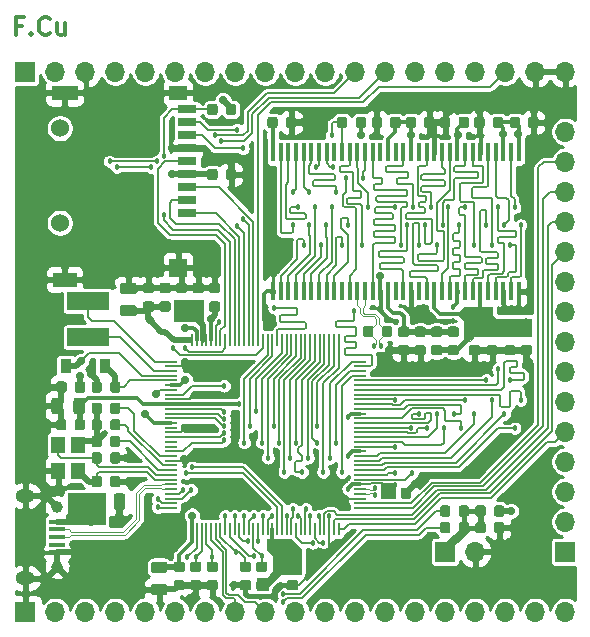
<source format=gbr>
G04 #@! TF.GenerationSoftware,KiCad,Pcbnew,(5.1.5)-3*
G04 #@! TF.CreationDate,2020-06-11T13:52:00+08:00*
G04 #@! TF.ProjectId,imx233-core,696d7832-3333-42d6-936f-72652e6b6963,rev?*
G04 #@! TF.SameCoordinates,Original*
G04 #@! TF.FileFunction,Copper,L1,Top*
G04 #@! TF.FilePolarity,Positive*
%FSLAX46Y46*%
G04 Gerber Fmt 4.6, Leading zero omitted, Abs format (unit mm)*
G04 Created by KiCad (PCBNEW (5.1.5)-3) date 2020-06-11 13:52:00*
%MOMM*%
%LPD*%
G04 APERTURE LIST*
%ADD10C,0.100000*%
%ADD11C,0.300000*%
%ADD12R,1.600000X0.700000*%
%ADD13C,1.524000*%
%ADD14R,1.500000X1.200000*%
%ADD15R,1.500000X1.600000*%
%ADD16R,2.000000X1.200000*%
%ADD17R,2.200000X1.200000*%
%ADD18O,1.700000X1.700000*%
%ADD19R,1.700000X1.700000*%
%ADD20C,1.000000*%
%ADD21R,1.350000X0.400000*%
%ADD22O,1.600000X1.200000*%
%ADD23R,0.320000X1.600000*%
%ADD24R,1.200000X1.400000*%
%ADD25R,3.600000X1.500000*%
%ADD26R,0.900000X1.200000*%
%ADD27R,1.000000X0.220000*%
%ADD28R,0.220000X1.000000*%
%ADD29C,0.711200*%
%ADD30C,0.457200*%
%ADD31C,0.203200*%
%ADD32C,0.304800*%
%ADD33C,0.508000*%
%ADD34C,0.381000*%
%ADD35C,0.127000*%
%ADD36C,0.124460*%
%ADD37C,0.093980*%
%ADD38C,0.254000*%
G04 APERTURE END LIST*
D10*
G36*
X88386000Y-106356000D02*
G01*
X85986000Y-106356000D01*
X85986000Y-104556000D01*
X88386000Y-104556000D01*
X88386000Y-106356000D01*
G37*
X88386000Y-106356000D02*
X85986000Y-106356000D01*
X85986000Y-104556000D01*
X88386000Y-104556000D01*
X88386000Y-106356000D01*
G36*
X96686000Y-125656000D02*
G01*
X96686000Y-127756000D01*
X94986000Y-127756000D01*
X93886000Y-128856000D01*
X93886000Y-129156000D01*
X92986000Y-129156000D01*
X92986000Y-128156000D01*
X93886000Y-128156000D01*
X94286000Y-127756000D01*
X94286000Y-126256000D01*
X93786000Y-125756000D01*
X93786000Y-124856000D01*
X95886000Y-124856000D01*
X96686000Y-125656000D01*
G37*
X96686000Y-125656000D02*
X96686000Y-127756000D01*
X94986000Y-127756000D01*
X93886000Y-128856000D01*
X93886000Y-129156000D01*
X92986000Y-129156000D01*
X92986000Y-128156000D01*
X93886000Y-128156000D01*
X94286000Y-127756000D01*
X94286000Y-126256000D01*
X93786000Y-125756000D01*
X93786000Y-124856000D01*
X95886000Y-124856000D01*
X96686000Y-125656000D01*
G36*
X80086000Y-123556000D02*
G01*
X76786000Y-123556000D01*
X76786000Y-122856000D01*
X76986000Y-122656000D01*
X76986000Y-120956000D01*
X80086000Y-120956000D01*
X80086000Y-123556000D01*
G37*
X80086000Y-123556000D02*
X76786000Y-123556000D01*
X76786000Y-122856000D01*
X76986000Y-122656000D01*
X76986000Y-120956000D01*
X80086000Y-120956000D01*
X80086000Y-123556000D01*
G36*
X112886000Y-105856000D02*
G01*
X113186000Y-106156000D01*
X116186000Y-106156000D01*
X116186000Y-107656000D01*
X111386000Y-107656000D01*
X110986000Y-108056000D01*
X110486000Y-108056000D01*
X110486000Y-106356000D01*
X109986000Y-105856000D01*
X109986000Y-105656000D01*
X110486000Y-105156000D01*
X112886000Y-105156000D01*
X112886000Y-105856000D01*
G37*
X112886000Y-105856000D02*
X113186000Y-106156000D01*
X116186000Y-106156000D01*
X116186000Y-107656000D01*
X111386000Y-107656000D01*
X110986000Y-108056000D01*
X110486000Y-108056000D01*
X110486000Y-106356000D01*
X109986000Y-105856000D01*
X109986000Y-105656000D01*
X110486000Y-105156000D01*
X112886000Y-105156000D01*
X112886000Y-105856000D01*
G36*
X104686000Y-121356000D02*
G01*
X103486000Y-121356000D01*
X103486000Y-120056000D01*
X104686000Y-120056000D01*
X104686000Y-121356000D01*
G37*
X104686000Y-121356000D02*
X103486000Y-121356000D01*
X103486000Y-120056000D01*
X104686000Y-120056000D01*
X104686000Y-121356000D01*
D11*
X73054571Y-81348857D02*
X72554571Y-81348857D01*
X72554571Y-82134571D02*
X72554571Y-80634571D01*
X73268857Y-80634571D01*
X73840285Y-81991714D02*
X73911714Y-82063142D01*
X73840285Y-82134571D01*
X73768857Y-82063142D01*
X73840285Y-81991714D01*
X73840285Y-82134571D01*
X75411714Y-81991714D02*
X75340285Y-82063142D01*
X75126000Y-82134571D01*
X74983142Y-82134571D01*
X74768857Y-82063142D01*
X74626000Y-81920285D01*
X74554571Y-81777428D01*
X74483142Y-81491714D01*
X74483142Y-81277428D01*
X74554571Y-80991714D01*
X74626000Y-80848857D01*
X74768857Y-80706000D01*
X74983142Y-80634571D01*
X75126000Y-80634571D01*
X75340285Y-80706000D01*
X75411714Y-80777428D01*
X76697428Y-81134571D02*
X76697428Y-82134571D01*
X76054571Y-81134571D02*
X76054571Y-81920285D01*
X76126000Y-82063142D01*
X76268857Y-82134571D01*
X76483142Y-82134571D01*
X76626000Y-82063142D01*
X76697428Y-81991714D01*
D12*
X87086000Y-88456000D03*
X87086000Y-89556000D03*
X87086000Y-90656000D03*
X87086000Y-91756000D03*
X87086000Y-92856000D03*
X87086000Y-93956000D03*
X87086000Y-95056000D03*
X87086000Y-96156000D03*
D13*
X76286000Y-98056000D03*
X76286000Y-90056000D03*
D12*
X87086000Y-97256000D03*
D14*
X86286000Y-87056000D03*
D15*
X86286000Y-101856000D03*
D16*
X76686000Y-102856000D03*
D17*
X76686000Y-87056000D03*
D18*
X119076000Y-85266000D03*
X116536000Y-85266000D03*
X113996000Y-85266000D03*
X111456000Y-85266000D03*
X108916000Y-85266000D03*
X106376000Y-85266000D03*
X103836000Y-85266000D03*
X101296000Y-85266000D03*
X98756000Y-85266000D03*
X96216000Y-85266000D03*
X93676000Y-85266000D03*
X91136000Y-85266000D03*
X88596000Y-85266000D03*
X86056000Y-85266000D03*
X83516000Y-85266000D03*
X80976000Y-85266000D03*
X78436000Y-85266000D03*
X75896000Y-85266000D03*
D19*
X73356000Y-85266000D03*
D20*
X76048500Y-122156000D03*
D21*
X76048500Y-124006000D03*
X76048500Y-123356000D03*
X76048500Y-125956000D03*
X76048500Y-125306000D03*
X76048500Y-124656000D03*
D20*
X76048500Y-127156000D03*
D22*
X73348500Y-121156000D03*
X73348500Y-128156000D03*
G04 #@! TA.AperFunction,SMDPad,CuDef*
D10*
G36*
X81213691Y-116082053D02*
G01*
X81234926Y-116085203D01*
X81255750Y-116090419D01*
X81275962Y-116097651D01*
X81295368Y-116106830D01*
X81313781Y-116117866D01*
X81331024Y-116130654D01*
X81346930Y-116145070D01*
X81361346Y-116160976D01*
X81374134Y-116178219D01*
X81385170Y-116196632D01*
X81394349Y-116216038D01*
X81401581Y-116236250D01*
X81406797Y-116257074D01*
X81409947Y-116278309D01*
X81411000Y-116299750D01*
X81411000Y-116812250D01*
X81409947Y-116833691D01*
X81406797Y-116854926D01*
X81401581Y-116875750D01*
X81394349Y-116895962D01*
X81385170Y-116915368D01*
X81374134Y-116933781D01*
X81361346Y-116951024D01*
X81346930Y-116966930D01*
X81331024Y-116981346D01*
X81313781Y-116994134D01*
X81295368Y-117005170D01*
X81275962Y-117014349D01*
X81255750Y-117021581D01*
X81234926Y-117026797D01*
X81213691Y-117029947D01*
X81192250Y-117031000D01*
X80754750Y-117031000D01*
X80733309Y-117029947D01*
X80712074Y-117026797D01*
X80691250Y-117021581D01*
X80671038Y-117014349D01*
X80651632Y-117005170D01*
X80633219Y-116994134D01*
X80615976Y-116981346D01*
X80600070Y-116966930D01*
X80585654Y-116951024D01*
X80572866Y-116933781D01*
X80561830Y-116915368D01*
X80552651Y-116895962D01*
X80545419Y-116875750D01*
X80540203Y-116854926D01*
X80537053Y-116833691D01*
X80536000Y-116812250D01*
X80536000Y-116299750D01*
X80537053Y-116278309D01*
X80540203Y-116257074D01*
X80545419Y-116236250D01*
X80552651Y-116216038D01*
X80561830Y-116196632D01*
X80572866Y-116178219D01*
X80585654Y-116160976D01*
X80600070Y-116145070D01*
X80615976Y-116130654D01*
X80633219Y-116117866D01*
X80651632Y-116106830D01*
X80671038Y-116097651D01*
X80691250Y-116090419D01*
X80712074Y-116085203D01*
X80733309Y-116082053D01*
X80754750Y-116081000D01*
X81192250Y-116081000D01*
X81213691Y-116082053D01*
G37*
G04 #@! TD.AperFunction*
G04 #@! TA.AperFunction,SMDPad,CuDef*
G36*
X79638691Y-116082053D02*
G01*
X79659926Y-116085203D01*
X79680750Y-116090419D01*
X79700962Y-116097651D01*
X79720368Y-116106830D01*
X79738781Y-116117866D01*
X79756024Y-116130654D01*
X79771930Y-116145070D01*
X79786346Y-116160976D01*
X79799134Y-116178219D01*
X79810170Y-116196632D01*
X79819349Y-116216038D01*
X79826581Y-116236250D01*
X79831797Y-116257074D01*
X79834947Y-116278309D01*
X79836000Y-116299750D01*
X79836000Y-116812250D01*
X79834947Y-116833691D01*
X79831797Y-116854926D01*
X79826581Y-116875750D01*
X79819349Y-116895962D01*
X79810170Y-116915368D01*
X79799134Y-116933781D01*
X79786346Y-116951024D01*
X79771930Y-116966930D01*
X79756024Y-116981346D01*
X79738781Y-116994134D01*
X79720368Y-117005170D01*
X79700962Y-117014349D01*
X79680750Y-117021581D01*
X79659926Y-117026797D01*
X79638691Y-117029947D01*
X79617250Y-117031000D01*
X79179750Y-117031000D01*
X79158309Y-117029947D01*
X79137074Y-117026797D01*
X79116250Y-117021581D01*
X79096038Y-117014349D01*
X79076632Y-117005170D01*
X79058219Y-116994134D01*
X79040976Y-116981346D01*
X79025070Y-116966930D01*
X79010654Y-116951024D01*
X78997866Y-116933781D01*
X78986830Y-116915368D01*
X78977651Y-116895962D01*
X78970419Y-116875750D01*
X78965203Y-116854926D01*
X78962053Y-116833691D01*
X78961000Y-116812250D01*
X78961000Y-116299750D01*
X78962053Y-116278309D01*
X78965203Y-116257074D01*
X78970419Y-116236250D01*
X78977651Y-116216038D01*
X78986830Y-116196632D01*
X78997866Y-116178219D01*
X79010654Y-116160976D01*
X79025070Y-116145070D01*
X79040976Y-116130654D01*
X79058219Y-116117866D01*
X79076632Y-116106830D01*
X79096038Y-116097651D01*
X79116250Y-116090419D01*
X79137074Y-116085203D01*
X79158309Y-116082053D01*
X79179750Y-116081000D01*
X79617250Y-116081000D01*
X79638691Y-116082053D01*
G37*
G04 #@! TD.AperFunction*
G04 #@! TA.AperFunction,SMDPad,CuDef*
G36*
X96263691Y-126732053D02*
G01*
X96284926Y-126735203D01*
X96305750Y-126740419D01*
X96325962Y-126747651D01*
X96345368Y-126756830D01*
X96363781Y-126767866D01*
X96381024Y-126780654D01*
X96396930Y-126795070D01*
X96411346Y-126810976D01*
X96424134Y-126828219D01*
X96435170Y-126846632D01*
X96444349Y-126866038D01*
X96451581Y-126886250D01*
X96456797Y-126907074D01*
X96459947Y-126928309D01*
X96461000Y-126949750D01*
X96461000Y-127387250D01*
X96459947Y-127408691D01*
X96456797Y-127429926D01*
X96451581Y-127450750D01*
X96444349Y-127470962D01*
X96435170Y-127490368D01*
X96424134Y-127508781D01*
X96411346Y-127526024D01*
X96396930Y-127541930D01*
X96381024Y-127556346D01*
X96363781Y-127569134D01*
X96345368Y-127580170D01*
X96325962Y-127589349D01*
X96305750Y-127596581D01*
X96284926Y-127601797D01*
X96263691Y-127604947D01*
X96242250Y-127606000D01*
X95729750Y-127606000D01*
X95708309Y-127604947D01*
X95687074Y-127601797D01*
X95666250Y-127596581D01*
X95646038Y-127589349D01*
X95626632Y-127580170D01*
X95608219Y-127569134D01*
X95590976Y-127556346D01*
X95575070Y-127541930D01*
X95560654Y-127526024D01*
X95547866Y-127508781D01*
X95536830Y-127490368D01*
X95527651Y-127470962D01*
X95520419Y-127450750D01*
X95515203Y-127429926D01*
X95512053Y-127408691D01*
X95511000Y-127387250D01*
X95511000Y-126949750D01*
X95512053Y-126928309D01*
X95515203Y-126907074D01*
X95520419Y-126886250D01*
X95527651Y-126866038D01*
X95536830Y-126846632D01*
X95547866Y-126828219D01*
X95560654Y-126810976D01*
X95575070Y-126795070D01*
X95590976Y-126780654D01*
X95608219Y-126767866D01*
X95626632Y-126756830D01*
X95646038Y-126747651D01*
X95666250Y-126740419D01*
X95687074Y-126735203D01*
X95708309Y-126732053D01*
X95729750Y-126731000D01*
X96242250Y-126731000D01*
X96263691Y-126732053D01*
G37*
G04 #@! TD.AperFunction*
G04 #@! TA.AperFunction,SMDPad,CuDef*
G36*
X96263691Y-128307053D02*
G01*
X96284926Y-128310203D01*
X96305750Y-128315419D01*
X96325962Y-128322651D01*
X96345368Y-128331830D01*
X96363781Y-128342866D01*
X96381024Y-128355654D01*
X96396930Y-128370070D01*
X96411346Y-128385976D01*
X96424134Y-128403219D01*
X96435170Y-128421632D01*
X96444349Y-128441038D01*
X96451581Y-128461250D01*
X96456797Y-128482074D01*
X96459947Y-128503309D01*
X96461000Y-128524750D01*
X96461000Y-128962250D01*
X96459947Y-128983691D01*
X96456797Y-129004926D01*
X96451581Y-129025750D01*
X96444349Y-129045962D01*
X96435170Y-129065368D01*
X96424134Y-129083781D01*
X96411346Y-129101024D01*
X96396930Y-129116930D01*
X96381024Y-129131346D01*
X96363781Y-129144134D01*
X96345368Y-129155170D01*
X96325962Y-129164349D01*
X96305750Y-129171581D01*
X96284926Y-129176797D01*
X96263691Y-129179947D01*
X96242250Y-129181000D01*
X95729750Y-129181000D01*
X95708309Y-129179947D01*
X95687074Y-129176797D01*
X95666250Y-129171581D01*
X95646038Y-129164349D01*
X95626632Y-129155170D01*
X95608219Y-129144134D01*
X95590976Y-129131346D01*
X95575070Y-129116930D01*
X95560654Y-129101024D01*
X95547866Y-129083781D01*
X95536830Y-129065368D01*
X95527651Y-129045962D01*
X95520419Y-129025750D01*
X95515203Y-129004926D01*
X95512053Y-128983691D01*
X95511000Y-128962250D01*
X95511000Y-128524750D01*
X95512053Y-128503309D01*
X95515203Y-128482074D01*
X95520419Y-128461250D01*
X95527651Y-128441038D01*
X95536830Y-128421632D01*
X95547866Y-128403219D01*
X95560654Y-128385976D01*
X95575070Y-128370070D01*
X95590976Y-128355654D01*
X95608219Y-128342866D01*
X95626632Y-128331830D01*
X95646038Y-128322651D01*
X95666250Y-128315419D01*
X95687074Y-128310203D01*
X95708309Y-128307053D01*
X95729750Y-128306000D01*
X96242250Y-128306000D01*
X96263691Y-128307053D01*
G37*
G04 #@! TD.AperFunction*
D23*
X115125000Y-103846000D03*
X115125000Y-92086000D03*
X114475000Y-103846000D03*
X114475000Y-92086000D03*
X113825000Y-103846000D03*
X113825000Y-92086000D03*
X113175000Y-103846000D03*
X113175000Y-92086000D03*
X112525000Y-103846000D03*
X112525000Y-92086000D03*
X111875000Y-103846000D03*
X111875000Y-92086000D03*
X111225000Y-103846000D03*
X111225000Y-92086000D03*
X110575000Y-103846000D03*
X110575000Y-92086000D03*
X109925000Y-103846000D03*
X109925000Y-92086000D03*
X109275000Y-103846000D03*
X109275000Y-92086000D03*
X108625000Y-103846000D03*
X108625000Y-92086000D03*
X107975000Y-103846000D03*
X107975000Y-92086000D03*
X107325000Y-103846000D03*
X107325000Y-92086000D03*
X106675000Y-103846000D03*
X106675000Y-92086000D03*
X106025000Y-103846000D03*
X106025000Y-92086000D03*
X105375000Y-103846000D03*
X105375000Y-92086000D03*
X104725000Y-103846000D03*
X104725000Y-92086000D03*
X104075000Y-103846000D03*
X104075000Y-92086000D03*
X103425000Y-103846000D03*
X103425000Y-92086000D03*
X102775000Y-103846000D03*
X102775000Y-92086000D03*
X102125000Y-103846000D03*
X102125000Y-92086000D03*
X101475000Y-103846000D03*
X101475000Y-92086000D03*
X100825000Y-103846000D03*
X100825000Y-92086000D03*
X100175000Y-103846000D03*
X100175000Y-92086000D03*
X99525000Y-103846000D03*
X99525000Y-92086000D03*
X98875000Y-103846000D03*
X98875000Y-92086000D03*
X98225000Y-103846000D03*
X98225000Y-92086000D03*
X97575000Y-103846000D03*
X97575000Y-92086000D03*
X96925000Y-103846000D03*
X96925000Y-92086000D03*
X96275000Y-103846000D03*
X96275000Y-92086000D03*
X95625000Y-103846000D03*
X95625000Y-92086000D03*
X94975000Y-103846000D03*
X94975000Y-92086000D03*
X94325000Y-103846000D03*
X94325000Y-92086000D03*
G04 #@! TA.AperFunction,SMDPad,CuDef*
D10*
G36*
X107813691Y-89082053D02*
G01*
X107834926Y-89085203D01*
X107855750Y-89090419D01*
X107875962Y-89097651D01*
X107895368Y-89106830D01*
X107913781Y-89117866D01*
X107931024Y-89130654D01*
X107946930Y-89145070D01*
X107961346Y-89160976D01*
X107974134Y-89178219D01*
X107985170Y-89196632D01*
X107994349Y-89216038D01*
X108001581Y-89236250D01*
X108006797Y-89257074D01*
X108009947Y-89278309D01*
X108011000Y-89299750D01*
X108011000Y-89812250D01*
X108009947Y-89833691D01*
X108006797Y-89854926D01*
X108001581Y-89875750D01*
X107994349Y-89895962D01*
X107985170Y-89915368D01*
X107974134Y-89933781D01*
X107961346Y-89951024D01*
X107946930Y-89966930D01*
X107931024Y-89981346D01*
X107913781Y-89994134D01*
X107895368Y-90005170D01*
X107875962Y-90014349D01*
X107855750Y-90021581D01*
X107834926Y-90026797D01*
X107813691Y-90029947D01*
X107792250Y-90031000D01*
X107354750Y-90031000D01*
X107333309Y-90029947D01*
X107312074Y-90026797D01*
X107291250Y-90021581D01*
X107271038Y-90014349D01*
X107251632Y-90005170D01*
X107233219Y-89994134D01*
X107215976Y-89981346D01*
X107200070Y-89966930D01*
X107185654Y-89951024D01*
X107172866Y-89933781D01*
X107161830Y-89915368D01*
X107152651Y-89895962D01*
X107145419Y-89875750D01*
X107140203Y-89854926D01*
X107137053Y-89833691D01*
X107136000Y-89812250D01*
X107136000Y-89299750D01*
X107137053Y-89278309D01*
X107140203Y-89257074D01*
X107145419Y-89236250D01*
X107152651Y-89216038D01*
X107161830Y-89196632D01*
X107172866Y-89178219D01*
X107185654Y-89160976D01*
X107200070Y-89145070D01*
X107215976Y-89130654D01*
X107233219Y-89117866D01*
X107251632Y-89106830D01*
X107271038Y-89097651D01*
X107291250Y-89090419D01*
X107312074Y-89085203D01*
X107333309Y-89082053D01*
X107354750Y-89081000D01*
X107792250Y-89081000D01*
X107813691Y-89082053D01*
G37*
G04 #@! TD.AperFunction*
G04 #@! TA.AperFunction,SMDPad,CuDef*
G36*
X106238691Y-89082053D02*
G01*
X106259926Y-89085203D01*
X106280750Y-89090419D01*
X106300962Y-89097651D01*
X106320368Y-89106830D01*
X106338781Y-89117866D01*
X106356024Y-89130654D01*
X106371930Y-89145070D01*
X106386346Y-89160976D01*
X106399134Y-89178219D01*
X106410170Y-89196632D01*
X106419349Y-89216038D01*
X106426581Y-89236250D01*
X106431797Y-89257074D01*
X106434947Y-89278309D01*
X106436000Y-89299750D01*
X106436000Y-89812250D01*
X106434947Y-89833691D01*
X106431797Y-89854926D01*
X106426581Y-89875750D01*
X106419349Y-89895962D01*
X106410170Y-89915368D01*
X106399134Y-89933781D01*
X106386346Y-89951024D01*
X106371930Y-89966930D01*
X106356024Y-89981346D01*
X106338781Y-89994134D01*
X106320368Y-90005170D01*
X106300962Y-90014349D01*
X106280750Y-90021581D01*
X106259926Y-90026797D01*
X106238691Y-90029947D01*
X106217250Y-90031000D01*
X105779750Y-90031000D01*
X105758309Y-90029947D01*
X105737074Y-90026797D01*
X105716250Y-90021581D01*
X105696038Y-90014349D01*
X105676632Y-90005170D01*
X105658219Y-89994134D01*
X105640976Y-89981346D01*
X105625070Y-89966930D01*
X105610654Y-89951024D01*
X105597866Y-89933781D01*
X105586830Y-89915368D01*
X105577651Y-89895962D01*
X105570419Y-89875750D01*
X105565203Y-89854926D01*
X105562053Y-89833691D01*
X105561000Y-89812250D01*
X105561000Y-89299750D01*
X105562053Y-89278309D01*
X105565203Y-89257074D01*
X105570419Y-89236250D01*
X105577651Y-89216038D01*
X105586830Y-89196632D01*
X105597866Y-89178219D01*
X105610654Y-89160976D01*
X105625070Y-89145070D01*
X105640976Y-89130654D01*
X105658219Y-89117866D01*
X105676632Y-89106830D01*
X105696038Y-89097651D01*
X105716250Y-89090419D01*
X105737074Y-89085203D01*
X105758309Y-89082053D01*
X105779750Y-89081000D01*
X106217250Y-89081000D01*
X106238691Y-89082053D01*
G37*
G04 #@! TD.AperFunction*
G04 #@! TA.AperFunction,SMDPad,CuDef*
G36*
X104213691Y-106782053D02*
G01*
X104234926Y-106785203D01*
X104255750Y-106790419D01*
X104275962Y-106797651D01*
X104295368Y-106806830D01*
X104313781Y-106817866D01*
X104331024Y-106830654D01*
X104346930Y-106845070D01*
X104361346Y-106860976D01*
X104374134Y-106878219D01*
X104385170Y-106896632D01*
X104394349Y-106916038D01*
X104401581Y-106936250D01*
X104406797Y-106957074D01*
X104409947Y-106978309D01*
X104411000Y-106999750D01*
X104411000Y-107512250D01*
X104409947Y-107533691D01*
X104406797Y-107554926D01*
X104401581Y-107575750D01*
X104394349Y-107595962D01*
X104385170Y-107615368D01*
X104374134Y-107633781D01*
X104361346Y-107651024D01*
X104346930Y-107666930D01*
X104331024Y-107681346D01*
X104313781Y-107694134D01*
X104295368Y-107705170D01*
X104275962Y-107714349D01*
X104255750Y-107721581D01*
X104234926Y-107726797D01*
X104213691Y-107729947D01*
X104192250Y-107731000D01*
X103754750Y-107731000D01*
X103733309Y-107729947D01*
X103712074Y-107726797D01*
X103691250Y-107721581D01*
X103671038Y-107714349D01*
X103651632Y-107705170D01*
X103633219Y-107694134D01*
X103615976Y-107681346D01*
X103600070Y-107666930D01*
X103585654Y-107651024D01*
X103572866Y-107633781D01*
X103561830Y-107615368D01*
X103552651Y-107595962D01*
X103545419Y-107575750D01*
X103540203Y-107554926D01*
X103537053Y-107533691D01*
X103536000Y-107512250D01*
X103536000Y-106999750D01*
X103537053Y-106978309D01*
X103540203Y-106957074D01*
X103545419Y-106936250D01*
X103552651Y-106916038D01*
X103561830Y-106896632D01*
X103572866Y-106878219D01*
X103585654Y-106860976D01*
X103600070Y-106845070D01*
X103615976Y-106830654D01*
X103633219Y-106817866D01*
X103651632Y-106806830D01*
X103671038Y-106797651D01*
X103691250Y-106790419D01*
X103712074Y-106785203D01*
X103733309Y-106782053D01*
X103754750Y-106781000D01*
X104192250Y-106781000D01*
X104213691Y-106782053D01*
G37*
G04 #@! TD.AperFunction*
G04 #@! TA.AperFunction,SMDPad,CuDef*
G36*
X102638691Y-106782053D02*
G01*
X102659926Y-106785203D01*
X102680750Y-106790419D01*
X102700962Y-106797651D01*
X102720368Y-106806830D01*
X102738781Y-106817866D01*
X102756024Y-106830654D01*
X102771930Y-106845070D01*
X102786346Y-106860976D01*
X102799134Y-106878219D01*
X102810170Y-106896632D01*
X102819349Y-106916038D01*
X102826581Y-106936250D01*
X102831797Y-106957074D01*
X102834947Y-106978309D01*
X102836000Y-106999750D01*
X102836000Y-107512250D01*
X102834947Y-107533691D01*
X102831797Y-107554926D01*
X102826581Y-107575750D01*
X102819349Y-107595962D01*
X102810170Y-107615368D01*
X102799134Y-107633781D01*
X102786346Y-107651024D01*
X102771930Y-107666930D01*
X102756024Y-107681346D01*
X102738781Y-107694134D01*
X102720368Y-107705170D01*
X102700962Y-107714349D01*
X102680750Y-107721581D01*
X102659926Y-107726797D01*
X102638691Y-107729947D01*
X102617250Y-107731000D01*
X102179750Y-107731000D01*
X102158309Y-107729947D01*
X102137074Y-107726797D01*
X102116250Y-107721581D01*
X102096038Y-107714349D01*
X102076632Y-107705170D01*
X102058219Y-107694134D01*
X102040976Y-107681346D01*
X102025070Y-107666930D01*
X102010654Y-107651024D01*
X101997866Y-107633781D01*
X101986830Y-107615368D01*
X101977651Y-107595962D01*
X101970419Y-107575750D01*
X101965203Y-107554926D01*
X101962053Y-107533691D01*
X101961000Y-107512250D01*
X101961000Y-106999750D01*
X101962053Y-106978309D01*
X101965203Y-106957074D01*
X101970419Y-106936250D01*
X101977651Y-106916038D01*
X101986830Y-106896632D01*
X101997866Y-106878219D01*
X102010654Y-106860976D01*
X102025070Y-106845070D01*
X102040976Y-106830654D01*
X102058219Y-106817866D01*
X102076632Y-106806830D01*
X102096038Y-106797651D01*
X102116250Y-106790419D01*
X102137074Y-106785203D01*
X102158309Y-106782053D01*
X102179750Y-106781000D01*
X102617250Y-106781000D01*
X102638691Y-106782053D01*
G37*
G04 #@! TD.AperFunction*
G04 #@! TA.AperFunction,SMDPad,CuDef*
G36*
X109138691Y-123382053D02*
G01*
X109159926Y-123385203D01*
X109180750Y-123390419D01*
X109200962Y-123397651D01*
X109220368Y-123406830D01*
X109238781Y-123417866D01*
X109256024Y-123430654D01*
X109271930Y-123445070D01*
X109286346Y-123460976D01*
X109299134Y-123478219D01*
X109310170Y-123496632D01*
X109319349Y-123516038D01*
X109326581Y-123536250D01*
X109331797Y-123557074D01*
X109334947Y-123578309D01*
X109336000Y-123599750D01*
X109336000Y-124112250D01*
X109334947Y-124133691D01*
X109331797Y-124154926D01*
X109326581Y-124175750D01*
X109319349Y-124195962D01*
X109310170Y-124215368D01*
X109299134Y-124233781D01*
X109286346Y-124251024D01*
X109271930Y-124266930D01*
X109256024Y-124281346D01*
X109238781Y-124294134D01*
X109220368Y-124305170D01*
X109200962Y-124314349D01*
X109180750Y-124321581D01*
X109159926Y-124326797D01*
X109138691Y-124329947D01*
X109117250Y-124331000D01*
X108679750Y-124331000D01*
X108658309Y-124329947D01*
X108637074Y-124326797D01*
X108616250Y-124321581D01*
X108596038Y-124314349D01*
X108576632Y-124305170D01*
X108558219Y-124294134D01*
X108540976Y-124281346D01*
X108525070Y-124266930D01*
X108510654Y-124251024D01*
X108497866Y-124233781D01*
X108486830Y-124215368D01*
X108477651Y-124195962D01*
X108470419Y-124175750D01*
X108465203Y-124154926D01*
X108462053Y-124133691D01*
X108461000Y-124112250D01*
X108461000Y-123599750D01*
X108462053Y-123578309D01*
X108465203Y-123557074D01*
X108470419Y-123536250D01*
X108477651Y-123516038D01*
X108486830Y-123496632D01*
X108497866Y-123478219D01*
X108510654Y-123460976D01*
X108525070Y-123445070D01*
X108540976Y-123430654D01*
X108558219Y-123417866D01*
X108576632Y-123406830D01*
X108596038Y-123397651D01*
X108616250Y-123390419D01*
X108637074Y-123385203D01*
X108658309Y-123382053D01*
X108679750Y-123381000D01*
X109117250Y-123381000D01*
X109138691Y-123382053D01*
G37*
G04 #@! TD.AperFunction*
G04 #@! TA.AperFunction,SMDPad,CuDef*
G36*
X110713691Y-123382053D02*
G01*
X110734926Y-123385203D01*
X110755750Y-123390419D01*
X110775962Y-123397651D01*
X110795368Y-123406830D01*
X110813781Y-123417866D01*
X110831024Y-123430654D01*
X110846930Y-123445070D01*
X110861346Y-123460976D01*
X110874134Y-123478219D01*
X110885170Y-123496632D01*
X110894349Y-123516038D01*
X110901581Y-123536250D01*
X110906797Y-123557074D01*
X110909947Y-123578309D01*
X110911000Y-123599750D01*
X110911000Y-124112250D01*
X110909947Y-124133691D01*
X110906797Y-124154926D01*
X110901581Y-124175750D01*
X110894349Y-124195962D01*
X110885170Y-124215368D01*
X110874134Y-124233781D01*
X110861346Y-124251024D01*
X110846930Y-124266930D01*
X110831024Y-124281346D01*
X110813781Y-124294134D01*
X110795368Y-124305170D01*
X110775962Y-124314349D01*
X110755750Y-124321581D01*
X110734926Y-124326797D01*
X110713691Y-124329947D01*
X110692250Y-124331000D01*
X110254750Y-124331000D01*
X110233309Y-124329947D01*
X110212074Y-124326797D01*
X110191250Y-124321581D01*
X110171038Y-124314349D01*
X110151632Y-124305170D01*
X110133219Y-124294134D01*
X110115976Y-124281346D01*
X110100070Y-124266930D01*
X110085654Y-124251024D01*
X110072866Y-124233781D01*
X110061830Y-124215368D01*
X110052651Y-124195962D01*
X110045419Y-124175750D01*
X110040203Y-124154926D01*
X110037053Y-124133691D01*
X110036000Y-124112250D01*
X110036000Y-123599750D01*
X110037053Y-123578309D01*
X110040203Y-123557074D01*
X110045419Y-123536250D01*
X110052651Y-123516038D01*
X110061830Y-123496632D01*
X110072866Y-123478219D01*
X110085654Y-123460976D01*
X110100070Y-123445070D01*
X110115976Y-123430654D01*
X110133219Y-123417866D01*
X110151632Y-123406830D01*
X110171038Y-123397651D01*
X110191250Y-123390419D01*
X110212074Y-123385203D01*
X110233309Y-123382053D01*
X110254750Y-123381000D01*
X110692250Y-123381000D01*
X110713691Y-123382053D01*
G37*
G04 #@! TD.AperFunction*
D18*
X119076000Y-130986000D03*
X116536000Y-130986000D03*
X113996000Y-130986000D03*
X111456000Y-130986000D03*
X108916000Y-130986000D03*
X106376000Y-130986000D03*
X103836000Y-130986000D03*
X101296000Y-130986000D03*
X98756000Y-130986000D03*
X96216000Y-130986000D03*
X93676000Y-130986000D03*
X91136000Y-130986000D03*
X88596000Y-130986000D03*
X86056000Y-130986000D03*
X83516000Y-130986000D03*
X80976000Y-130986000D03*
X78436000Y-130986000D03*
X75896000Y-130986000D03*
D19*
X73356000Y-130986000D03*
G04 #@! TA.AperFunction,SMDPad,CuDef*
D10*
G36*
X78226191Y-111482053D02*
G01*
X78247426Y-111485203D01*
X78268250Y-111490419D01*
X78288462Y-111497651D01*
X78307868Y-111506830D01*
X78326281Y-111517866D01*
X78343524Y-111530654D01*
X78359430Y-111545070D01*
X78373846Y-111560976D01*
X78386634Y-111578219D01*
X78397670Y-111596632D01*
X78406849Y-111616038D01*
X78414081Y-111636250D01*
X78419297Y-111657074D01*
X78422447Y-111678309D01*
X78423500Y-111699750D01*
X78423500Y-112212250D01*
X78422447Y-112233691D01*
X78419297Y-112254926D01*
X78414081Y-112275750D01*
X78406849Y-112295962D01*
X78397670Y-112315368D01*
X78386634Y-112333781D01*
X78373846Y-112351024D01*
X78359430Y-112366930D01*
X78343524Y-112381346D01*
X78326281Y-112394134D01*
X78307868Y-112405170D01*
X78288462Y-112414349D01*
X78268250Y-112421581D01*
X78247426Y-112426797D01*
X78226191Y-112429947D01*
X78204750Y-112431000D01*
X77767250Y-112431000D01*
X77745809Y-112429947D01*
X77724574Y-112426797D01*
X77703750Y-112421581D01*
X77683538Y-112414349D01*
X77664132Y-112405170D01*
X77645719Y-112394134D01*
X77628476Y-112381346D01*
X77612570Y-112366930D01*
X77598154Y-112351024D01*
X77585366Y-112333781D01*
X77574330Y-112315368D01*
X77565151Y-112295962D01*
X77557919Y-112275750D01*
X77552703Y-112254926D01*
X77549553Y-112233691D01*
X77548500Y-112212250D01*
X77548500Y-111699750D01*
X77549553Y-111678309D01*
X77552703Y-111657074D01*
X77557919Y-111636250D01*
X77565151Y-111616038D01*
X77574330Y-111596632D01*
X77585366Y-111578219D01*
X77598154Y-111560976D01*
X77612570Y-111545070D01*
X77628476Y-111530654D01*
X77645719Y-111517866D01*
X77664132Y-111506830D01*
X77683538Y-111497651D01*
X77703750Y-111490419D01*
X77724574Y-111485203D01*
X77745809Y-111482053D01*
X77767250Y-111481000D01*
X78204750Y-111481000D01*
X78226191Y-111482053D01*
G37*
G04 #@! TD.AperFunction*
G04 #@! TA.AperFunction,SMDPad,CuDef*
G36*
X76651191Y-111482053D02*
G01*
X76672426Y-111485203D01*
X76693250Y-111490419D01*
X76713462Y-111497651D01*
X76732868Y-111506830D01*
X76751281Y-111517866D01*
X76768524Y-111530654D01*
X76784430Y-111545070D01*
X76798846Y-111560976D01*
X76811634Y-111578219D01*
X76822670Y-111596632D01*
X76831849Y-111616038D01*
X76839081Y-111636250D01*
X76844297Y-111657074D01*
X76847447Y-111678309D01*
X76848500Y-111699750D01*
X76848500Y-112212250D01*
X76847447Y-112233691D01*
X76844297Y-112254926D01*
X76839081Y-112275750D01*
X76831849Y-112295962D01*
X76822670Y-112315368D01*
X76811634Y-112333781D01*
X76798846Y-112351024D01*
X76784430Y-112366930D01*
X76768524Y-112381346D01*
X76751281Y-112394134D01*
X76732868Y-112405170D01*
X76713462Y-112414349D01*
X76693250Y-112421581D01*
X76672426Y-112426797D01*
X76651191Y-112429947D01*
X76629750Y-112431000D01*
X76192250Y-112431000D01*
X76170809Y-112429947D01*
X76149574Y-112426797D01*
X76128750Y-112421581D01*
X76108538Y-112414349D01*
X76089132Y-112405170D01*
X76070719Y-112394134D01*
X76053476Y-112381346D01*
X76037570Y-112366930D01*
X76023154Y-112351024D01*
X76010366Y-112333781D01*
X75999330Y-112315368D01*
X75990151Y-112295962D01*
X75982919Y-112275750D01*
X75977703Y-112254926D01*
X75974553Y-112233691D01*
X75973500Y-112212250D01*
X75973500Y-111699750D01*
X75974553Y-111678309D01*
X75977703Y-111657074D01*
X75982919Y-111636250D01*
X75990151Y-111616038D01*
X75999330Y-111596632D01*
X76010366Y-111578219D01*
X76023154Y-111560976D01*
X76037570Y-111545070D01*
X76053476Y-111530654D01*
X76070719Y-111517866D01*
X76089132Y-111506830D01*
X76108538Y-111497651D01*
X76128750Y-111490419D01*
X76149574Y-111485203D01*
X76170809Y-111482053D01*
X76192250Y-111481000D01*
X76629750Y-111481000D01*
X76651191Y-111482053D01*
G37*
G04 #@! TD.AperFunction*
G04 #@! TA.AperFunction,SMDPad,CuDef*
G36*
X79716142Y-120957174D02*
G01*
X79739803Y-120960684D01*
X79763007Y-120966496D01*
X79785529Y-120974554D01*
X79807153Y-120984782D01*
X79827670Y-120997079D01*
X79846883Y-121011329D01*
X79864607Y-121027393D01*
X79880671Y-121045117D01*
X79894921Y-121064330D01*
X79907218Y-121084847D01*
X79917446Y-121106471D01*
X79925504Y-121128993D01*
X79931316Y-121152197D01*
X79934826Y-121175858D01*
X79936000Y-121199750D01*
X79936000Y-122112250D01*
X79934826Y-122136142D01*
X79931316Y-122159803D01*
X79925504Y-122183007D01*
X79917446Y-122205529D01*
X79907218Y-122227153D01*
X79894921Y-122247670D01*
X79880671Y-122266883D01*
X79864607Y-122284607D01*
X79846883Y-122300671D01*
X79827670Y-122314921D01*
X79807153Y-122327218D01*
X79785529Y-122337446D01*
X79763007Y-122345504D01*
X79739803Y-122351316D01*
X79716142Y-122354826D01*
X79692250Y-122356000D01*
X79204750Y-122356000D01*
X79180858Y-122354826D01*
X79157197Y-122351316D01*
X79133993Y-122345504D01*
X79111471Y-122337446D01*
X79089847Y-122327218D01*
X79069330Y-122314921D01*
X79050117Y-122300671D01*
X79032393Y-122284607D01*
X79016329Y-122266883D01*
X79002079Y-122247670D01*
X78989782Y-122227153D01*
X78979554Y-122205529D01*
X78971496Y-122183007D01*
X78965684Y-122159803D01*
X78962174Y-122136142D01*
X78961000Y-122112250D01*
X78961000Y-121199750D01*
X78962174Y-121175858D01*
X78965684Y-121152197D01*
X78971496Y-121128993D01*
X78979554Y-121106471D01*
X78989782Y-121084847D01*
X79002079Y-121064330D01*
X79016329Y-121045117D01*
X79032393Y-121027393D01*
X79050117Y-121011329D01*
X79069330Y-120997079D01*
X79089847Y-120984782D01*
X79111471Y-120974554D01*
X79133993Y-120966496D01*
X79157197Y-120960684D01*
X79180858Y-120957174D01*
X79204750Y-120956000D01*
X79692250Y-120956000D01*
X79716142Y-120957174D01*
G37*
G04 #@! TD.AperFunction*
G04 #@! TA.AperFunction,SMDPad,CuDef*
G36*
X81591142Y-120957174D02*
G01*
X81614803Y-120960684D01*
X81638007Y-120966496D01*
X81660529Y-120974554D01*
X81682153Y-120984782D01*
X81702670Y-120997079D01*
X81721883Y-121011329D01*
X81739607Y-121027393D01*
X81755671Y-121045117D01*
X81769921Y-121064330D01*
X81782218Y-121084847D01*
X81792446Y-121106471D01*
X81800504Y-121128993D01*
X81806316Y-121152197D01*
X81809826Y-121175858D01*
X81811000Y-121199750D01*
X81811000Y-122112250D01*
X81809826Y-122136142D01*
X81806316Y-122159803D01*
X81800504Y-122183007D01*
X81792446Y-122205529D01*
X81782218Y-122227153D01*
X81769921Y-122247670D01*
X81755671Y-122266883D01*
X81739607Y-122284607D01*
X81721883Y-122300671D01*
X81702670Y-122314921D01*
X81682153Y-122327218D01*
X81660529Y-122337446D01*
X81638007Y-122345504D01*
X81614803Y-122351316D01*
X81591142Y-122354826D01*
X81567250Y-122356000D01*
X81079750Y-122356000D01*
X81055858Y-122354826D01*
X81032197Y-122351316D01*
X81008993Y-122345504D01*
X80986471Y-122337446D01*
X80964847Y-122327218D01*
X80944330Y-122314921D01*
X80925117Y-122300671D01*
X80907393Y-122284607D01*
X80891329Y-122266883D01*
X80877079Y-122247670D01*
X80864782Y-122227153D01*
X80854554Y-122205529D01*
X80846496Y-122183007D01*
X80840684Y-122159803D01*
X80837174Y-122136142D01*
X80836000Y-122112250D01*
X80836000Y-121199750D01*
X80837174Y-121175858D01*
X80840684Y-121152197D01*
X80846496Y-121128993D01*
X80854554Y-121106471D01*
X80864782Y-121084847D01*
X80877079Y-121064330D01*
X80891329Y-121045117D01*
X80907393Y-121027393D01*
X80925117Y-121011329D01*
X80944330Y-120997079D01*
X80964847Y-120984782D01*
X80986471Y-120974554D01*
X81008993Y-120966496D01*
X81032197Y-120960684D01*
X81055858Y-120957174D01*
X81079750Y-120956000D01*
X81567250Y-120956000D01*
X81591142Y-120957174D01*
G37*
G04 #@! TD.AperFunction*
G04 #@! TA.AperFunction,SMDPad,CuDef*
G36*
X96101191Y-89082053D02*
G01*
X96122426Y-89085203D01*
X96143250Y-89090419D01*
X96163462Y-89097651D01*
X96182868Y-89106830D01*
X96201281Y-89117866D01*
X96218524Y-89130654D01*
X96234430Y-89145070D01*
X96248846Y-89160976D01*
X96261634Y-89178219D01*
X96272670Y-89196632D01*
X96281849Y-89216038D01*
X96289081Y-89236250D01*
X96294297Y-89257074D01*
X96297447Y-89278309D01*
X96298500Y-89299750D01*
X96298500Y-89812250D01*
X96297447Y-89833691D01*
X96294297Y-89854926D01*
X96289081Y-89875750D01*
X96281849Y-89895962D01*
X96272670Y-89915368D01*
X96261634Y-89933781D01*
X96248846Y-89951024D01*
X96234430Y-89966930D01*
X96218524Y-89981346D01*
X96201281Y-89994134D01*
X96182868Y-90005170D01*
X96163462Y-90014349D01*
X96143250Y-90021581D01*
X96122426Y-90026797D01*
X96101191Y-90029947D01*
X96079750Y-90031000D01*
X95642250Y-90031000D01*
X95620809Y-90029947D01*
X95599574Y-90026797D01*
X95578750Y-90021581D01*
X95558538Y-90014349D01*
X95539132Y-90005170D01*
X95520719Y-89994134D01*
X95503476Y-89981346D01*
X95487570Y-89966930D01*
X95473154Y-89951024D01*
X95460366Y-89933781D01*
X95449330Y-89915368D01*
X95440151Y-89895962D01*
X95432919Y-89875750D01*
X95427703Y-89854926D01*
X95424553Y-89833691D01*
X95423500Y-89812250D01*
X95423500Y-89299750D01*
X95424553Y-89278309D01*
X95427703Y-89257074D01*
X95432919Y-89236250D01*
X95440151Y-89216038D01*
X95449330Y-89196632D01*
X95460366Y-89178219D01*
X95473154Y-89160976D01*
X95487570Y-89145070D01*
X95503476Y-89130654D01*
X95520719Y-89117866D01*
X95539132Y-89106830D01*
X95558538Y-89097651D01*
X95578750Y-89090419D01*
X95599574Y-89085203D01*
X95620809Y-89082053D01*
X95642250Y-89081000D01*
X96079750Y-89081000D01*
X96101191Y-89082053D01*
G37*
G04 #@! TD.AperFunction*
G04 #@! TA.AperFunction,SMDPad,CuDef*
G36*
X94526191Y-89082053D02*
G01*
X94547426Y-89085203D01*
X94568250Y-89090419D01*
X94588462Y-89097651D01*
X94607868Y-89106830D01*
X94626281Y-89117866D01*
X94643524Y-89130654D01*
X94659430Y-89145070D01*
X94673846Y-89160976D01*
X94686634Y-89178219D01*
X94697670Y-89196632D01*
X94706849Y-89216038D01*
X94714081Y-89236250D01*
X94719297Y-89257074D01*
X94722447Y-89278309D01*
X94723500Y-89299750D01*
X94723500Y-89812250D01*
X94722447Y-89833691D01*
X94719297Y-89854926D01*
X94714081Y-89875750D01*
X94706849Y-89895962D01*
X94697670Y-89915368D01*
X94686634Y-89933781D01*
X94673846Y-89951024D01*
X94659430Y-89966930D01*
X94643524Y-89981346D01*
X94626281Y-89994134D01*
X94607868Y-90005170D01*
X94588462Y-90014349D01*
X94568250Y-90021581D01*
X94547426Y-90026797D01*
X94526191Y-90029947D01*
X94504750Y-90031000D01*
X94067250Y-90031000D01*
X94045809Y-90029947D01*
X94024574Y-90026797D01*
X94003750Y-90021581D01*
X93983538Y-90014349D01*
X93964132Y-90005170D01*
X93945719Y-89994134D01*
X93928476Y-89981346D01*
X93912570Y-89966930D01*
X93898154Y-89951024D01*
X93885366Y-89933781D01*
X93874330Y-89915368D01*
X93865151Y-89895962D01*
X93857919Y-89875750D01*
X93852703Y-89854926D01*
X93849553Y-89833691D01*
X93848500Y-89812250D01*
X93848500Y-89299750D01*
X93849553Y-89278309D01*
X93852703Y-89257074D01*
X93857919Y-89236250D01*
X93865151Y-89216038D01*
X93874330Y-89196632D01*
X93885366Y-89178219D01*
X93898154Y-89160976D01*
X93912570Y-89145070D01*
X93928476Y-89130654D01*
X93945719Y-89117866D01*
X93964132Y-89106830D01*
X93983538Y-89097651D01*
X94003750Y-89090419D01*
X94024574Y-89085203D01*
X94045809Y-89082053D01*
X94067250Y-89081000D01*
X94504750Y-89081000D01*
X94526191Y-89082053D01*
G37*
G04 #@! TD.AperFunction*
G04 #@! TA.AperFunction,SMDPad,CuDef*
G36*
X105663691Y-108407053D02*
G01*
X105684926Y-108410203D01*
X105705750Y-108415419D01*
X105725962Y-108422651D01*
X105745368Y-108431830D01*
X105763781Y-108442866D01*
X105781024Y-108455654D01*
X105796930Y-108470070D01*
X105811346Y-108485976D01*
X105824134Y-108503219D01*
X105835170Y-108521632D01*
X105844349Y-108541038D01*
X105851581Y-108561250D01*
X105856797Y-108582074D01*
X105859947Y-108603309D01*
X105861000Y-108624750D01*
X105861000Y-109062250D01*
X105859947Y-109083691D01*
X105856797Y-109104926D01*
X105851581Y-109125750D01*
X105844349Y-109145962D01*
X105835170Y-109165368D01*
X105824134Y-109183781D01*
X105811346Y-109201024D01*
X105796930Y-109216930D01*
X105781024Y-109231346D01*
X105763781Y-109244134D01*
X105745368Y-109255170D01*
X105725962Y-109264349D01*
X105705750Y-109271581D01*
X105684926Y-109276797D01*
X105663691Y-109279947D01*
X105642250Y-109281000D01*
X105129750Y-109281000D01*
X105108309Y-109279947D01*
X105087074Y-109276797D01*
X105066250Y-109271581D01*
X105046038Y-109264349D01*
X105026632Y-109255170D01*
X105008219Y-109244134D01*
X104990976Y-109231346D01*
X104975070Y-109216930D01*
X104960654Y-109201024D01*
X104947866Y-109183781D01*
X104936830Y-109165368D01*
X104927651Y-109145962D01*
X104920419Y-109125750D01*
X104915203Y-109104926D01*
X104912053Y-109083691D01*
X104911000Y-109062250D01*
X104911000Y-108624750D01*
X104912053Y-108603309D01*
X104915203Y-108582074D01*
X104920419Y-108561250D01*
X104927651Y-108541038D01*
X104936830Y-108521632D01*
X104947866Y-108503219D01*
X104960654Y-108485976D01*
X104975070Y-108470070D01*
X104990976Y-108455654D01*
X105008219Y-108442866D01*
X105026632Y-108431830D01*
X105046038Y-108422651D01*
X105066250Y-108415419D01*
X105087074Y-108410203D01*
X105108309Y-108407053D01*
X105129750Y-108406000D01*
X105642250Y-108406000D01*
X105663691Y-108407053D01*
G37*
G04 #@! TD.AperFunction*
G04 #@! TA.AperFunction,SMDPad,CuDef*
G36*
X105663691Y-106832053D02*
G01*
X105684926Y-106835203D01*
X105705750Y-106840419D01*
X105725962Y-106847651D01*
X105745368Y-106856830D01*
X105763781Y-106867866D01*
X105781024Y-106880654D01*
X105796930Y-106895070D01*
X105811346Y-106910976D01*
X105824134Y-106928219D01*
X105835170Y-106946632D01*
X105844349Y-106966038D01*
X105851581Y-106986250D01*
X105856797Y-107007074D01*
X105859947Y-107028309D01*
X105861000Y-107049750D01*
X105861000Y-107487250D01*
X105859947Y-107508691D01*
X105856797Y-107529926D01*
X105851581Y-107550750D01*
X105844349Y-107570962D01*
X105835170Y-107590368D01*
X105824134Y-107608781D01*
X105811346Y-107626024D01*
X105796930Y-107641930D01*
X105781024Y-107656346D01*
X105763781Y-107669134D01*
X105745368Y-107680170D01*
X105725962Y-107689349D01*
X105705750Y-107696581D01*
X105684926Y-107701797D01*
X105663691Y-107704947D01*
X105642250Y-107706000D01*
X105129750Y-107706000D01*
X105108309Y-107704947D01*
X105087074Y-107701797D01*
X105066250Y-107696581D01*
X105046038Y-107689349D01*
X105026632Y-107680170D01*
X105008219Y-107669134D01*
X104990976Y-107656346D01*
X104975070Y-107641930D01*
X104960654Y-107626024D01*
X104947866Y-107608781D01*
X104936830Y-107590368D01*
X104927651Y-107570962D01*
X104920419Y-107550750D01*
X104915203Y-107529926D01*
X104912053Y-107508691D01*
X104911000Y-107487250D01*
X104911000Y-107049750D01*
X104912053Y-107028309D01*
X104915203Y-107007074D01*
X104920419Y-106986250D01*
X104927651Y-106966038D01*
X104936830Y-106946632D01*
X104947866Y-106928219D01*
X104960654Y-106910976D01*
X104975070Y-106895070D01*
X104990976Y-106880654D01*
X105008219Y-106867866D01*
X105026632Y-106856830D01*
X105046038Y-106847651D01*
X105066250Y-106840419D01*
X105087074Y-106835203D01*
X105108309Y-106832053D01*
X105129750Y-106831000D01*
X105642250Y-106831000D01*
X105663691Y-106832053D01*
G37*
G04 #@! TD.AperFunction*
G04 #@! TA.AperFunction,SMDPad,CuDef*
G36*
X108463691Y-106832053D02*
G01*
X108484926Y-106835203D01*
X108505750Y-106840419D01*
X108525962Y-106847651D01*
X108545368Y-106856830D01*
X108563781Y-106867866D01*
X108581024Y-106880654D01*
X108596930Y-106895070D01*
X108611346Y-106910976D01*
X108624134Y-106928219D01*
X108635170Y-106946632D01*
X108644349Y-106966038D01*
X108651581Y-106986250D01*
X108656797Y-107007074D01*
X108659947Y-107028309D01*
X108661000Y-107049750D01*
X108661000Y-107487250D01*
X108659947Y-107508691D01*
X108656797Y-107529926D01*
X108651581Y-107550750D01*
X108644349Y-107570962D01*
X108635170Y-107590368D01*
X108624134Y-107608781D01*
X108611346Y-107626024D01*
X108596930Y-107641930D01*
X108581024Y-107656346D01*
X108563781Y-107669134D01*
X108545368Y-107680170D01*
X108525962Y-107689349D01*
X108505750Y-107696581D01*
X108484926Y-107701797D01*
X108463691Y-107704947D01*
X108442250Y-107706000D01*
X107929750Y-107706000D01*
X107908309Y-107704947D01*
X107887074Y-107701797D01*
X107866250Y-107696581D01*
X107846038Y-107689349D01*
X107826632Y-107680170D01*
X107808219Y-107669134D01*
X107790976Y-107656346D01*
X107775070Y-107641930D01*
X107760654Y-107626024D01*
X107747866Y-107608781D01*
X107736830Y-107590368D01*
X107727651Y-107570962D01*
X107720419Y-107550750D01*
X107715203Y-107529926D01*
X107712053Y-107508691D01*
X107711000Y-107487250D01*
X107711000Y-107049750D01*
X107712053Y-107028309D01*
X107715203Y-107007074D01*
X107720419Y-106986250D01*
X107727651Y-106966038D01*
X107736830Y-106946632D01*
X107747866Y-106928219D01*
X107760654Y-106910976D01*
X107775070Y-106895070D01*
X107790976Y-106880654D01*
X107808219Y-106867866D01*
X107826632Y-106856830D01*
X107846038Y-106847651D01*
X107866250Y-106840419D01*
X107887074Y-106835203D01*
X107908309Y-106832053D01*
X107929750Y-106831000D01*
X108442250Y-106831000D01*
X108463691Y-106832053D01*
G37*
G04 #@! TD.AperFunction*
G04 #@! TA.AperFunction,SMDPad,CuDef*
G36*
X108463691Y-108407053D02*
G01*
X108484926Y-108410203D01*
X108505750Y-108415419D01*
X108525962Y-108422651D01*
X108545368Y-108431830D01*
X108563781Y-108442866D01*
X108581024Y-108455654D01*
X108596930Y-108470070D01*
X108611346Y-108485976D01*
X108624134Y-108503219D01*
X108635170Y-108521632D01*
X108644349Y-108541038D01*
X108651581Y-108561250D01*
X108656797Y-108582074D01*
X108659947Y-108603309D01*
X108661000Y-108624750D01*
X108661000Y-109062250D01*
X108659947Y-109083691D01*
X108656797Y-109104926D01*
X108651581Y-109125750D01*
X108644349Y-109145962D01*
X108635170Y-109165368D01*
X108624134Y-109183781D01*
X108611346Y-109201024D01*
X108596930Y-109216930D01*
X108581024Y-109231346D01*
X108563781Y-109244134D01*
X108545368Y-109255170D01*
X108525962Y-109264349D01*
X108505750Y-109271581D01*
X108484926Y-109276797D01*
X108463691Y-109279947D01*
X108442250Y-109281000D01*
X107929750Y-109281000D01*
X107908309Y-109279947D01*
X107887074Y-109276797D01*
X107866250Y-109271581D01*
X107846038Y-109264349D01*
X107826632Y-109255170D01*
X107808219Y-109244134D01*
X107790976Y-109231346D01*
X107775070Y-109216930D01*
X107760654Y-109201024D01*
X107747866Y-109183781D01*
X107736830Y-109165368D01*
X107727651Y-109145962D01*
X107720419Y-109125750D01*
X107715203Y-109104926D01*
X107712053Y-109083691D01*
X107711000Y-109062250D01*
X107711000Y-108624750D01*
X107712053Y-108603309D01*
X107715203Y-108582074D01*
X107720419Y-108561250D01*
X107727651Y-108541038D01*
X107736830Y-108521632D01*
X107747866Y-108503219D01*
X107760654Y-108485976D01*
X107775070Y-108470070D01*
X107790976Y-108455654D01*
X107808219Y-108442866D01*
X107826632Y-108431830D01*
X107846038Y-108422651D01*
X107866250Y-108415419D01*
X107887074Y-108410203D01*
X107908309Y-108407053D01*
X107929750Y-108406000D01*
X108442250Y-108406000D01*
X108463691Y-108407053D01*
G37*
G04 #@! TD.AperFunction*
G04 #@! TA.AperFunction,SMDPad,CuDef*
G36*
X102001191Y-89082053D02*
G01*
X102022426Y-89085203D01*
X102043250Y-89090419D01*
X102063462Y-89097651D01*
X102082868Y-89106830D01*
X102101281Y-89117866D01*
X102118524Y-89130654D01*
X102134430Y-89145070D01*
X102148846Y-89160976D01*
X102161634Y-89178219D01*
X102172670Y-89196632D01*
X102181849Y-89216038D01*
X102189081Y-89236250D01*
X102194297Y-89257074D01*
X102197447Y-89278309D01*
X102198500Y-89299750D01*
X102198500Y-89812250D01*
X102197447Y-89833691D01*
X102194297Y-89854926D01*
X102189081Y-89875750D01*
X102181849Y-89895962D01*
X102172670Y-89915368D01*
X102161634Y-89933781D01*
X102148846Y-89951024D01*
X102134430Y-89966930D01*
X102118524Y-89981346D01*
X102101281Y-89994134D01*
X102082868Y-90005170D01*
X102063462Y-90014349D01*
X102043250Y-90021581D01*
X102022426Y-90026797D01*
X102001191Y-90029947D01*
X101979750Y-90031000D01*
X101542250Y-90031000D01*
X101520809Y-90029947D01*
X101499574Y-90026797D01*
X101478750Y-90021581D01*
X101458538Y-90014349D01*
X101439132Y-90005170D01*
X101420719Y-89994134D01*
X101403476Y-89981346D01*
X101387570Y-89966930D01*
X101373154Y-89951024D01*
X101360366Y-89933781D01*
X101349330Y-89915368D01*
X101340151Y-89895962D01*
X101332919Y-89875750D01*
X101327703Y-89854926D01*
X101324553Y-89833691D01*
X101323500Y-89812250D01*
X101323500Y-89299750D01*
X101324553Y-89278309D01*
X101327703Y-89257074D01*
X101332919Y-89236250D01*
X101340151Y-89216038D01*
X101349330Y-89196632D01*
X101360366Y-89178219D01*
X101373154Y-89160976D01*
X101387570Y-89145070D01*
X101403476Y-89130654D01*
X101420719Y-89117866D01*
X101439132Y-89106830D01*
X101458538Y-89097651D01*
X101478750Y-89090419D01*
X101499574Y-89085203D01*
X101520809Y-89082053D01*
X101542250Y-89081000D01*
X101979750Y-89081000D01*
X102001191Y-89082053D01*
G37*
G04 #@! TD.AperFunction*
G04 #@! TA.AperFunction,SMDPad,CuDef*
G36*
X100426191Y-89082053D02*
G01*
X100447426Y-89085203D01*
X100468250Y-89090419D01*
X100488462Y-89097651D01*
X100507868Y-89106830D01*
X100526281Y-89117866D01*
X100543524Y-89130654D01*
X100559430Y-89145070D01*
X100573846Y-89160976D01*
X100586634Y-89178219D01*
X100597670Y-89196632D01*
X100606849Y-89216038D01*
X100614081Y-89236250D01*
X100619297Y-89257074D01*
X100622447Y-89278309D01*
X100623500Y-89299750D01*
X100623500Y-89812250D01*
X100622447Y-89833691D01*
X100619297Y-89854926D01*
X100614081Y-89875750D01*
X100606849Y-89895962D01*
X100597670Y-89915368D01*
X100586634Y-89933781D01*
X100573846Y-89951024D01*
X100559430Y-89966930D01*
X100543524Y-89981346D01*
X100526281Y-89994134D01*
X100507868Y-90005170D01*
X100488462Y-90014349D01*
X100468250Y-90021581D01*
X100447426Y-90026797D01*
X100426191Y-90029947D01*
X100404750Y-90031000D01*
X99967250Y-90031000D01*
X99945809Y-90029947D01*
X99924574Y-90026797D01*
X99903750Y-90021581D01*
X99883538Y-90014349D01*
X99864132Y-90005170D01*
X99845719Y-89994134D01*
X99828476Y-89981346D01*
X99812570Y-89966930D01*
X99798154Y-89951024D01*
X99785366Y-89933781D01*
X99774330Y-89915368D01*
X99765151Y-89895962D01*
X99757919Y-89875750D01*
X99752703Y-89854926D01*
X99749553Y-89833691D01*
X99748500Y-89812250D01*
X99748500Y-89299750D01*
X99749553Y-89278309D01*
X99752703Y-89257074D01*
X99757919Y-89236250D01*
X99765151Y-89216038D01*
X99774330Y-89196632D01*
X99785366Y-89178219D01*
X99798154Y-89160976D01*
X99812570Y-89145070D01*
X99828476Y-89130654D01*
X99845719Y-89117866D01*
X99864132Y-89106830D01*
X99883538Y-89097651D01*
X99903750Y-89090419D01*
X99924574Y-89085203D01*
X99945809Y-89082053D01*
X99967250Y-89081000D01*
X100404750Y-89081000D01*
X100426191Y-89082053D01*
G37*
G04 #@! TD.AperFunction*
G04 #@! TA.AperFunction,SMDPad,CuDef*
G36*
X112138691Y-121982053D02*
G01*
X112159926Y-121985203D01*
X112180750Y-121990419D01*
X112200962Y-121997651D01*
X112220368Y-122006830D01*
X112238781Y-122017866D01*
X112256024Y-122030654D01*
X112271930Y-122045070D01*
X112286346Y-122060976D01*
X112299134Y-122078219D01*
X112310170Y-122096632D01*
X112319349Y-122116038D01*
X112326581Y-122136250D01*
X112331797Y-122157074D01*
X112334947Y-122178309D01*
X112336000Y-122199750D01*
X112336000Y-122712250D01*
X112334947Y-122733691D01*
X112331797Y-122754926D01*
X112326581Y-122775750D01*
X112319349Y-122795962D01*
X112310170Y-122815368D01*
X112299134Y-122833781D01*
X112286346Y-122851024D01*
X112271930Y-122866930D01*
X112256024Y-122881346D01*
X112238781Y-122894134D01*
X112220368Y-122905170D01*
X112200962Y-122914349D01*
X112180750Y-122921581D01*
X112159926Y-122926797D01*
X112138691Y-122929947D01*
X112117250Y-122931000D01*
X111679750Y-122931000D01*
X111658309Y-122929947D01*
X111637074Y-122926797D01*
X111616250Y-122921581D01*
X111596038Y-122914349D01*
X111576632Y-122905170D01*
X111558219Y-122894134D01*
X111540976Y-122881346D01*
X111525070Y-122866930D01*
X111510654Y-122851024D01*
X111497866Y-122833781D01*
X111486830Y-122815368D01*
X111477651Y-122795962D01*
X111470419Y-122775750D01*
X111465203Y-122754926D01*
X111462053Y-122733691D01*
X111461000Y-122712250D01*
X111461000Y-122199750D01*
X111462053Y-122178309D01*
X111465203Y-122157074D01*
X111470419Y-122136250D01*
X111477651Y-122116038D01*
X111486830Y-122096632D01*
X111497866Y-122078219D01*
X111510654Y-122060976D01*
X111525070Y-122045070D01*
X111540976Y-122030654D01*
X111558219Y-122017866D01*
X111576632Y-122006830D01*
X111596038Y-121997651D01*
X111616250Y-121990419D01*
X111637074Y-121985203D01*
X111658309Y-121982053D01*
X111679750Y-121981000D01*
X112117250Y-121981000D01*
X112138691Y-121982053D01*
G37*
G04 #@! TD.AperFunction*
G04 #@! TA.AperFunction,SMDPad,CuDef*
G36*
X113713691Y-121982053D02*
G01*
X113734926Y-121985203D01*
X113755750Y-121990419D01*
X113775962Y-121997651D01*
X113795368Y-122006830D01*
X113813781Y-122017866D01*
X113831024Y-122030654D01*
X113846930Y-122045070D01*
X113861346Y-122060976D01*
X113874134Y-122078219D01*
X113885170Y-122096632D01*
X113894349Y-122116038D01*
X113901581Y-122136250D01*
X113906797Y-122157074D01*
X113909947Y-122178309D01*
X113911000Y-122199750D01*
X113911000Y-122712250D01*
X113909947Y-122733691D01*
X113906797Y-122754926D01*
X113901581Y-122775750D01*
X113894349Y-122795962D01*
X113885170Y-122815368D01*
X113874134Y-122833781D01*
X113861346Y-122851024D01*
X113846930Y-122866930D01*
X113831024Y-122881346D01*
X113813781Y-122894134D01*
X113795368Y-122905170D01*
X113775962Y-122914349D01*
X113755750Y-122921581D01*
X113734926Y-122926797D01*
X113713691Y-122929947D01*
X113692250Y-122931000D01*
X113254750Y-122931000D01*
X113233309Y-122929947D01*
X113212074Y-122926797D01*
X113191250Y-122921581D01*
X113171038Y-122914349D01*
X113151632Y-122905170D01*
X113133219Y-122894134D01*
X113115976Y-122881346D01*
X113100070Y-122866930D01*
X113085654Y-122851024D01*
X113072866Y-122833781D01*
X113061830Y-122815368D01*
X113052651Y-122795962D01*
X113045419Y-122775750D01*
X113040203Y-122754926D01*
X113037053Y-122733691D01*
X113036000Y-122712250D01*
X113036000Y-122199750D01*
X113037053Y-122178309D01*
X113040203Y-122157074D01*
X113045419Y-122136250D01*
X113052651Y-122116038D01*
X113061830Y-122096632D01*
X113072866Y-122078219D01*
X113085654Y-122060976D01*
X113100070Y-122045070D01*
X113115976Y-122030654D01*
X113133219Y-122017866D01*
X113151632Y-122006830D01*
X113171038Y-121997651D01*
X113191250Y-121990419D01*
X113212074Y-121985203D01*
X113233309Y-121982053D01*
X113254750Y-121981000D01*
X113692250Y-121981000D01*
X113713691Y-121982053D01*
G37*
G04 #@! TD.AperFunction*
G04 #@! TA.AperFunction,SMDPad,CuDef*
G36*
X92263691Y-126732053D02*
G01*
X92284926Y-126735203D01*
X92305750Y-126740419D01*
X92325962Y-126747651D01*
X92345368Y-126756830D01*
X92363781Y-126767866D01*
X92381024Y-126780654D01*
X92396930Y-126795070D01*
X92411346Y-126810976D01*
X92424134Y-126828219D01*
X92435170Y-126846632D01*
X92444349Y-126866038D01*
X92451581Y-126886250D01*
X92456797Y-126907074D01*
X92459947Y-126928309D01*
X92461000Y-126949750D01*
X92461000Y-127387250D01*
X92459947Y-127408691D01*
X92456797Y-127429926D01*
X92451581Y-127450750D01*
X92444349Y-127470962D01*
X92435170Y-127490368D01*
X92424134Y-127508781D01*
X92411346Y-127526024D01*
X92396930Y-127541930D01*
X92381024Y-127556346D01*
X92363781Y-127569134D01*
X92345368Y-127580170D01*
X92325962Y-127589349D01*
X92305750Y-127596581D01*
X92284926Y-127601797D01*
X92263691Y-127604947D01*
X92242250Y-127606000D01*
X91729750Y-127606000D01*
X91708309Y-127604947D01*
X91687074Y-127601797D01*
X91666250Y-127596581D01*
X91646038Y-127589349D01*
X91626632Y-127580170D01*
X91608219Y-127569134D01*
X91590976Y-127556346D01*
X91575070Y-127541930D01*
X91560654Y-127526024D01*
X91547866Y-127508781D01*
X91536830Y-127490368D01*
X91527651Y-127470962D01*
X91520419Y-127450750D01*
X91515203Y-127429926D01*
X91512053Y-127408691D01*
X91511000Y-127387250D01*
X91511000Y-126949750D01*
X91512053Y-126928309D01*
X91515203Y-126907074D01*
X91520419Y-126886250D01*
X91527651Y-126866038D01*
X91536830Y-126846632D01*
X91547866Y-126828219D01*
X91560654Y-126810976D01*
X91575070Y-126795070D01*
X91590976Y-126780654D01*
X91608219Y-126767866D01*
X91626632Y-126756830D01*
X91646038Y-126747651D01*
X91666250Y-126740419D01*
X91687074Y-126735203D01*
X91708309Y-126732053D01*
X91729750Y-126731000D01*
X92242250Y-126731000D01*
X92263691Y-126732053D01*
G37*
G04 #@! TD.AperFunction*
G04 #@! TA.AperFunction,SMDPad,CuDef*
G36*
X92263691Y-128307053D02*
G01*
X92284926Y-128310203D01*
X92305750Y-128315419D01*
X92325962Y-128322651D01*
X92345368Y-128331830D01*
X92363781Y-128342866D01*
X92381024Y-128355654D01*
X92396930Y-128370070D01*
X92411346Y-128385976D01*
X92424134Y-128403219D01*
X92435170Y-128421632D01*
X92444349Y-128441038D01*
X92451581Y-128461250D01*
X92456797Y-128482074D01*
X92459947Y-128503309D01*
X92461000Y-128524750D01*
X92461000Y-128962250D01*
X92459947Y-128983691D01*
X92456797Y-129004926D01*
X92451581Y-129025750D01*
X92444349Y-129045962D01*
X92435170Y-129065368D01*
X92424134Y-129083781D01*
X92411346Y-129101024D01*
X92396930Y-129116930D01*
X92381024Y-129131346D01*
X92363781Y-129144134D01*
X92345368Y-129155170D01*
X92325962Y-129164349D01*
X92305750Y-129171581D01*
X92284926Y-129176797D01*
X92263691Y-129179947D01*
X92242250Y-129181000D01*
X91729750Y-129181000D01*
X91708309Y-129179947D01*
X91687074Y-129176797D01*
X91666250Y-129171581D01*
X91646038Y-129164349D01*
X91626632Y-129155170D01*
X91608219Y-129144134D01*
X91590976Y-129131346D01*
X91575070Y-129116930D01*
X91560654Y-129101024D01*
X91547866Y-129083781D01*
X91536830Y-129065368D01*
X91527651Y-129045962D01*
X91520419Y-129025750D01*
X91515203Y-129004926D01*
X91512053Y-128983691D01*
X91511000Y-128962250D01*
X91511000Y-128524750D01*
X91512053Y-128503309D01*
X91515203Y-128482074D01*
X91520419Y-128461250D01*
X91527651Y-128441038D01*
X91536830Y-128421632D01*
X91547866Y-128403219D01*
X91560654Y-128385976D01*
X91575070Y-128370070D01*
X91590976Y-128355654D01*
X91608219Y-128342866D01*
X91626632Y-128331830D01*
X91646038Y-128322651D01*
X91666250Y-128315419D01*
X91687074Y-128310203D01*
X91708309Y-128307053D01*
X91729750Y-128306000D01*
X92242250Y-128306000D01*
X92263691Y-128307053D01*
G37*
G04 #@! TD.AperFunction*
G04 #@! TA.AperFunction,SMDPad,CuDef*
G36*
X89463691Y-126732053D02*
G01*
X89484926Y-126735203D01*
X89505750Y-126740419D01*
X89525962Y-126747651D01*
X89545368Y-126756830D01*
X89563781Y-126767866D01*
X89581024Y-126780654D01*
X89596930Y-126795070D01*
X89611346Y-126810976D01*
X89624134Y-126828219D01*
X89635170Y-126846632D01*
X89644349Y-126866038D01*
X89651581Y-126886250D01*
X89656797Y-126907074D01*
X89659947Y-126928309D01*
X89661000Y-126949750D01*
X89661000Y-127387250D01*
X89659947Y-127408691D01*
X89656797Y-127429926D01*
X89651581Y-127450750D01*
X89644349Y-127470962D01*
X89635170Y-127490368D01*
X89624134Y-127508781D01*
X89611346Y-127526024D01*
X89596930Y-127541930D01*
X89581024Y-127556346D01*
X89563781Y-127569134D01*
X89545368Y-127580170D01*
X89525962Y-127589349D01*
X89505750Y-127596581D01*
X89484926Y-127601797D01*
X89463691Y-127604947D01*
X89442250Y-127606000D01*
X88929750Y-127606000D01*
X88908309Y-127604947D01*
X88887074Y-127601797D01*
X88866250Y-127596581D01*
X88846038Y-127589349D01*
X88826632Y-127580170D01*
X88808219Y-127569134D01*
X88790976Y-127556346D01*
X88775070Y-127541930D01*
X88760654Y-127526024D01*
X88747866Y-127508781D01*
X88736830Y-127490368D01*
X88727651Y-127470962D01*
X88720419Y-127450750D01*
X88715203Y-127429926D01*
X88712053Y-127408691D01*
X88711000Y-127387250D01*
X88711000Y-126949750D01*
X88712053Y-126928309D01*
X88715203Y-126907074D01*
X88720419Y-126886250D01*
X88727651Y-126866038D01*
X88736830Y-126846632D01*
X88747866Y-126828219D01*
X88760654Y-126810976D01*
X88775070Y-126795070D01*
X88790976Y-126780654D01*
X88808219Y-126767866D01*
X88826632Y-126756830D01*
X88846038Y-126747651D01*
X88866250Y-126740419D01*
X88887074Y-126735203D01*
X88908309Y-126732053D01*
X88929750Y-126731000D01*
X89442250Y-126731000D01*
X89463691Y-126732053D01*
G37*
G04 #@! TD.AperFunction*
G04 #@! TA.AperFunction,SMDPad,CuDef*
G36*
X89463691Y-128307053D02*
G01*
X89484926Y-128310203D01*
X89505750Y-128315419D01*
X89525962Y-128322651D01*
X89545368Y-128331830D01*
X89563781Y-128342866D01*
X89581024Y-128355654D01*
X89596930Y-128370070D01*
X89611346Y-128385976D01*
X89624134Y-128403219D01*
X89635170Y-128421632D01*
X89644349Y-128441038D01*
X89651581Y-128461250D01*
X89656797Y-128482074D01*
X89659947Y-128503309D01*
X89661000Y-128524750D01*
X89661000Y-128962250D01*
X89659947Y-128983691D01*
X89656797Y-129004926D01*
X89651581Y-129025750D01*
X89644349Y-129045962D01*
X89635170Y-129065368D01*
X89624134Y-129083781D01*
X89611346Y-129101024D01*
X89596930Y-129116930D01*
X89581024Y-129131346D01*
X89563781Y-129144134D01*
X89545368Y-129155170D01*
X89525962Y-129164349D01*
X89505750Y-129171581D01*
X89484926Y-129176797D01*
X89463691Y-129179947D01*
X89442250Y-129181000D01*
X88929750Y-129181000D01*
X88908309Y-129179947D01*
X88887074Y-129176797D01*
X88866250Y-129171581D01*
X88846038Y-129164349D01*
X88826632Y-129155170D01*
X88808219Y-129144134D01*
X88790976Y-129131346D01*
X88775070Y-129116930D01*
X88760654Y-129101024D01*
X88747866Y-129083781D01*
X88736830Y-129065368D01*
X88727651Y-129045962D01*
X88720419Y-129025750D01*
X88715203Y-129004926D01*
X88712053Y-128983691D01*
X88711000Y-128962250D01*
X88711000Y-128524750D01*
X88712053Y-128503309D01*
X88715203Y-128482074D01*
X88720419Y-128461250D01*
X88727651Y-128441038D01*
X88736830Y-128421632D01*
X88747866Y-128403219D01*
X88760654Y-128385976D01*
X88775070Y-128370070D01*
X88790976Y-128355654D01*
X88808219Y-128342866D01*
X88826632Y-128331830D01*
X88846038Y-128322651D01*
X88866250Y-128315419D01*
X88887074Y-128310203D01*
X88908309Y-128307053D01*
X88929750Y-128306000D01*
X89442250Y-128306000D01*
X89463691Y-128307053D01*
G37*
G04 #@! TD.AperFunction*
G04 #@! TA.AperFunction,SMDPad,CuDef*
G36*
X88063691Y-126732053D02*
G01*
X88084926Y-126735203D01*
X88105750Y-126740419D01*
X88125962Y-126747651D01*
X88145368Y-126756830D01*
X88163781Y-126767866D01*
X88181024Y-126780654D01*
X88196930Y-126795070D01*
X88211346Y-126810976D01*
X88224134Y-126828219D01*
X88235170Y-126846632D01*
X88244349Y-126866038D01*
X88251581Y-126886250D01*
X88256797Y-126907074D01*
X88259947Y-126928309D01*
X88261000Y-126949750D01*
X88261000Y-127387250D01*
X88259947Y-127408691D01*
X88256797Y-127429926D01*
X88251581Y-127450750D01*
X88244349Y-127470962D01*
X88235170Y-127490368D01*
X88224134Y-127508781D01*
X88211346Y-127526024D01*
X88196930Y-127541930D01*
X88181024Y-127556346D01*
X88163781Y-127569134D01*
X88145368Y-127580170D01*
X88125962Y-127589349D01*
X88105750Y-127596581D01*
X88084926Y-127601797D01*
X88063691Y-127604947D01*
X88042250Y-127606000D01*
X87529750Y-127606000D01*
X87508309Y-127604947D01*
X87487074Y-127601797D01*
X87466250Y-127596581D01*
X87446038Y-127589349D01*
X87426632Y-127580170D01*
X87408219Y-127569134D01*
X87390976Y-127556346D01*
X87375070Y-127541930D01*
X87360654Y-127526024D01*
X87347866Y-127508781D01*
X87336830Y-127490368D01*
X87327651Y-127470962D01*
X87320419Y-127450750D01*
X87315203Y-127429926D01*
X87312053Y-127408691D01*
X87311000Y-127387250D01*
X87311000Y-126949750D01*
X87312053Y-126928309D01*
X87315203Y-126907074D01*
X87320419Y-126886250D01*
X87327651Y-126866038D01*
X87336830Y-126846632D01*
X87347866Y-126828219D01*
X87360654Y-126810976D01*
X87375070Y-126795070D01*
X87390976Y-126780654D01*
X87408219Y-126767866D01*
X87426632Y-126756830D01*
X87446038Y-126747651D01*
X87466250Y-126740419D01*
X87487074Y-126735203D01*
X87508309Y-126732053D01*
X87529750Y-126731000D01*
X88042250Y-126731000D01*
X88063691Y-126732053D01*
G37*
G04 #@! TD.AperFunction*
G04 #@! TA.AperFunction,SMDPad,CuDef*
G36*
X88063691Y-128307053D02*
G01*
X88084926Y-128310203D01*
X88105750Y-128315419D01*
X88125962Y-128322651D01*
X88145368Y-128331830D01*
X88163781Y-128342866D01*
X88181024Y-128355654D01*
X88196930Y-128370070D01*
X88211346Y-128385976D01*
X88224134Y-128403219D01*
X88235170Y-128421632D01*
X88244349Y-128441038D01*
X88251581Y-128461250D01*
X88256797Y-128482074D01*
X88259947Y-128503309D01*
X88261000Y-128524750D01*
X88261000Y-128962250D01*
X88259947Y-128983691D01*
X88256797Y-129004926D01*
X88251581Y-129025750D01*
X88244349Y-129045962D01*
X88235170Y-129065368D01*
X88224134Y-129083781D01*
X88211346Y-129101024D01*
X88196930Y-129116930D01*
X88181024Y-129131346D01*
X88163781Y-129144134D01*
X88145368Y-129155170D01*
X88125962Y-129164349D01*
X88105750Y-129171581D01*
X88084926Y-129176797D01*
X88063691Y-129179947D01*
X88042250Y-129181000D01*
X87529750Y-129181000D01*
X87508309Y-129179947D01*
X87487074Y-129176797D01*
X87466250Y-129171581D01*
X87446038Y-129164349D01*
X87426632Y-129155170D01*
X87408219Y-129144134D01*
X87390976Y-129131346D01*
X87375070Y-129116930D01*
X87360654Y-129101024D01*
X87347866Y-129083781D01*
X87336830Y-129065368D01*
X87327651Y-129045962D01*
X87320419Y-129025750D01*
X87315203Y-129004926D01*
X87312053Y-128983691D01*
X87311000Y-128962250D01*
X87311000Y-128524750D01*
X87312053Y-128503309D01*
X87315203Y-128482074D01*
X87320419Y-128461250D01*
X87327651Y-128441038D01*
X87336830Y-128421632D01*
X87347866Y-128403219D01*
X87360654Y-128385976D01*
X87375070Y-128370070D01*
X87390976Y-128355654D01*
X87408219Y-128342866D01*
X87426632Y-128331830D01*
X87446038Y-128322651D01*
X87466250Y-128315419D01*
X87487074Y-128310203D01*
X87508309Y-128307053D01*
X87529750Y-128306000D01*
X88042250Y-128306000D01*
X88063691Y-128307053D01*
G37*
G04 #@! TD.AperFunction*
G04 #@! TA.AperFunction,SMDPad,CuDef*
G36*
X93663691Y-126732053D02*
G01*
X93684926Y-126735203D01*
X93705750Y-126740419D01*
X93725962Y-126747651D01*
X93745368Y-126756830D01*
X93763781Y-126767866D01*
X93781024Y-126780654D01*
X93796930Y-126795070D01*
X93811346Y-126810976D01*
X93824134Y-126828219D01*
X93835170Y-126846632D01*
X93844349Y-126866038D01*
X93851581Y-126886250D01*
X93856797Y-126907074D01*
X93859947Y-126928309D01*
X93861000Y-126949750D01*
X93861000Y-127387250D01*
X93859947Y-127408691D01*
X93856797Y-127429926D01*
X93851581Y-127450750D01*
X93844349Y-127470962D01*
X93835170Y-127490368D01*
X93824134Y-127508781D01*
X93811346Y-127526024D01*
X93796930Y-127541930D01*
X93781024Y-127556346D01*
X93763781Y-127569134D01*
X93745368Y-127580170D01*
X93725962Y-127589349D01*
X93705750Y-127596581D01*
X93684926Y-127601797D01*
X93663691Y-127604947D01*
X93642250Y-127606000D01*
X93129750Y-127606000D01*
X93108309Y-127604947D01*
X93087074Y-127601797D01*
X93066250Y-127596581D01*
X93046038Y-127589349D01*
X93026632Y-127580170D01*
X93008219Y-127569134D01*
X92990976Y-127556346D01*
X92975070Y-127541930D01*
X92960654Y-127526024D01*
X92947866Y-127508781D01*
X92936830Y-127490368D01*
X92927651Y-127470962D01*
X92920419Y-127450750D01*
X92915203Y-127429926D01*
X92912053Y-127408691D01*
X92911000Y-127387250D01*
X92911000Y-126949750D01*
X92912053Y-126928309D01*
X92915203Y-126907074D01*
X92920419Y-126886250D01*
X92927651Y-126866038D01*
X92936830Y-126846632D01*
X92947866Y-126828219D01*
X92960654Y-126810976D01*
X92975070Y-126795070D01*
X92990976Y-126780654D01*
X93008219Y-126767866D01*
X93026632Y-126756830D01*
X93046038Y-126747651D01*
X93066250Y-126740419D01*
X93087074Y-126735203D01*
X93108309Y-126732053D01*
X93129750Y-126731000D01*
X93642250Y-126731000D01*
X93663691Y-126732053D01*
G37*
G04 #@! TD.AperFunction*
G04 #@! TA.AperFunction,SMDPad,CuDef*
G36*
X93663691Y-128307053D02*
G01*
X93684926Y-128310203D01*
X93705750Y-128315419D01*
X93725962Y-128322651D01*
X93745368Y-128331830D01*
X93763781Y-128342866D01*
X93781024Y-128355654D01*
X93796930Y-128370070D01*
X93811346Y-128385976D01*
X93824134Y-128403219D01*
X93835170Y-128421632D01*
X93844349Y-128441038D01*
X93851581Y-128461250D01*
X93856797Y-128482074D01*
X93859947Y-128503309D01*
X93861000Y-128524750D01*
X93861000Y-128962250D01*
X93859947Y-128983691D01*
X93856797Y-129004926D01*
X93851581Y-129025750D01*
X93844349Y-129045962D01*
X93835170Y-129065368D01*
X93824134Y-129083781D01*
X93811346Y-129101024D01*
X93796930Y-129116930D01*
X93781024Y-129131346D01*
X93763781Y-129144134D01*
X93745368Y-129155170D01*
X93725962Y-129164349D01*
X93705750Y-129171581D01*
X93684926Y-129176797D01*
X93663691Y-129179947D01*
X93642250Y-129181000D01*
X93129750Y-129181000D01*
X93108309Y-129179947D01*
X93087074Y-129176797D01*
X93066250Y-129171581D01*
X93046038Y-129164349D01*
X93026632Y-129155170D01*
X93008219Y-129144134D01*
X92990976Y-129131346D01*
X92975070Y-129116930D01*
X92960654Y-129101024D01*
X92947866Y-129083781D01*
X92936830Y-129065368D01*
X92927651Y-129045962D01*
X92920419Y-129025750D01*
X92915203Y-129004926D01*
X92912053Y-128983691D01*
X92911000Y-128962250D01*
X92911000Y-128524750D01*
X92912053Y-128503309D01*
X92915203Y-128482074D01*
X92920419Y-128461250D01*
X92927651Y-128441038D01*
X92936830Y-128421632D01*
X92947866Y-128403219D01*
X92960654Y-128385976D01*
X92975070Y-128370070D01*
X92990976Y-128355654D01*
X93008219Y-128342866D01*
X93026632Y-128331830D01*
X93046038Y-128322651D01*
X93066250Y-128315419D01*
X93087074Y-128310203D01*
X93108309Y-128307053D01*
X93129750Y-128306000D01*
X93642250Y-128306000D01*
X93663691Y-128307053D01*
G37*
G04 #@! TD.AperFunction*
G04 #@! TA.AperFunction,SMDPad,CuDef*
G36*
X81213691Y-114682053D02*
G01*
X81234926Y-114685203D01*
X81255750Y-114690419D01*
X81275962Y-114697651D01*
X81295368Y-114706830D01*
X81313781Y-114717866D01*
X81331024Y-114730654D01*
X81346930Y-114745070D01*
X81361346Y-114760976D01*
X81374134Y-114778219D01*
X81385170Y-114796632D01*
X81394349Y-114816038D01*
X81401581Y-114836250D01*
X81406797Y-114857074D01*
X81409947Y-114878309D01*
X81411000Y-114899750D01*
X81411000Y-115412250D01*
X81409947Y-115433691D01*
X81406797Y-115454926D01*
X81401581Y-115475750D01*
X81394349Y-115495962D01*
X81385170Y-115515368D01*
X81374134Y-115533781D01*
X81361346Y-115551024D01*
X81346930Y-115566930D01*
X81331024Y-115581346D01*
X81313781Y-115594134D01*
X81295368Y-115605170D01*
X81275962Y-115614349D01*
X81255750Y-115621581D01*
X81234926Y-115626797D01*
X81213691Y-115629947D01*
X81192250Y-115631000D01*
X80754750Y-115631000D01*
X80733309Y-115629947D01*
X80712074Y-115626797D01*
X80691250Y-115621581D01*
X80671038Y-115614349D01*
X80651632Y-115605170D01*
X80633219Y-115594134D01*
X80615976Y-115581346D01*
X80600070Y-115566930D01*
X80585654Y-115551024D01*
X80572866Y-115533781D01*
X80561830Y-115515368D01*
X80552651Y-115495962D01*
X80545419Y-115475750D01*
X80540203Y-115454926D01*
X80537053Y-115433691D01*
X80536000Y-115412250D01*
X80536000Y-114899750D01*
X80537053Y-114878309D01*
X80540203Y-114857074D01*
X80545419Y-114836250D01*
X80552651Y-114816038D01*
X80561830Y-114796632D01*
X80572866Y-114778219D01*
X80585654Y-114760976D01*
X80600070Y-114745070D01*
X80615976Y-114730654D01*
X80633219Y-114717866D01*
X80651632Y-114706830D01*
X80671038Y-114697651D01*
X80691250Y-114690419D01*
X80712074Y-114685203D01*
X80733309Y-114682053D01*
X80754750Y-114681000D01*
X81192250Y-114681000D01*
X81213691Y-114682053D01*
G37*
G04 #@! TD.AperFunction*
G04 #@! TA.AperFunction,SMDPad,CuDef*
G36*
X79638691Y-114682053D02*
G01*
X79659926Y-114685203D01*
X79680750Y-114690419D01*
X79700962Y-114697651D01*
X79720368Y-114706830D01*
X79738781Y-114717866D01*
X79756024Y-114730654D01*
X79771930Y-114745070D01*
X79786346Y-114760976D01*
X79799134Y-114778219D01*
X79810170Y-114796632D01*
X79819349Y-114816038D01*
X79826581Y-114836250D01*
X79831797Y-114857074D01*
X79834947Y-114878309D01*
X79836000Y-114899750D01*
X79836000Y-115412250D01*
X79834947Y-115433691D01*
X79831797Y-115454926D01*
X79826581Y-115475750D01*
X79819349Y-115495962D01*
X79810170Y-115515368D01*
X79799134Y-115533781D01*
X79786346Y-115551024D01*
X79771930Y-115566930D01*
X79756024Y-115581346D01*
X79738781Y-115594134D01*
X79720368Y-115605170D01*
X79700962Y-115614349D01*
X79680750Y-115621581D01*
X79659926Y-115626797D01*
X79638691Y-115629947D01*
X79617250Y-115631000D01*
X79179750Y-115631000D01*
X79158309Y-115629947D01*
X79137074Y-115626797D01*
X79116250Y-115621581D01*
X79096038Y-115614349D01*
X79076632Y-115605170D01*
X79058219Y-115594134D01*
X79040976Y-115581346D01*
X79025070Y-115566930D01*
X79010654Y-115551024D01*
X78997866Y-115533781D01*
X78986830Y-115515368D01*
X78977651Y-115495962D01*
X78970419Y-115475750D01*
X78965203Y-115454926D01*
X78962053Y-115433691D01*
X78961000Y-115412250D01*
X78961000Y-114899750D01*
X78962053Y-114878309D01*
X78965203Y-114857074D01*
X78970419Y-114836250D01*
X78977651Y-114816038D01*
X78986830Y-114796632D01*
X78997866Y-114778219D01*
X79010654Y-114760976D01*
X79025070Y-114745070D01*
X79040976Y-114730654D01*
X79058219Y-114717866D01*
X79076632Y-114706830D01*
X79096038Y-114697651D01*
X79116250Y-114690419D01*
X79137074Y-114685203D01*
X79158309Y-114682053D01*
X79179750Y-114681000D01*
X79617250Y-114681000D01*
X79638691Y-114682053D01*
G37*
G04 #@! TD.AperFunction*
G04 #@! TA.AperFunction,SMDPad,CuDef*
G36*
X113713691Y-123382053D02*
G01*
X113734926Y-123385203D01*
X113755750Y-123390419D01*
X113775962Y-123397651D01*
X113795368Y-123406830D01*
X113813781Y-123417866D01*
X113831024Y-123430654D01*
X113846930Y-123445070D01*
X113861346Y-123460976D01*
X113874134Y-123478219D01*
X113885170Y-123496632D01*
X113894349Y-123516038D01*
X113901581Y-123536250D01*
X113906797Y-123557074D01*
X113909947Y-123578309D01*
X113911000Y-123599750D01*
X113911000Y-124112250D01*
X113909947Y-124133691D01*
X113906797Y-124154926D01*
X113901581Y-124175750D01*
X113894349Y-124195962D01*
X113885170Y-124215368D01*
X113874134Y-124233781D01*
X113861346Y-124251024D01*
X113846930Y-124266930D01*
X113831024Y-124281346D01*
X113813781Y-124294134D01*
X113795368Y-124305170D01*
X113775962Y-124314349D01*
X113755750Y-124321581D01*
X113734926Y-124326797D01*
X113713691Y-124329947D01*
X113692250Y-124331000D01*
X113254750Y-124331000D01*
X113233309Y-124329947D01*
X113212074Y-124326797D01*
X113191250Y-124321581D01*
X113171038Y-124314349D01*
X113151632Y-124305170D01*
X113133219Y-124294134D01*
X113115976Y-124281346D01*
X113100070Y-124266930D01*
X113085654Y-124251024D01*
X113072866Y-124233781D01*
X113061830Y-124215368D01*
X113052651Y-124195962D01*
X113045419Y-124175750D01*
X113040203Y-124154926D01*
X113037053Y-124133691D01*
X113036000Y-124112250D01*
X113036000Y-123599750D01*
X113037053Y-123578309D01*
X113040203Y-123557074D01*
X113045419Y-123536250D01*
X113052651Y-123516038D01*
X113061830Y-123496632D01*
X113072866Y-123478219D01*
X113085654Y-123460976D01*
X113100070Y-123445070D01*
X113115976Y-123430654D01*
X113133219Y-123417866D01*
X113151632Y-123406830D01*
X113171038Y-123397651D01*
X113191250Y-123390419D01*
X113212074Y-123385203D01*
X113233309Y-123382053D01*
X113254750Y-123381000D01*
X113692250Y-123381000D01*
X113713691Y-123382053D01*
G37*
G04 #@! TD.AperFunction*
G04 #@! TA.AperFunction,SMDPad,CuDef*
G36*
X112138691Y-123382053D02*
G01*
X112159926Y-123385203D01*
X112180750Y-123390419D01*
X112200962Y-123397651D01*
X112220368Y-123406830D01*
X112238781Y-123417866D01*
X112256024Y-123430654D01*
X112271930Y-123445070D01*
X112286346Y-123460976D01*
X112299134Y-123478219D01*
X112310170Y-123496632D01*
X112319349Y-123516038D01*
X112326581Y-123536250D01*
X112331797Y-123557074D01*
X112334947Y-123578309D01*
X112336000Y-123599750D01*
X112336000Y-124112250D01*
X112334947Y-124133691D01*
X112331797Y-124154926D01*
X112326581Y-124175750D01*
X112319349Y-124195962D01*
X112310170Y-124215368D01*
X112299134Y-124233781D01*
X112286346Y-124251024D01*
X112271930Y-124266930D01*
X112256024Y-124281346D01*
X112238781Y-124294134D01*
X112220368Y-124305170D01*
X112200962Y-124314349D01*
X112180750Y-124321581D01*
X112159926Y-124326797D01*
X112138691Y-124329947D01*
X112117250Y-124331000D01*
X111679750Y-124331000D01*
X111658309Y-124329947D01*
X111637074Y-124326797D01*
X111616250Y-124321581D01*
X111596038Y-124314349D01*
X111576632Y-124305170D01*
X111558219Y-124294134D01*
X111540976Y-124281346D01*
X111525070Y-124266930D01*
X111510654Y-124251024D01*
X111497866Y-124233781D01*
X111486830Y-124215368D01*
X111477651Y-124195962D01*
X111470419Y-124175750D01*
X111465203Y-124154926D01*
X111462053Y-124133691D01*
X111461000Y-124112250D01*
X111461000Y-123599750D01*
X111462053Y-123578309D01*
X111465203Y-123557074D01*
X111470419Y-123536250D01*
X111477651Y-123516038D01*
X111486830Y-123496632D01*
X111497866Y-123478219D01*
X111510654Y-123460976D01*
X111525070Y-123445070D01*
X111540976Y-123430654D01*
X111558219Y-123417866D01*
X111576632Y-123406830D01*
X111596038Y-123397651D01*
X111616250Y-123390419D01*
X111637074Y-123385203D01*
X111658309Y-123382053D01*
X111679750Y-123381000D01*
X112117250Y-123381000D01*
X112138691Y-123382053D01*
G37*
G04 #@! TD.AperFunction*
G04 #@! TA.AperFunction,SMDPad,CuDef*
G36*
X109138691Y-121982053D02*
G01*
X109159926Y-121985203D01*
X109180750Y-121990419D01*
X109200962Y-121997651D01*
X109220368Y-122006830D01*
X109238781Y-122017866D01*
X109256024Y-122030654D01*
X109271930Y-122045070D01*
X109286346Y-122060976D01*
X109299134Y-122078219D01*
X109310170Y-122096632D01*
X109319349Y-122116038D01*
X109326581Y-122136250D01*
X109331797Y-122157074D01*
X109334947Y-122178309D01*
X109336000Y-122199750D01*
X109336000Y-122712250D01*
X109334947Y-122733691D01*
X109331797Y-122754926D01*
X109326581Y-122775750D01*
X109319349Y-122795962D01*
X109310170Y-122815368D01*
X109299134Y-122833781D01*
X109286346Y-122851024D01*
X109271930Y-122866930D01*
X109256024Y-122881346D01*
X109238781Y-122894134D01*
X109220368Y-122905170D01*
X109200962Y-122914349D01*
X109180750Y-122921581D01*
X109159926Y-122926797D01*
X109138691Y-122929947D01*
X109117250Y-122931000D01*
X108679750Y-122931000D01*
X108658309Y-122929947D01*
X108637074Y-122926797D01*
X108616250Y-122921581D01*
X108596038Y-122914349D01*
X108576632Y-122905170D01*
X108558219Y-122894134D01*
X108540976Y-122881346D01*
X108525070Y-122866930D01*
X108510654Y-122851024D01*
X108497866Y-122833781D01*
X108486830Y-122815368D01*
X108477651Y-122795962D01*
X108470419Y-122775750D01*
X108465203Y-122754926D01*
X108462053Y-122733691D01*
X108461000Y-122712250D01*
X108461000Y-122199750D01*
X108462053Y-122178309D01*
X108465203Y-122157074D01*
X108470419Y-122136250D01*
X108477651Y-122116038D01*
X108486830Y-122096632D01*
X108497866Y-122078219D01*
X108510654Y-122060976D01*
X108525070Y-122045070D01*
X108540976Y-122030654D01*
X108558219Y-122017866D01*
X108576632Y-122006830D01*
X108596038Y-121997651D01*
X108616250Y-121990419D01*
X108637074Y-121985203D01*
X108658309Y-121982053D01*
X108679750Y-121981000D01*
X109117250Y-121981000D01*
X109138691Y-121982053D01*
G37*
G04 #@! TD.AperFunction*
G04 #@! TA.AperFunction,SMDPad,CuDef*
G36*
X110713691Y-121982053D02*
G01*
X110734926Y-121985203D01*
X110755750Y-121990419D01*
X110775962Y-121997651D01*
X110795368Y-122006830D01*
X110813781Y-122017866D01*
X110831024Y-122030654D01*
X110846930Y-122045070D01*
X110861346Y-122060976D01*
X110874134Y-122078219D01*
X110885170Y-122096632D01*
X110894349Y-122116038D01*
X110901581Y-122136250D01*
X110906797Y-122157074D01*
X110909947Y-122178309D01*
X110911000Y-122199750D01*
X110911000Y-122712250D01*
X110909947Y-122733691D01*
X110906797Y-122754926D01*
X110901581Y-122775750D01*
X110894349Y-122795962D01*
X110885170Y-122815368D01*
X110874134Y-122833781D01*
X110861346Y-122851024D01*
X110846930Y-122866930D01*
X110831024Y-122881346D01*
X110813781Y-122894134D01*
X110795368Y-122905170D01*
X110775962Y-122914349D01*
X110755750Y-122921581D01*
X110734926Y-122926797D01*
X110713691Y-122929947D01*
X110692250Y-122931000D01*
X110254750Y-122931000D01*
X110233309Y-122929947D01*
X110212074Y-122926797D01*
X110191250Y-122921581D01*
X110171038Y-122914349D01*
X110151632Y-122905170D01*
X110133219Y-122894134D01*
X110115976Y-122881346D01*
X110100070Y-122866930D01*
X110085654Y-122851024D01*
X110072866Y-122833781D01*
X110061830Y-122815368D01*
X110052651Y-122795962D01*
X110045419Y-122775750D01*
X110040203Y-122754926D01*
X110037053Y-122733691D01*
X110036000Y-122712250D01*
X110036000Y-122199750D01*
X110037053Y-122178309D01*
X110040203Y-122157074D01*
X110045419Y-122136250D01*
X110052651Y-122116038D01*
X110061830Y-122096632D01*
X110072866Y-122078219D01*
X110085654Y-122060976D01*
X110100070Y-122045070D01*
X110115976Y-122030654D01*
X110133219Y-122017866D01*
X110151632Y-122006830D01*
X110171038Y-121997651D01*
X110191250Y-121990419D01*
X110212074Y-121985203D01*
X110233309Y-121982053D01*
X110254750Y-121981000D01*
X110692250Y-121981000D01*
X110713691Y-121982053D01*
G37*
G04 #@! TD.AperFunction*
G04 #@! TA.AperFunction,SMDPad,CuDef*
G36*
X91013691Y-87982053D02*
G01*
X91034926Y-87985203D01*
X91055750Y-87990419D01*
X91075962Y-87997651D01*
X91095368Y-88006830D01*
X91113781Y-88017866D01*
X91131024Y-88030654D01*
X91146930Y-88045070D01*
X91161346Y-88060976D01*
X91174134Y-88078219D01*
X91185170Y-88096632D01*
X91194349Y-88116038D01*
X91201581Y-88136250D01*
X91206797Y-88157074D01*
X91209947Y-88178309D01*
X91211000Y-88199750D01*
X91211000Y-88712250D01*
X91209947Y-88733691D01*
X91206797Y-88754926D01*
X91201581Y-88775750D01*
X91194349Y-88795962D01*
X91185170Y-88815368D01*
X91174134Y-88833781D01*
X91161346Y-88851024D01*
X91146930Y-88866930D01*
X91131024Y-88881346D01*
X91113781Y-88894134D01*
X91095368Y-88905170D01*
X91075962Y-88914349D01*
X91055750Y-88921581D01*
X91034926Y-88926797D01*
X91013691Y-88929947D01*
X90992250Y-88931000D01*
X90554750Y-88931000D01*
X90533309Y-88929947D01*
X90512074Y-88926797D01*
X90491250Y-88921581D01*
X90471038Y-88914349D01*
X90451632Y-88905170D01*
X90433219Y-88894134D01*
X90415976Y-88881346D01*
X90400070Y-88866930D01*
X90385654Y-88851024D01*
X90372866Y-88833781D01*
X90361830Y-88815368D01*
X90352651Y-88795962D01*
X90345419Y-88775750D01*
X90340203Y-88754926D01*
X90337053Y-88733691D01*
X90336000Y-88712250D01*
X90336000Y-88199750D01*
X90337053Y-88178309D01*
X90340203Y-88157074D01*
X90345419Y-88136250D01*
X90352651Y-88116038D01*
X90361830Y-88096632D01*
X90372866Y-88078219D01*
X90385654Y-88060976D01*
X90400070Y-88045070D01*
X90415976Y-88030654D01*
X90433219Y-88017866D01*
X90451632Y-88006830D01*
X90471038Y-87997651D01*
X90491250Y-87990419D01*
X90512074Y-87985203D01*
X90533309Y-87982053D01*
X90554750Y-87981000D01*
X90992250Y-87981000D01*
X91013691Y-87982053D01*
G37*
G04 #@! TD.AperFunction*
G04 #@! TA.AperFunction,SMDPad,CuDef*
G36*
X89438691Y-87982053D02*
G01*
X89459926Y-87985203D01*
X89480750Y-87990419D01*
X89500962Y-87997651D01*
X89520368Y-88006830D01*
X89538781Y-88017866D01*
X89556024Y-88030654D01*
X89571930Y-88045070D01*
X89586346Y-88060976D01*
X89599134Y-88078219D01*
X89610170Y-88096632D01*
X89619349Y-88116038D01*
X89626581Y-88136250D01*
X89631797Y-88157074D01*
X89634947Y-88178309D01*
X89636000Y-88199750D01*
X89636000Y-88712250D01*
X89634947Y-88733691D01*
X89631797Y-88754926D01*
X89626581Y-88775750D01*
X89619349Y-88795962D01*
X89610170Y-88815368D01*
X89599134Y-88833781D01*
X89586346Y-88851024D01*
X89571930Y-88866930D01*
X89556024Y-88881346D01*
X89538781Y-88894134D01*
X89520368Y-88905170D01*
X89500962Y-88914349D01*
X89480750Y-88921581D01*
X89459926Y-88926797D01*
X89438691Y-88929947D01*
X89417250Y-88931000D01*
X88979750Y-88931000D01*
X88958309Y-88929947D01*
X88937074Y-88926797D01*
X88916250Y-88921581D01*
X88896038Y-88914349D01*
X88876632Y-88905170D01*
X88858219Y-88894134D01*
X88840976Y-88881346D01*
X88825070Y-88866930D01*
X88810654Y-88851024D01*
X88797866Y-88833781D01*
X88786830Y-88815368D01*
X88777651Y-88795962D01*
X88770419Y-88775750D01*
X88765203Y-88754926D01*
X88762053Y-88733691D01*
X88761000Y-88712250D01*
X88761000Y-88199750D01*
X88762053Y-88178309D01*
X88765203Y-88157074D01*
X88770419Y-88136250D01*
X88777651Y-88116038D01*
X88786830Y-88096632D01*
X88797866Y-88078219D01*
X88810654Y-88060976D01*
X88825070Y-88045070D01*
X88840976Y-88030654D01*
X88858219Y-88017866D01*
X88876632Y-88006830D01*
X88896038Y-87997651D01*
X88916250Y-87990419D01*
X88937074Y-87985203D01*
X88958309Y-87982053D01*
X88979750Y-87981000D01*
X89417250Y-87981000D01*
X89438691Y-87982053D01*
G37*
G04 #@! TD.AperFunction*
G04 #@! TA.AperFunction,SMDPad,CuDef*
G36*
X107063691Y-108407053D02*
G01*
X107084926Y-108410203D01*
X107105750Y-108415419D01*
X107125962Y-108422651D01*
X107145368Y-108431830D01*
X107163781Y-108442866D01*
X107181024Y-108455654D01*
X107196930Y-108470070D01*
X107211346Y-108485976D01*
X107224134Y-108503219D01*
X107235170Y-108521632D01*
X107244349Y-108541038D01*
X107251581Y-108561250D01*
X107256797Y-108582074D01*
X107259947Y-108603309D01*
X107261000Y-108624750D01*
X107261000Y-109062250D01*
X107259947Y-109083691D01*
X107256797Y-109104926D01*
X107251581Y-109125750D01*
X107244349Y-109145962D01*
X107235170Y-109165368D01*
X107224134Y-109183781D01*
X107211346Y-109201024D01*
X107196930Y-109216930D01*
X107181024Y-109231346D01*
X107163781Y-109244134D01*
X107145368Y-109255170D01*
X107125962Y-109264349D01*
X107105750Y-109271581D01*
X107084926Y-109276797D01*
X107063691Y-109279947D01*
X107042250Y-109281000D01*
X106529750Y-109281000D01*
X106508309Y-109279947D01*
X106487074Y-109276797D01*
X106466250Y-109271581D01*
X106446038Y-109264349D01*
X106426632Y-109255170D01*
X106408219Y-109244134D01*
X106390976Y-109231346D01*
X106375070Y-109216930D01*
X106360654Y-109201024D01*
X106347866Y-109183781D01*
X106336830Y-109165368D01*
X106327651Y-109145962D01*
X106320419Y-109125750D01*
X106315203Y-109104926D01*
X106312053Y-109083691D01*
X106311000Y-109062250D01*
X106311000Y-108624750D01*
X106312053Y-108603309D01*
X106315203Y-108582074D01*
X106320419Y-108561250D01*
X106327651Y-108541038D01*
X106336830Y-108521632D01*
X106347866Y-108503219D01*
X106360654Y-108485976D01*
X106375070Y-108470070D01*
X106390976Y-108455654D01*
X106408219Y-108442866D01*
X106426632Y-108431830D01*
X106446038Y-108422651D01*
X106466250Y-108415419D01*
X106487074Y-108410203D01*
X106508309Y-108407053D01*
X106529750Y-108406000D01*
X107042250Y-108406000D01*
X107063691Y-108407053D01*
G37*
G04 #@! TD.AperFunction*
G04 #@! TA.AperFunction,SMDPad,CuDef*
G36*
X107063691Y-106832053D02*
G01*
X107084926Y-106835203D01*
X107105750Y-106840419D01*
X107125962Y-106847651D01*
X107145368Y-106856830D01*
X107163781Y-106867866D01*
X107181024Y-106880654D01*
X107196930Y-106895070D01*
X107211346Y-106910976D01*
X107224134Y-106928219D01*
X107235170Y-106946632D01*
X107244349Y-106966038D01*
X107251581Y-106986250D01*
X107256797Y-107007074D01*
X107259947Y-107028309D01*
X107261000Y-107049750D01*
X107261000Y-107487250D01*
X107259947Y-107508691D01*
X107256797Y-107529926D01*
X107251581Y-107550750D01*
X107244349Y-107570962D01*
X107235170Y-107590368D01*
X107224134Y-107608781D01*
X107211346Y-107626024D01*
X107196930Y-107641930D01*
X107181024Y-107656346D01*
X107163781Y-107669134D01*
X107145368Y-107680170D01*
X107125962Y-107689349D01*
X107105750Y-107696581D01*
X107084926Y-107701797D01*
X107063691Y-107704947D01*
X107042250Y-107706000D01*
X106529750Y-107706000D01*
X106508309Y-107704947D01*
X106487074Y-107701797D01*
X106466250Y-107696581D01*
X106446038Y-107689349D01*
X106426632Y-107680170D01*
X106408219Y-107669134D01*
X106390976Y-107656346D01*
X106375070Y-107641930D01*
X106360654Y-107626024D01*
X106347866Y-107608781D01*
X106336830Y-107590368D01*
X106327651Y-107570962D01*
X106320419Y-107550750D01*
X106315203Y-107529926D01*
X106312053Y-107508691D01*
X106311000Y-107487250D01*
X106311000Y-107049750D01*
X106312053Y-107028309D01*
X106315203Y-107007074D01*
X106320419Y-106986250D01*
X106327651Y-106966038D01*
X106336830Y-106946632D01*
X106347866Y-106928219D01*
X106360654Y-106910976D01*
X106375070Y-106895070D01*
X106390976Y-106880654D01*
X106408219Y-106867866D01*
X106426632Y-106856830D01*
X106446038Y-106847651D01*
X106466250Y-106840419D01*
X106487074Y-106835203D01*
X106508309Y-106832053D01*
X106529750Y-106831000D01*
X107042250Y-106831000D01*
X107063691Y-106832053D01*
G37*
G04 #@! TD.AperFunction*
G04 #@! TA.AperFunction,SMDPad,CuDef*
G36*
X109863691Y-106832053D02*
G01*
X109884926Y-106835203D01*
X109905750Y-106840419D01*
X109925962Y-106847651D01*
X109945368Y-106856830D01*
X109963781Y-106867866D01*
X109981024Y-106880654D01*
X109996930Y-106895070D01*
X110011346Y-106910976D01*
X110024134Y-106928219D01*
X110035170Y-106946632D01*
X110044349Y-106966038D01*
X110051581Y-106986250D01*
X110056797Y-107007074D01*
X110059947Y-107028309D01*
X110061000Y-107049750D01*
X110061000Y-107487250D01*
X110059947Y-107508691D01*
X110056797Y-107529926D01*
X110051581Y-107550750D01*
X110044349Y-107570962D01*
X110035170Y-107590368D01*
X110024134Y-107608781D01*
X110011346Y-107626024D01*
X109996930Y-107641930D01*
X109981024Y-107656346D01*
X109963781Y-107669134D01*
X109945368Y-107680170D01*
X109925962Y-107689349D01*
X109905750Y-107696581D01*
X109884926Y-107701797D01*
X109863691Y-107704947D01*
X109842250Y-107706000D01*
X109329750Y-107706000D01*
X109308309Y-107704947D01*
X109287074Y-107701797D01*
X109266250Y-107696581D01*
X109246038Y-107689349D01*
X109226632Y-107680170D01*
X109208219Y-107669134D01*
X109190976Y-107656346D01*
X109175070Y-107641930D01*
X109160654Y-107626024D01*
X109147866Y-107608781D01*
X109136830Y-107590368D01*
X109127651Y-107570962D01*
X109120419Y-107550750D01*
X109115203Y-107529926D01*
X109112053Y-107508691D01*
X109111000Y-107487250D01*
X109111000Y-107049750D01*
X109112053Y-107028309D01*
X109115203Y-107007074D01*
X109120419Y-106986250D01*
X109127651Y-106966038D01*
X109136830Y-106946632D01*
X109147866Y-106928219D01*
X109160654Y-106910976D01*
X109175070Y-106895070D01*
X109190976Y-106880654D01*
X109208219Y-106867866D01*
X109226632Y-106856830D01*
X109246038Y-106847651D01*
X109266250Y-106840419D01*
X109287074Y-106835203D01*
X109308309Y-106832053D01*
X109329750Y-106831000D01*
X109842250Y-106831000D01*
X109863691Y-106832053D01*
G37*
G04 #@! TD.AperFunction*
G04 #@! TA.AperFunction,SMDPad,CuDef*
G36*
X109863691Y-108407053D02*
G01*
X109884926Y-108410203D01*
X109905750Y-108415419D01*
X109925962Y-108422651D01*
X109945368Y-108431830D01*
X109963781Y-108442866D01*
X109981024Y-108455654D01*
X109996930Y-108470070D01*
X110011346Y-108485976D01*
X110024134Y-108503219D01*
X110035170Y-108521632D01*
X110044349Y-108541038D01*
X110051581Y-108561250D01*
X110056797Y-108582074D01*
X110059947Y-108603309D01*
X110061000Y-108624750D01*
X110061000Y-109062250D01*
X110059947Y-109083691D01*
X110056797Y-109104926D01*
X110051581Y-109125750D01*
X110044349Y-109145962D01*
X110035170Y-109165368D01*
X110024134Y-109183781D01*
X110011346Y-109201024D01*
X109996930Y-109216930D01*
X109981024Y-109231346D01*
X109963781Y-109244134D01*
X109945368Y-109255170D01*
X109925962Y-109264349D01*
X109905750Y-109271581D01*
X109884926Y-109276797D01*
X109863691Y-109279947D01*
X109842250Y-109281000D01*
X109329750Y-109281000D01*
X109308309Y-109279947D01*
X109287074Y-109276797D01*
X109266250Y-109271581D01*
X109246038Y-109264349D01*
X109226632Y-109255170D01*
X109208219Y-109244134D01*
X109190976Y-109231346D01*
X109175070Y-109216930D01*
X109160654Y-109201024D01*
X109147866Y-109183781D01*
X109136830Y-109165368D01*
X109127651Y-109145962D01*
X109120419Y-109125750D01*
X109115203Y-109104926D01*
X109112053Y-109083691D01*
X109111000Y-109062250D01*
X109111000Y-108624750D01*
X109112053Y-108603309D01*
X109115203Y-108582074D01*
X109120419Y-108561250D01*
X109127651Y-108541038D01*
X109136830Y-108521632D01*
X109147866Y-108503219D01*
X109160654Y-108485976D01*
X109175070Y-108470070D01*
X109190976Y-108455654D01*
X109208219Y-108442866D01*
X109226632Y-108431830D01*
X109246038Y-108422651D01*
X109266250Y-108415419D01*
X109287074Y-108410203D01*
X109308309Y-108407053D01*
X109329750Y-108406000D01*
X109842250Y-108406000D01*
X109863691Y-108407053D01*
G37*
G04 #@! TD.AperFunction*
G04 #@! TA.AperFunction,SMDPad,CuDef*
G36*
X111663691Y-108407053D02*
G01*
X111684926Y-108410203D01*
X111705750Y-108415419D01*
X111725962Y-108422651D01*
X111745368Y-108431830D01*
X111763781Y-108442866D01*
X111781024Y-108455654D01*
X111796930Y-108470070D01*
X111811346Y-108485976D01*
X111824134Y-108503219D01*
X111835170Y-108521632D01*
X111844349Y-108541038D01*
X111851581Y-108561250D01*
X111856797Y-108582074D01*
X111859947Y-108603309D01*
X111861000Y-108624750D01*
X111861000Y-109062250D01*
X111859947Y-109083691D01*
X111856797Y-109104926D01*
X111851581Y-109125750D01*
X111844349Y-109145962D01*
X111835170Y-109165368D01*
X111824134Y-109183781D01*
X111811346Y-109201024D01*
X111796930Y-109216930D01*
X111781024Y-109231346D01*
X111763781Y-109244134D01*
X111745368Y-109255170D01*
X111725962Y-109264349D01*
X111705750Y-109271581D01*
X111684926Y-109276797D01*
X111663691Y-109279947D01*
X111642250Y-109281000D01*
X111129750Y-109281000D01*
X111108309Y-109279947D01*
X111087074Y-109276797D01*
X111066250Y-109271581D01*
X111046038Y-109264349D01*
X111026632Y-109255170D01*
X111008219Y-109244134D01*
X110990976Y-109231346D01*
X110975070Y-109216930D01*
X110960654Y-109201024D01*
X110947866Y-109183781D01*
X110936830Y-109165368D01*
X110927651Y-109145962D01*
X110920419Y-109125750D01*
X110915203Y-109104926D01*
X110912053Y-109083691D01*
X110911000Y-109062250D01*
X110911000Y-108624750D01*
X110912053Y-108603309D01*
X110915203Y-108582074D01*
X110920419Y-108561250D01*
X110927651Y-108541038D01*
X110936830Y-108521632D01*
X110947866Y-108503219D01*
X110960654Y-108485976D01*
X110975070Y-108470070D01*
X110990976Y-108455654D01*
X111008219Y-108442866D01*
X111026632Y-108431830D01*
X111046038Y-108422651D01*
X111066250Y-108415419D01*
X111087074Y-108410203D01*
X111108309Y-108407053D01*
X111129750Y-108406000D01*
X111642250Y-108406000D01*
X111663691Y-108407053D01*
G37*
G04 #@! TD.AperFunction*
G04 #@! TA.AperFunction,SMDPad,CuDef*
G36*
X111663691Y-106832053D02*
G01*
X111684926Y-106835203D01*
X111705750Y-106840419D01*
X111725962Y-106847651D01*
X111745368Y-106856830D01*
X111763781Y-106867866D01*
X111781024Y-106880654D01*
X111796930Y-106895070D01*
X111811346Y-106910976D01*
X111824134Y-106928219D01*
X111835170Y-106946632D01*
X111844349Y-106966038D01*
X111851581Y-106986250D01*
X111856797Y-107007074D01*
X111859947Y-107028309D01*
X111861000Y-107049750D01*
X111861000Y-107487250D01*
X111859947Y-107508691D01*
X111856797Y-107529926D01*
X111851581Y-107550750D01*
X111844349Y-107570962D01*
X111835170Y-107590368D01*
X111824134Y-107608781D01*
X111811346Y-107626024D01*
X111796930Y-107641930D01*
X111781024Y-107656346D01*
X111763781Y-107669134D01*
X111745368Y-107680170D01*
X111725962Y-107689349D01*
X111705750Y-107696581D01*
X111684926Y-107701797D01*
X111663691Y-107704947D01*
X111642250Y-107706000D01*
X111129750Y-107706000D01*
X111108309Y-107704947D01*
X111087074Y-107701797D01*
X111066250Y-107696581D01*
X111046038Y-107689349D01*
X111026632Y-107680170D01*
X111008219Y-107669134D01*
X110990976Y-107656346D01*
X110975070Y-107641930D01*
X110960654Y-107626024D01*
X110947866Y-107608781D01*
X110936830Y-107590368D01*
X110927651Y-107570962D01*
X110920419Y-107550750D01*
X110915203Y-107529926D01*
X110912053Y-107508691D01*
X110911000Y-107487250D01*
X110911000Y-107049750D01*
X110912053Y-107028309D01*
X110915203Y-107007074D01*
X110920419Y-106986250D01*
X110927651Y-106966038D01*
X110936830Y-106946632D01*
X110947866Y-106928219D01*
X110960654Y-106910976D01*
X110975070Y-106895070D01*
X110990976Y-106880654D01*
X111008219Y-106867866D01*
X111026632Y-106856830D01*
X111046038Y-106847651D01*
X111066250Y-106840419D01*
X111087074Y-106835203D01*
X111108309Y-106832053D01*
X111129750Y-106831000D01*
X111642250Y-106831000D01*
X111663691Y-106832053D01*
G37*
G04 #@! TD.AperFunction*
G04 #@! TA.AperFunction,SMDPad,CuDef*
G36*
X112038691Y-89082053D02*
G01*
X112059926Y-89085203D01*
X112080750Y-89090419D01*
X112100962Y-89097651D01*
X112120368Y-89106830D01*
X112138781Y-89117866D01*
X112156024Y-89130654D01*
X112171930Y-89145070D01*
X112186346Y-89160976D01*
X112199134Y-89178219D01*
X112210170Y-89196632D01*
X112219349Y-89216038D01*
X112226581Y-89236250D01*
X112231797Y-89257074D01*
X112234947Y-89278309D01*
X112236000Y-89299750D01*
X112236000Y-89812250D01*
X112234947Y-89833691D01*
X112231797Y-89854926D01*
X112226581Y-89875750D01*
X112219349Y-89895962D01*
X112210170Y-89915368D01*
X112199134Y-89933781D01*
X112186346Y-89951024D01*
X112171930Y-89966930D01*
X112156024Y-89981346D01*
X112138781Y-89994134D01*
X112120368Y-90005170D01*
X112100962Y-90014349D01*
X112080750Y-90021581D01*
X112059926Y-90026797D01*
X112038691Y-90029947D01*
X112017250Y-90031000D01*
X111579750Y-90031000D01*
X111558309Y-90029947D01*
X111537074Y-90026797D01*
X111516250Y-90021581D01*
X111496038Y-90014349D01*
X111476632Y-90005170D01*
X111458219Y-89994134D01*
X111440976Y-89981346D01*
X111425070Y-89966930D01*
X111410654Y-89951024D01*
X111397866Y-89933781D01*
X111386830Y-89915368D01*
X111377651Y-89895962D01*
X111370419Y-89875750D01*
X111365203Y-89854926D01*
X111362053Y-89833691D01*
X111361000Y-89812250D01*
X111361000Y-89299750D01*
X111362053Y-89278309D01*
X111365203Y-89257074D01*
X111370419Y-89236250D01*
X111377651Y-89216038D01*
X111386830Y-89196632D01*
X111397866Y-89178219D01*
X111410654Y-89160976D01*
X111425070Y-89145070D01*
X111440976Y-89130654D01*
X111458219Y-89117866D01*
X111476632Y-89106830D01*
X111496038Y-89097651D01*
X111516250Y-89090419D01*
X111537074Y-89085203D01*
X111558309Y-89082053D01*
X111579750Y-89081000D01*
X112017250Y-89081000D01*
X112038691Y-89082053D01*
G37*
G04 #@! TD.AperFunction*
G04 #@! TA.AperFunction,SMDPad,CuDef*
G36*
X113613691Y-89082053D02*
G01*
X113634926Y-89085203D01*
X113655750Y-89090419D01*
X113675962Y-89097651D01*
X113695368Y-89106830D01*
X113713781Y-89117866D01*
X113731024Y-89130654D01*
X113746930Y-89145070D01*
X113761346Y-89160976D01*
X113774134Y-89178219D01*
X113785170Y-89196632D01*
X113794349Y-89216038D01*
X113801581Y-89236250D01*
X113806797Y-89257074D01*
X113809947Y-89278309D01*
X113811000Y-89299750D01*
X113811000Y-89812250D01*
X113809947Y-89833691D01*
X113806797Y-89854926D01*
X113801581Y-89875750D01*
X113794349Y-89895962D01*
X113785170Y-89915368D01*
X113774134Y-89933781D01*
X113761346Y-89951024D01*
X113746930Y-89966930D01*
X113731024Y-89981346D01*
X113713781Y-89994134D01*
X113695368Y-90005170D01*
X113675962Y-90014349D01*
X113655750Y-90021581D01*
X113634926Y-90026797D01*
X113613691Y-90029947D01*
X113592250Y-90031000D01*
X113154750Y-90031000D01*
X113133309Y-90029947D01*
X113112074Y-90026797D01*
X113091250Y-90021581D01*
X113071038Y-90014349D01*
X113051632Y-90005170D01*
X113033219Y-89994134D01*
X113015976Y-89981346D01*
X113000070Y-89966930D01*
X112985654Y-89951024D01*
X112972866Y-89933781D01*
X112961830Y-89915368D01*
X112952651Y-89895962D01*
X112945419Y-89875750D01*
X112940203Y-89854926D01*
X112937053Y-89833691D01*
X112936000Y-89812250D01*
X112936000Y-89299750D01*
X112937053Y-89278309D01*
X112940203Y-89257074D01*
X112945419Y-89236250D01*
X112952651Y-89216038D01*
X112961830Y-89196632D01*
X112972866Y-89178219D01*
X112985654Y-89160976D01*
X113000070Y-89145070D01*
X113015976Y-89130654D01*
X113033219Y-89117866D01*
X113051632Y-89106830D01*
X113071038Y-89097651D01*
X113091250Y-89090419D01*
X113112074Y-89085203D01*
X113133309Y-89082053D01*
X113154750Y-89081000D01*
X113592250Y-89081000D01*
X113613691Y-89082053D01*
G37*
G04 #@! TD.AperFunction*
G04 #@! TA.AperFunction,SMDPad,CuDef*
G36*
X116063691Y-108407053D02*
G01*
X116084926Y-108410203D01*
X116105750Y-108415419D01*
X116125962Y-108422651D01*
X116145368Y-108431830D01*
X116163781Y-108442866D01*
X116181024Y-108455654D01*
X116196930Y-108470070D01*
X116211346Y-108485976D01*
X116224134Y-108503219D01*
X116235170Y-108521632D01*
X116244349Y-108541038D01*
X116251581Y-108561250D01*
X116256797Y-108582074D01*
X116259947Y-108603309D01*
X116261000Y-108624750D01*
X116261000Y-109062250D01*
X116259947Y-109083691D01*
X116256797Y-109104926D01*
X116251581Y-109125750D01*
X116244349Y-109145962D01*
X116235170Y-109165368D01*
X116224134Y-109183781D01*
X116211346Y-109201024D01*
X116196930Y-109216930D01*
X116181024Y-109231346D01*
X116163781Y-109244134D01*
X116145368Y-109255170D01*
X116125962Y-109264349D01*
X116105750Y-109271581D01*
X116084926Y-109276797D01*
X116063691Y-109279947D01*
X116042250Y-109281000D01*
X115529750Y-109281000D01*
X115508309Y-109279947D01*
X115487074Y-109276797D01*
X115466250Y-109271581D01*
X115446038Y-109264349D01*
X115426632Y-109255170D01*
X115408219Y-109244134D01*
X115390976Y-109231346D01*
X115375070Y-109216930D01*
X115360654Y-109201024D01*
X115347866Y-109183781D01*
X115336830Y-109165368D01*
X115327651Y-109145962D01*
X115320419Y-109125750D01*
X115315203Y-109104926D01*
X115312053Y-109083691D01*
X115311000Y-109062250D01*
X115311000Y-108624750D01*
X115312053Y-108603309D01*
X115315203Y-108582074D01*
X115320419Y-108561250D01*
X115327651Y-108541038D01*
X115336830Y-108521632D01*
X115347866Y-108503219D01*
X115360654Y-108485976D01*
X115375070Y-108470070D01*
X115390976Y-108455654D01*
X115408219Y-108442866D01*
X115426632Y-108431830D01*
X115446038Y-108422651D01*
X115466250Y-108415419D01*
X115487074Y-108410203D01*
X115508309Y-108407053D01*
X115529750Y-108406000D01*
X116042250Y-108406000D01*
X116063691Y-108407053D01*
G37*
G04 #@! TD.AperFunction*
G04 #@! TA.AperFunction,SMDPad,CuDef*
G36*
X116063691Y-106832053D02*
G01*
X116084926Y-106835203D01*
X116105750Y-106840419D01*
X116125962Y-106847651D01*
X116145368Y-106856830D01*
X116163781Y-106867866D01*
X116181024Y-106880654D01*
X116196930Y-106895070D01*
X116211346Y-106910976D01*
X116224134Y-106928219D01*
X116235170Y-106946632D01*
X116244349Y-106966038D01*
X116251581Y-106986250D01*
X116256797Y-107007074D01*
X116259947Y-107028309D01*
X116261000Y-107049750D01*
X116261000Y-107487250D01*
X116259947Y-107508691D01*
X116256797Y-107529926D01*
X116251581Y-107550750D01*
X116244349Y-107570962D01*
X116235170Y-107590368D01*
X116224134Y-107608781D01*
X116211346Y-107626024D01*
X116196930Y-107641930D01*
X116181024Y-107656346D01*
X116163781Y-107669134D01*
X116145368Y-107680170D01*
X116125962Y-107689349D01*
X116105750Y-107696581D01*
X116084926Y-107701797D01*
X116063691Y-107704947D01*
X116042250Y-107706000D01*
X115529750Y-107706000D01*
X115508309Y-107704947D01*
X115487074Y-107701797D01*
X115466250Y-107696581D01*
X115446038Y-107689349D01*
X115426632Y-107680170D01*
X115408219Y-107669134D01*
X115390976Y-107656346D01*
X115375070Y-107641930D01*
X115360654Y-107626024D01*
X115347866Y-107608781D01*
X115336830Y-107590368D01*
X115327651Y-107570962D01*
X115320419Y-107550750D01*
X115315203Y-107529926D01*
X115312053Y-107508691D01*
X115311000Y-107487250D01*
X115311000Y-107049750D01*
X115312053Y-107028309D01*
X115315203Y-107007074D01*
X115320419Y-106986250D01*
X115327651Y-106966038D01*
X115336830Y-106946632D01*
X115347866Y-106928219D01*
X115360654Y-106910976D01*
X115375070Y-106895070D01*
X115390976Y-106880654D01*
X115408219Y-106867866D01*
X115426632Y-106856830D01*
X115446038Y-106847651D01*
X115466250Y-106840419D01*
X115487074Y-106835203D01*
X115508309Y-106832053D01*
X115529750Y-106831000D01*
X116042250Y-106831000D01*
X116063691Y-106832053D01*
G37*
G04 #@! TD.AperFunction*
G04 #@! TA.AperFunction,SMDPad,CuDef*
G36*
X114663691Y-108407053D02*
G01*
X114684926Y-108410203D01*
X114705750Y-108415419D01*
X114725962Y-108422651D01*
X114745368Y-108431830D01*
X114763781Y-108442866D01*
X114781024Y-108455654D01*
X114796930Y-108470070D01*
X114811346Y-108485976D01*
X114824134Y-108503219D01*
X114835170Y-108521632D01*
X114844349Y-108541038D01*
X114851581Y-108561250D01*
X114856797Y-108582074D01*
X114859947Y-108603309D01*
X114861000Y-108624750D01*
X114861000Y-109062250D01*
X114859947Y-109083691D01*
X114856797Y-109104926D01*
X114851581Y-109125750D01*
X114844349Y-109145962D01*
X114835170Y-109165368D01*
X114824134Y-109183781D01*
X114811346Y-109201024D01*
X114796930Y-109216930D01*
X114781024Y-109231346D01*
X114763781Y-109244134D01*
X114745368Y-109255170D01*
X114725962Y-109264349D01*
X114705750Y-109271581D01*
X114684926Y-109276797D01*
X114663691Y-109279947D01*
X114642250Y-109281000D01*
X114129750Y-109281000D01*
X114108309Y-109279947D01*
X114087074Y-109276797D01*
X114066250Y-109271581D01*
X114046038Y-109264349D01*
X114026632Y-109255170D01*
X114008219Y-109244134D01*
X113990976Y-109231346D01*
X113975070Y-109216930D01*
X113960654Y-109201024D01*
X113947866Y-109183781D01*
X113936830Y-109165368D01*
X113927651Y-109145962D01*
X113920419Y-109125750D01*
X113915203Y-109104926D01*
X113912053Y-109083691D01*
X113911000Y-109062250D01*
X113911000Y-108624750D01*
X113912053Y-108603309D01*
X113915203Y-108582074D01*
X113920419Y-108561250D01*
X113927651Y-108541038D01*
X113936830Y-108521632D01*
X113947866Y-108503219D01*
X113960654Y-108485976D01*
X113975070Y-108470070D01*
X113990976Y-108455654D01*
X114008219Y-108442866D01*
X114026632Y-108431830D01*
X114046038Y-108422651D01*
X114066250Y-108415419D01*
X114087074Y-108410203D01*
X114108309Y-108407053D01*
X114129750Y-108406000D01*
X114642250Y-108406000D01*
X114663691Y-108407053D01*
G37*
G04 #@! TD.AperFunction*
G04 #@! TA.AperFunction,SMDPad,CuDef*
G36*
X114663691Y-106832053D02*
G01*
X114684926Y-106835203D01*
X114705750Y-106840419D01*
X114725962Y-106847651D01*
X114745368Y-106856830D01*
X114763781Y-106867866D01*
X114781024Y-106880654D01*
X114796930Y-106895070D01*
X114811346Y-106910976D01*
X114824134Y-106928219D01*
X114835170Y-106946632D01*
X114844349Y-106966038D01*
X114851581Y-106986250D01*
X114856797Y-107007074D01*
X114859947Y-107028309D01*
X114861000Y-107049750D01*
X114861000Y-107487250D01*
X114859947Y-107508691D01*
X114856797Y-107529926D01*
X114851581Y-107550750D01*
X114844349Y-107570962D01*
X114835170Y-107590368D01*
X114824134Y-107608781D01*
X114811346Y-107626024D01*
X114796930Y-107641930D01*
X114781024Y-107656346D01*
X114763781Y-107669134D01*
X114745368Y-107680170D01*
X114725962Y-107689349D01*
X114705750Y-107696581D01*
X114684926Y-107701797D01*
X114663691Y-107704947D01*
X114642250Y-107706000D01*
X114129750Y-107706000D01*
X114108309Y-107704947D01*
X114087074Y-107701797D01*
X114066250Y-107696581D01*
X114046038Y-107689349D01*
X114026632Y-107680170D01*
X114008219Y-107669134D01*
X113990976Y-107656346D01*
X113975070Y-107641930D01*
X113960654Y-107626024D01*
X113947866Y-107608781D01*
X113936830Y-107590368D01*
X113927651Y-107570962D01*
X113920419Y-107550750D01*
X113915203Y-107529926D01*
X113912053Y-107508691D01*
X113911000Y-107487250D01*
X113911000Y-107049750D01*
X113912053Y-107028309D01*
X113915203Y-107007074D01*
X113920419Y-106986250D01*
X113927651Y-106966038D01*
X113936830Y-106946632D01*
X113947866Y-106928219D01*
X113960654Y-106910976D01*
X113975070Y-106895070D01*
X113990976Y-106880654D01*
X114008219Y-106867866D01*
X114026632Y-106856830D01*
X114046038Y-106847651D01*
X114066250Y-106840419D01*
X114087074Y-106835203D01*
X114108309Y-106832053D01*
X114129750Y-106831000D01*
X114642250Y-106831000D01*
X114663691Y-106832053D01*
G37*
G04 #@! TD.AperFunction*
G04 #@! TA.AperFunction,SMDPad,CuDef*
G36*
X109138691Y-89082053D02*
G01*
X109159926Y-89085203D01*
X109180750Y-89090419D01*
X109200962Y-89097651D01*
X109220368Y-89106830D01*
X109238781Y-89117866D01*
X109256024Y-89130654D01*
X109271930Y-89145070D01*
X109286346Y-89160976D01*
X109299134Y-89178219D01*
X109310170Y-89196632D01*
X109319349Y-89216038D01*
X109326581Y-89236250D01*
X109331797Y-89257074D01*
X109334947Y-89278309D01*
X109336000Y-89299750D01*
X109336000Y-89812250D01*
X109334947Y-89833691D01*
X109331797Y-89854926D01*
X109326581Y-89875750D01*
X109319349Y-89895962D01*
X109310170Y-89915368D01*
X109299134Y-89933781D01*
X109286346Y-89951024D01*
X109271930Y-89966930D01*
X109256024Y-89981346D01*
X109238781Y-89994134D01*
X109220368Y-90005170D01*
X109200962Y-90014349D01*
X109180750Y-90021581D01*
X109159926Y-90026797D01*
X109138691Y-90029947D01*
X109117250Y-90031000D01*
X108679750Y-90031000D01*
X108658309Y-90029947D01*
X108637074Y-90026797D01*
X108616250Y-90021581D01*
X108596038Y-90014349D01*
X108576632Y-90005170D01*
X108558219Y-89994134D01*
X108540976Y-89981346D01*
X108525070Y-89966930D01*
X108510654Y-89951024D01*
X108497866Y-89933781D01*
X108486830Y-89915368D01*
X108477651Y-89895962D01*
X108470419Y-89875750D01*
X108465203Y-89854926D01*
X108462053Y-89833691D01*
X108461000Y-89812250D01*
X108461000Y-89299750D01*
X108462053Y-89278309D01*
X108465203Y-89257074D01*
X108470419Y-89236250D01*
X108477651Y-89216038D01*
X108486830Y-89196632D01*
X108497866Y-89178219D01*
X108510654Y-89160976D01*
X108525070Y-89145070D01*
X108540976Y-89130654D01*
X108558219Y-89117866D01*
X108576632Y-89106830D01*
X108596038Y-89097651D01*
X108616250Y-89090419D01*
X108637074Y-89085203D01*
X108658309Y-89082053D01*
X108679750Y-89081000D01*
X109117250Y-89081000D01*
X109138691Y-89082053D01*
G37*
G04 #@! TD.AperFunction*
G04 #@! TA.AperFunction,SMDPad,CuDef*
G36*
X110713691Y-89082053D02*
G01*
X110734926Y-89085203D01*
X110755750Y-89090419D01*
X110775962Y-89097651D01*
X110795368Y-89106830D01*
X110813781Y-89117866D01*
X110831024Y-89130654D01*
X110846930Y-89145070D01*
X110861346Y-89160976D01*
X110874134Y-89178219D01*
X110885170Y-89196632D01*
X110894349Y-89216038D01*
X110901581Y-89236250D01*
X110906797Y-89257074D01*
X110909947Y-89278309D01*
X110911000Y-89299750D01*
X110911000Y-89812250D01*
X110909947Y-89833691D01*
X110906797Y-89854926D01*
X110901581Y-89875750D01*
X110894349Y-89895962D01*
X110885170Y-89915368D01*
X110874134Y-89933781D01*
X110861346Y-89951024D01*
X110846930Y-89966930D01*
X110831024Y-89981346D01*
X110813781Y-89994134D01*
X110795368Y-90005170D01*
X110775962Y-90014349D01*
X110755750Y-90021581D01*
X110734926Y-90026797D01*
X110713691Y-90029947D01*
X110692250Y-90031000D01*
X110254750Y-90031000D01*
X110233309Y-90029947D01*
X110212074Y-90026797D01*
X110191250Y-90021581D01*
X110171038Y-90014349D01*
X110151632Y-90005170D01*
X110133219Y-89994134D01*
X110115976Y-89981346D01*
X110100070Y-89966930D01*
X110085654Y-89951024D01*
X110072866Y-89933781D01*
X110061830Y-89915368D01*
X110052651Y-89895962D01*
X110045419Y-89875750D01*
X110040203Y-89854926D01*
X110037053Y-89833691D01*
X110036000Y-89812250D01*
X110036000Y-89299750D01*
X110037053Y-89278309D01*
X110040203Y-89257074D01*
X110045419Y-89236250D01*
X110052651Y-89216038D01*
X110061830Y-89196632D01*
X110072866Y-89178219D01*
X110085654Y-89160976D01*
X110100070Y-89145070D01*
X110115976Y-89130654D01*
X110133219Y-89117866D01*
X110151632Y-89106830D01*
X110171038Y-89097651D01*
X110191250Y-89090419D01*
X110212074Y-89085203D01*
X110233309Y-89082053D01*
X110254750Y-89081000D01*
X110692250Y-89081000D01*
X110713691Y-89082053D01*
G37*
G04 #@! TD.AperFunction*
G04 #@! TA.AperFunction,SMDPad,CuDef*
G36*
X103351191Y-89082053D02*
G01*
X103372426Y-89085203D01*
X103393250Y-89090419D01*
X103413462Y-89097651D01*
X103432868Y-89106830D01*
X103451281Y-89117866D01*
X103468524Y-89130654D01*
X103484430Y-89145070D01*
X103498846Y-89160976D01*
X103511634Y-89178219D01*
X103522670Y-89196632D01*
X103531849Y-89216038D01*
X103539081Y-89236250D01*
X103544297Y-89257074D01*
X103547447Y-89278309D01*
X103548500Y-89299750D01*
X103548500Y-89812250D01*
X103547447Y-89833691D01*
X103544297Y-89854926D01*
X103539081Y-89875750D01*
X103531849Y-89895962D01*
X103522670Y-89915368D01*
X103511634Y-89933781D01*
X103498846Y-89951024D01*
X103484430Y-89966930D01*
X103468524Y-89981346D01*
X103451281Y-89994134D01*
X103432868Y-90005170D01*
X103413462Y-90014349D01*
X103393250Y-90021581D01*
X103372426Y-90026797D01*
X103351191Y-90029947D01*
X103329750Y-90031000D01*
X102892250Y-90031000D01*
X102870809Y-90029947D01*
X102849574Y-90026797D01*
X102828750Y-90021581D01*
X102808538Y-90014349D01*
X102789132Y-90005170D01*
X102770719Y-89994134D01*
X102753476Y-89981346D01*
X102737570Y-89966930D01*
X102723154Y-89951024D01*
X102710366Y-89933781D01*
X102699330Y-89915368D01*
X102690151Y-89895962D01*
X102682919Y-89875750D01*
X102677703Y-89854926D01*
X102674553Y-89833691D01*
X102673500Y-89812250D01*
X102673500Y-89299750D01*
X102674553Y-89278309D01*
X102677703Y-89257074D01*
X102682919Y-89236250D01*
X102690151Y-89216038D01*
X102699330Y-89196632D01*
X102710366Y-89178219D01*
X102723154Y-89160976D01*
X102737570Y-89145070D01*
X102753476Y-89130654D01*
X102770719Y-89117866D01*
X102789132Y-89106830D01*
X102808538Y-89097651D01*
X102828750Y-89090419D01*
X102849574Y-89085203D01*
X102870809Y-89082053D01*
X102892250Y-89081000D01*
X103329750Y-89081000D01*
X103351191Y-89082053D01*
G37*
G04 #@! TD.AperFunction*
G04 #@! TA.AperFunction,SMDPad,CuDef*
G36*
X104926191Y-89082053D02*
G01*
X104947426Y-89085203D01*
X104968250Y-89090419D01*
X104988462Y-89097651D01*
X105007868Y-89106830D01*
X105026281Y-89117866D01*
X105043524Y-89130654D01*
X105059430Y-89145070D01*
X105073846Y-89160976D01*
X105086634Y-89178219D01*
X105097670Y-89196632D01*
X105106849Y-89216038D01*
X105114081Y-89236250D01*
X105119297Y-89257074D01*
X105122447Y-89278309D01*
X105123500Y-89299750D01*
X105123500Y-89812250D01*
X105122447Y-89833691D01*
X105119297Y-89854926D01*
X105114081Y-89875750D01*
X105106849Y-89895962D01*
X105097670Y-89915368D01*
X105086634Y-89933781D01*
X105073846Y-89951024D01*
X105059430Y-89966930D01*
X105043524Y-89981346D01*
X105026281Y-89994134D01*
X105007868Y-90005170D01*
X104988462Y-90014349D01*
X104968250Y-90021581D01*
X104947426Y-90026797D01*
X104926191Y-90029947D01*
X104904750Y-90031000D01*
X104467250Y-90031000D01*
X104445809Y-90029947D01*
X104424574Y-90026797D01*
X104403750Y-90021581D01*
X104383538Y-90014349D01*
X104364132Y-90005170D01*
X104345719Y-89994134D01*
X104328476Y-89981346D01*
X104312570Y-89966930D01*
X104298154Y-89951024D01*
X104285366Y-89933781D01*
X104274330Y-89915368D01*
X104265151Y-89895962D01*
X104257919Y-89875750D01*
X104252703Y-89854926D01*
X104249553Y-89833691D01*
X104248500Y-89812250D01*
X104248500Y-89299750D01*
X104249553Y-89278309D01*
X104252703Y-89257074D01*
X104257919Y-89236250D01*
X104265151Y-89216038D01*
X104274330Y-89196632D01*
X104285366Y-89178219D01*
X104298154Y-89160976D01*
X104312570Y-89145070D01*
X104328476Y-89130654D01*
X104345719Y-89117866D01*
X104364132Y-89106830D01*
X104383538Y-89097651D01*
X104403750Y-89090419D01*
X104424574Y-89085203D01*
X104445809Y-89082053D01*
X104467250Y-89081000D01*
X104904750Y-89081000D01*
X104926191Y-89082053D01*
G37*
G04 #@! TD.AperFunction*
G04 #@! TA.AperFunction,SMDPad,CuDef*
G36*
X105813691Y-120482053D02*
G01*
X105834926Y-120485203D01*
X105855750Y-120490419D01*
X105875962Y-120497651D01*
X105895368Y-120506830D01*
X105913781Y-120517866D01*
X105931024Y-120530654D01*
X105946930Y-120545070D01*
X105961346Y-120560976D01*
X105974134Y-120578219D01*
X105985170Y-120596632D01*
X105994349Y-120616038D01*
X106001581Y-120636250D01*
X106006797Y-120657074D01*
X106009947Y-120678309D01*
X106011000Y-120699750D01*
X106011000Y-121212250D01*
X106009947Y-121233691D01*
X106006797Y-121254926D01*
X106001581Y-121275750D01*
X105994349Y-121295962D01*
X105985170Y-121315368D01*
X105974134Y-121333781D01*
X105961346Y-121351024D01*
X105946930Y-121366930D01*
X105931024Y-121381346D01*
X105913781Y-121394134D01*
X105895368Y-121405170D01*
X105875962Y-121414349D01*
X105855750Y-121421581D01*
X105834926Y-121426797D01*
X105813691Y-121429947D01*
X105792250Y-121431000D01*
X105354750Y-121431000D01*
X105333309Y-121429947D01*
X105312074Y-121426797D01*
X105291250Y-121421581D01*
X105271038Y-121414349D01*
X105251632Y-121405170D01*
X105233219Y-121394134D01*
X105215976Y-121381346D01*
X105200070Y-121366930D01*
X105185654Y-121351024D01*
X105172866Y-121333781D01*
X105161830Y-121315368D01*
X105152651Y-121295962D01*
X105145419Y-121275750D01*
X105140203Y-121254926D01*
X105137053Y-121233691D01*
X105136000Y-121212250D01*
X105136000Y-120699750D01*
X105137053Y-120678309D01*
X105140203Y-120657074D01*
X105145419Y-120636250D01*
X105152651Y-120616038D01*
X105161830Y-120596632D01*
X105172866Y-120578219D01*
X105185654Y-120560976D01*
X105200070Y-120545070D01*
X105215976Y-120530654D01*
X105233219Y-120517866D01*
X105251632Y-120506830D01*
X105271038Y-120497651D01*
X105291250Y-120490419D01*
X105312074Y-120485203D01*
X105333309Y-120482053D01*
X105354750Y-120481000D01*
X105792250Y-120481000D01*
X105813691Y-120482053D01*
G37*
G04 #@! TD.AperFunction*
G04 #@! TA.AperFunction,SMDPad,CuDef*
G36*
X104238691Y-120482053D02*
G01*
X104259926Y-120485203D01*
X104280750Y-120490419D01*
X104300962Y-120497651D01*
X104320368Y-120506830D01*
X104338781Y-120517866D01*
X104356024Y-120530654D01*
X104371930Y-120545070D01*
X104386346Y-120560976D01*
X104399134Y-120578219D01*
X104410170Y-120596632D01*
X104419349Y-120616038D01*
X104426581Y-120636250D01*
X104431797Y-120657074D01*
X104434947Y-120678309D01*
X104436000Y-120699750D01*
X104436000Y-121212250D01*
X104434947Y-121233691D01*
X104431797Y-121254926D01*
X104426581Y-121275750D01*
X104419349Y-121295962D01*
X104410170Y-121315368D01*
X104399134Y-121333781D01*
X104386346Y-121351024D01*
X104371930Y-121366930D01*
X104356024Y-121381346D01*
X104338781Y-121394134D01*
X104320368Y-121405170D01*
X104300962Y-121414349D01*
X104280750Y-121421581D01*
X104259926Y-121426797D01*
X104238691Y-121429947D01*
X104217250Y-121431000D01*
X103779750Y-121431000D01*
X103758309Y-121429947D01*
X103737074Y-121426797D01*
X103716250Y-121421581D01*
X103696038Y-121414349D01*
X103676632Y-121405170D01*
X103658219Y-121394134D01*
X103640976Y-121381346D01*
X103625070Y-121366930D01*
X103610654Y-121351024D01*
X103597866Y-121333781D01*
X103586830Y-121315368D01*
X103577651Y-121295962D01*
X103570419Y-121275750D01*
X103565203Y-121254926D01*
X103562053Y-121233691D01*
X103561000Y-121212250D01*
X103561000Y-120699750D01*
X103562053Y-120678309D01*
X103565203Y-120657074D01*
X103570419Y-120636250D01*
X103577651Y-120616038D01*
X103586830Y-120596632D01*
X103597866Y-120578219D01*
X103610654Y-120560976D01*
X103625070Y-120545070D01*
X103640976Y-120530654D01*
X103658219Y-120517866D01*
X103676632Y-120506830D01*
X103696038Y-120497651D01*
X103716250Y-120490419D01*
X103737074Y-120485203D01*
X103758309Y-120482053D01*
X103779750Y-120481000D01*
X104217250Y-120481000D01*
X104238691Y-120482053D01*
G37*
G04 #@! TD.AperFunction*
G04 #@! TA.AperFunction,SMDPad,CuDef*
G36*
X116613691Y-89082053D02*
G01*
X116634926Y-89085203D01*
X116655750Y-89090419D01*
X116675962Y-89097651D01*
X116695368Y-89106830D01*
X116713781Y-89117866D01*
X116731024Y-89130654D01*
X116746930Y-89145070D01*
X116761346Y-89160976D01*
X116774134Y-89178219D01*
X116785170Y-89196632D01*
X116794349Y-89216038D01*
X116801581Y-89236250D01*
X116806797Y-89257074D01*
X116809947Y-89278309D01*
X116811000Y-89299750D01*
X116811000Y-89812250D01*
X116809947Y-89833691D01*
X116806797Y-89854926D01*
X116801581Y-89875750D01*
X116794349Y-89895962D01*
X116785170Y-89915368D01*
X116774134Y-89933781D01*
X116761346Y-89951024D01*
X116746930Y-89966930D01*
X116731024Y-89981346D01*
X116713781Y-89994134D01*
X116695368Y-90005170D01*
X116675962Y-90014349D01*
X116655750Y-90021581D01*
X116634926Y-90026797D01*
X116613691Y-90029947D01*
X116592250Y-90031000D01*
X116154750Y-90031000D01*
X116133309Y-90029947D01*
X116112074Y-90026797D01*
X116091250Y-90021581D01*
X116071038Y-90014349D01*
X116051632Y-90005170D01*
X116033219Y-89994134D01*
X116015976Y-89981346D01*
X116000070Y-89966930D01*
X115985654Y-89951024D01*
X115972866Y-89933781D01*
X115961830Y-89915368D01*
X115952651Y-89895962D01*
X115945419Y-89875750D01*
X115940203Y-89854926D01*
X115937053Y-89833691D01*
X115936000Y-89812250D01*
X115936000Y-89299750D01*
X115937053Y-89278309D01*
X115940203Y-89257074D01*
X115945419Y-89236250D01*
X115952651Y-89216038D01*
X115961830Y-89196632D01*
X115972866Y-89178219D01*
X115985654Y-89160976D01*
X116000070Y-89145070D01*
X116015976Y-89130654D01*
X116033219Y-89117866D01*
X116051632Y-89106830D01*
X116071038Y-89097651D01*
X116091250Y-89090419D01*
X116112074Y-89085203D01*
X116133309Y-89082053D01*
X116154750Y-89081000D01*
X116592250Y-89081000D01*
X116613691Y-89082053D01*
G37*
G04 #@! TD.AperFunction*
G04 #@! TA.AperFunction,SMDPad,CuDef*
G36*
X115038691Y-89082053D02*
G01*
X115059926Y-89085203D01*
X115080750Y-89090419D01*
X115100962Y-89097651D01*
X115120368Y-89106830D01*
X115138781Y-89117866D01*
X115156024Y-89130654D01*
X115171930Y-89145070D01*
X115186346Y-89160976D01*
X115199134Y-89178219D01*
X115210170Y-89196632D01*
X115219349Y-89216038D01*
X115226581Y-89236250D01*
X115231797Y-89257074D01*
X115234947Y-89278309D01*
X115236000Y-89299750D01*
X115236000Y-89812250D01*
X115234947Y-89833691D01*
X115231797Y-89854926D01*
X115226581Y-89875750D01*
X115219349Y-89895962D01*
X115210170Y-89915368D01*
X115199134Y-89933781D01*
X115186346Y-89951024D01*
X115171930Y-89966930D01*
X115156024Y-89981346D01*
X115138781Y-89994134D01*
X115120368Y-90005170D01*
X115100962Y-90014349D01*
X115080750Y-90021581D01*
X115059926Y-90026797D01*
X115038691Y-90029947D01*
X115017250Y-90031000D01*
X114579750Y-90031000D01*
X114558309Y-90029947D01*
X114537074Y-90026797D01*
X114516250Y-90021581D01*
X114496038Y-90014349D01*
X114476632Y-90005170D01*
X114458219Y-89994134D01*
X114440976Y-89981346D01*
X114425070Y-89966930D01*
X114410654Y-89951024D01*
X114397866Y-89933781D01*
X114386830Y-89915368D01*
X114377651Y-89895962D01*
X114370419Y-89875750D01*
X114365203Y-89854926D01*
X114362053Y-89833691D01*
X114361000Y-89812250D01*
X114361000Y-89299750D01*
X114362053Y-89278309D01*
X114365203Y-89257074D01*
X114370419Y-89236250D01*
X114377651Y-89216038D01*
X114386830Y-89196632D01*
X114397866Y-89178219D01*
X114410654Y-89160976D01*
X114425070Y-89145070D01*
X114440976Y-89130654D01*
X114458219Y-89117866D01*
X114476632Y-89106830D01*
X114496038Y-89097651D01*
X114516250Y-89090419D01*
X114537074Y-89085203D01*
X114558309Y-89082053D01*
X114579750Y-89081000D01*
X115017250Y-89081000D01*
X115038691Y-89082053D01*
G37*
G04 #@! TD.AperFunction*
G04 #@! TA.AperFunction,SMDPad,CuDef*
G36*
X79638691Y-119482053D02*
G01*
X79659926Y-119485203D01*
X79680750Y-119490419D01*
X79700962Y-119497651D01*
X79720368Y-119506830D01*
X79738781Y-119517866D01*
X79756024Y-119530654D01*
X79771930Y-119545070D01*
X79786346Y-119560976D01*
X79799134Y-119578219D01*
X79810170Y-119596632D01*
X79819349Y-119616038D01*
X79826581Y-119636250D01*
X79831797Y-119657074D01*
X79834947Y-119678309D01*
X79836000Y-119699750D01*
X79836000Y-120212250D01*
X79834947Y-120233691D01*
X79831797Y-120254926D01*
X79826581Y-120275750D01*
X79819349Y-120295962D01*
X79810170Y-120315368D01*
X79799134Y-120333781D01*
X79786346Y-120351024D01*
X79771930Y-120366930D01*
X79756024Y-120381346D01*
X79738781Y-120394134D01*
X79720368Y-120405170D01*
X79700962Y-120414349D01*
X79680750Y-120421581D01*
X79659926Y-120426797D01*
X79638691Y-120429947D01*
X79617250Y-120431000D01*
X79179750Y-120431000D01*
X79158309Y-120429947D01*
X79137074Y-120426797D01*
X79116250Y-120421581D01*
X79096038Y-120414349D01*
X79076632Y-120405170D01*
X79058219Y-120394134D01*
X79040976Y-120381346D01*
X79025070Y-120366930D01*
X79010654Y-120351024D01*
X78997866Y-120333781D01*
X78986830Y-120315368D01*
X78977651Y-120295962D01*
X78970419Y-120275750D01*
X78965203Y-120254926D01*
X78962053Y-120233691D01*
X78961000Y-120212250D01*
X78961000Y-119699750D01*
X78962053Y-119678309D01*
X78965203Y-119657074D01*
X78970419Y-119636250D01*
X78977651Y-119616038D01*
X78986830Y-119596632D01*
X78997866Y-119578219D01*
X79010654Y-119560976D01*
X79025070Y-119545070D01*
X79040976Y-119530654D01*
X79058219Y-119517866D01*
X79076632Y-119506830D01*
X79096038Y-119497651D01*
X79116250Y-119490419D01*
X79137074Y-119485203D01*
X79158309Y-119482053D01*
X79179750Y-119481000D01*
X79617250Y-119481000D01*
X79638691Y-119482053D01*
G37*
G04 #@! TD.AperFunction*
G04 #@! TA.AperFunction,SMDPad,CuDef*
G36*
X81213691Y-119482053D02*
G01*
X81234926Y-119485203D01*
X81255750Y-119490419D01*
X81275962Y-119497651D01*
X81295368Y-119506830D01*
X81313781Y-119517866D01*
X81331024Y-119530654D01*
X81346930Y-119545070D01*
X81361346Y-119560976D01*
X81374134Y-119578219D01*
X81385170Y-119596632D01*
X81394349Y-119616038D01*
X81401581Y-119636250D01*
X81406797Y-119657074D01*
X81409947Y-119678309D01*
X81411000Y-119699750D01*
X81411000Y-120212250D01*
X81409947Y-120233691D01*
X81406797Y-120254926D01*
X81401581Y-120275750D01*
X81394349Y-120295962D01*
X81385170Y-120315368D01*
X81374134Y-120333781D01*
X81361346Y-120351024D01*
X81346930Y-120366930D01*
X81331024Y-120381346D01*
X81313781Y-120394134D01*
X81295368Y-120405170D01*
X81275962Y-120414349D01*
X81255750Y-120421581D01*
X81234926Y-120426797D01*
X81213691Y-120429947D01*
X81192250Y-120431000D01*
X80754750Y-120431000D01*
X80733309Y-120429947D01*
X80712074Y-120426797D01*
X80691250Y-120421581D01*
X80671038Y-120414349D01*
X80651632Y-120405170D01*
X80633219Y-120394134D01*
X80615976Y-120381346D01*
X80600070Y-120366930D01*
X80585654Y-120351024D01*
X80572866Y-120333781D01*
X80561830Y-120315368D01*
X80552651Y-120295962D01*
X80545419Y-120275750D01*
X80540203Y-120254926D01*
X80537053Y-120233691D01*
X80536000Y-120212250D01*
X80536000Y-119699750D01*
X80537053Y-119678309D01*
X80540203Y-119657074D01*
X80545419Y-119636250D01*
X80552651Y-119616038D01*
X80561830Y-119596632D01*
X80572866Y-119578219D01*
X80585654Y-119560976D01*
X80600070Y-119545070D01*
X80615976Y-119530654D01*
X80633219Y-119517866D01*
X80651632Y-119506830D01*
X80671038Y-119497651D01*
X80691250Y-119490419D01*
X80712074Y-119485203D01*
X80733309Y-119482053D01*
X80754750Y-119481000D01*
X81192250Y-119481000D01*
X81213691Y-119482053D01*
G37*
G04 #@! TD.AperFunction*
G04 #@! TA.AperFunction,SMDPad,CuDef*
G36*
X89438691Y-93482053D02*
G01*
X89459926Y-93485203D01*
X89480750Y-93490419D01*
X89500962Y-93497651D01*
X89520368Y-93506830D01*
X89538781Y-93517866D01*
X89556024Y-93530654D01*
X89571930Y-93545070D01*
X89586346Y-93560976D01*
X89599134Y-93578219D01*
X89610170Y-93596632D01*
X89619349Y-93616038D01*
X89626581Y-93636250D01*
X89631797Y-93657074D01*
X89634947Y-93678309D01*
X89636000Y-93699750D01*
X89636000Y-94212250D01*
X89634947Y-94233691D01*
X89631797Y-94254926D01*
X89626581Y-94275750D01*
X89619349Y-94295962D01*
X89610170Y-94315368D01*
X89599134Y-94333781D01*
X89586346Y-94351024D01*
X89571930Y-94366930D01*
X89556024Y-94381346D01*
X89538781Y-94394134D01*
X89520368Y-94405170D01*
X89500962Y-94414349D01*
X89480750Y-94421581D01*
X89459926Y-94426797D01*
X89438691Y-94429947D01*
X89417250Y-94431000D01*
X88979750Y-94431000D01*
X88958309Y-94429947D01*
X88937074Y-94426797D01*
X88916250Y-94421581D01*
X88896038Y-94414349D01*
X88876632Y-94405170D01*
X88858219Y-94394134D01*
X88840976Y-94381346D01*
X88825070Y-94366930D01*
X88810654Y-94351024D01*
X88797866Y-94333781D01*
X88786830Y-94315368D01*
X88777651Y-94295962D01*
X88770419Y-94275750D01*
X88765203Y-94254926D01*
X88762053Y-94233691D01*
X88761000Y-94212250D01*
X88761000Y-93699750D01*
X88762053Y-93678309D01*
X88765203Y-93657074D01*
X88770419Y-93636250D01*
X88777651Y-93616038D01*
X88786830Y-93596632D01*
X88797866Y-93578219D01*
X88810654Y-93560976D01*
X88825070Y-93545070D01*
X88840976Y-93530654D01*
X88858219Y-93517866D01*
X88876632Y-93506830D01*
X88896038Y-93497651D01*
X88916250Y-93490419D01*
X88937074Y-93485203D01*
X88958309Y-93482053D01*
X88979750Y-93481000D01*
X89417250Y-93481000D01*
X89438691Y-93482053D01*
G37*
G04 #@! TD.AperFunction*
G04 #@! TA.AperFunction,SMDPad,CuDef*
G36*
X91013691Y-93482053D02*
G01*
X91034926Y-93485203D01*
X91055750Y-93490419D01*
X91075962Y-93497651D01*
X91095368Y-93506830D01*
X91113781Y-93517866D01*
X91131024Y-93530654D01*
X91146930Y-93545070D01*
X91161346Y-93560976D01*
X91174134Y-93578219D01*
X91185170Y-93596632D01*
X91194349Y-93616038D01*
X91201581Y-93636250D01*
X91206797Y-93657074D01*
X91209947Y-93678309D01*
X91211000Y-93699750D01*
X91211000Y-94212250D01*
X91209947Y-94233691D01*
X91206797Y-94254926D01*
X91201581Y-94275750D01*
X91194349Y-94295962D01*
X91185170Y-94315368D01*
X91174134Y-94333781D01*
X91161346Y-94351024D01*
X91146930Y-94366930D01*
X91131024Y-94381346D01*
X91113781Y-94394134D01*
X91095368Y-94405170D01*
X91075962Y-94414349D01*
X91055750Y-94421581D01*
X91034926Y-94426797D01*
X91013691Y-94429947D01*
X90992250Y-94431000D01*
X90554750Y-94431000D01*
X90533309Y-94429947D01*
X90512074Y-94426797D01*
X90491250Y-94421581D01*
X90471038Y-94414349D01*
X90451632Y-94405170D01*
X90433219Y-94394134D01*
X90415976Y-94381346D01*
X90400070Y-94366930D01*
X90385654Y-94351024D01*
X90372866Y-94333781D01*
X90361830Y-94315368D01*
X90352651Y-94295962D01*
X90345419Y-94275750D01*
X90340203Y-94254926D01*
X90337053Y-94233691D01*
X90336000Y-94212250D01*
X90336000Y-93699750D01*
X90337053Y-93678309D01*
X90340203Y-93657074D01*
X90345419Y-93636250D01*
X90352651Y-93616038D01*
X90361830Y-93596632D01*
X90372866Y-93578219D01*
X90385654Y-93560976D01*
X90400070Y-93545070D01*
X90415976Y-93530654D01*
X90433219Y-93517866D01*
X90451632Y-93506830D01*
X90471038Y-93497651D01*
X90491250Y-93490419D01*
X90512074Y-93485203D01*
X90533309Y-93482053D01*
X90554750Y-93481000D01*
X90992250Y-93481000D01*
X91013691Y-93482053D01*
G37*
G04 #@! TD.AperFunction*
G04 #@! TA.AperFunction,SMDPad,CuDef*
G36*
X81213691Y-117482053D02*
G01*
X81234926Y-117485203D01*
X81255750Y-117490419D01*
X81275962Y-117497651D01*
X81295368Y-117506830D01*
X81313781Y-117517866D01*
X81331024Y-117530654D01*
X81346930Y-117545070D01*
X81361346Y-117560976D01*
X81374134Y-117578219D01*
X81385170Y-117596632D01*
X81394349Y-117616038D01*
X81401581Y-117636250D01*
X81406797Y-117657074D01*
X81409947Y-117678309D01*
X81411000Y-117699750D01*
X81411000Y-118212250D01*
X81409947Y-118233691D01*
X81406797Y-118254926D01*
X81401581Y-118275750D01*
X81394349Y-118295962D01*
X81385170Y-118315368D01*
X81374134Y-118333781D01*
X81361346Y-118351024D01*
X81346930Y-118366930D01*
X81331024Y-118381346D01*
X81313781Y-118394134D01*
X81295368Y-118405170D01*
X81275962Y-118414349D01*
X81255750Y-118421581D01*
X81234926Y-118426797D01*
X81213691Y-118429947D01*
X81192250Y-118431000D01*
X80754750Y-118431000D01*
X80733309Y-118429947D01*
X80712074Y-118426797D01*
X80691250Y-118421581D01*
X80671038Y-118414349D01*
X80651632Y-118405170D01*
X80633219Y-118394134D01*
X80615976Y-118381346D01*
X80600070Y-118366930D01*
X80585654Y-118351024D01*
X80572866Y-118333781D01*
X80561830Y-118315368D01*
X80552651Y-118295962D01*
X80545419Y-118275750D01*
X80540203Y-118254926D01*
X80537053Y-118233691D01*
X80536000Y-118212250D01*
X80536000Y-117699750D01*
X80537053Y-117678309D01*
X80540203Y-117657074D01*
X80545419Y-117636250D01*
X80552651Y-117616038D01*
X80561830Y-117596632D01*
X80572866Y-117578219D01*
X80585654Y-117560976D01*
X80600070Y-117545070D01*
X80615976Y-117530654D01*
X80633219Y-117517866D01*
X80651632Y-117506830D01*
X80671038Y-117497651D01*
X80691250Y-117490419D01*
X80712074Y-117485203D01*
X80733309Y-117482053D01*
X80754750Y-117481000D01*
X81192250Y-117481000D01*
X81213691Y-117482053D01*
G37*
G04 #@! TD.AperFunction*
G04 #@! TA.AperFunction,SMDPad,CuDef*
G36*
X79638691Y-117482053D02*
G01*
X79659926Y-117485203D01*
X79680750Y-117490419D01*
X79700962Y-117497651D01*
X79720368Y-117506830D01*
X79738781Y-117517866D01*
X79756024Y-117530654D01*
X79771930Y-117545070D01*
X79786346Y-117560976D01*
X79799134Y-117578219D01*
X79810170Y-117596632D01*
X79819349Y-117616038D01*
X79826581Y-117636250D01*
X79831797Y-117657074D01*
X79834947Y-117678309D01*
X79836000Y-117699750D01*
X79836000Y-118212250D01*
X79834947Y-118233691D01*
X79831797Y-118254926D01*
X79826581Y-118275750D01*
X79819349Y-118295962D01*
X79810170Y-118315368D01*
X79799134Y-118333781D01*
X79786346Y-118351024D01*
X79771930Y-118366930D01*
X79756024Y-118381346D01*
X79738781Y-118394134D01*
X79720368Y-118405170D01*
X79700962Y-118414349D01*
X79680750Y-118421581D01*
X79659926Y-118426797D01*
X79638691Y-118429947D01*
X79617250Y-118431000D01*
X79179750Y-118431000D01*
X79158309Y-118429947D01*
X79137074Y-118426797D01*
X79116250Y-118421581D01*
X79096038Y-118414349D01*
X79076632Y-118405170D01*
X79058219Y-118394134D01*
X79040976Y-118381346D01*
X79025070Y-118366930D01*
X79010654Y-118351024D01*
X78997866Y-118333781D01*
X78986830Y-118315368D01*
X78977651Y-118295962D01*
X78970419Y-118275750D01*
X78965203Y-118254926D01*
X78962053Y-118233691D01*
X78961000Y-118212250D01*
X78961000Y-117699750D01*
X78962053Y-117678309D01*
X78965203Y-117657074D01*
X78970419Y-117636250D01*
X78977651Y-117616038D01*
X78986830Y-117596632D01*
X78997866Y-117578219D01*
X79010654Y-117560976D01*
X79025070Y-117545070D01*
X79040976Y-117530654D01*
X79058219Y-117517866D01*
X79076632Y-117506830D01*
X79096038Y-117497651D01*
X79116250Y-117490419D01*
X79137074Y-117485203D01*
X79158309Y-117482053D01*
X79179750Y-117481000D01*
X79617250Y-117481000D01*
X79638691Y-117482053D01*
G37*
G04 #@! TD.AperFunction*
G04 #@! TA.AperFunction,SMDPad,CuDef*
G36*
X86863691Y-104707053D02*
G01*
X86884926Y-104710203D01*
X86905750Y-104715419D01*
X86925962Y-104722651D01*
X86945368Y-104731830D01*
X86963781Y-104742866D01*
X86981024Y-104755654D01*
X86996930Y-104770070D01*
X87011346Y-104785976D01*
X87024134Y-104803219D01*
X87035170Y-104821632D01*
X87044349Y-104841038D01*
X87051581Y-104861250D01*
X87056797Y-104882074D01*
X87059947Y-104903309D01*
X87061000Y-104924750D01*
X87061000Y-105362250D01*
X87059947Y-105383691D01*
X87056797Y-105404926D01*
X87051581Y-105425750D01*
X87044349Y-105445962D01*
X87035170Y-105465368D01*
X87024134Y-105483781D01*
X87011346Y-105501024D01*
X86996930Y-105516930D01*
X86981024Y-105531346D01*
X86963781Y-105544134D01*
X86945368Y-105555170D01*
X86925962Y-105564349D01*
X86905750Y-105571581D01*
X86884926Y-105576797D01*
X86863691Y-105579947D01*
X86842250Y-105581000D01*
X86329750Y-105581000D01*
X86308309Y-105579947D01*
X86287074Y-105576797D01*
X86266250Y-105571581D01*
X86246038Y-105564349D01*
X86226632Y-105555170D01*
X86208219Y-105544134D01*
X86190976Y-105531346D01*
X86175070Y-105516930D01*
X86160654Y-105501024D01*
X86147866Y-105483781D01*
X86136830Y-105465368D01*
X86127651Y-105445962D01*
X86120419Y-105425750D01*
X86115203Y-105404926D01*
X86112053Y-105383691D01*
X86111000Y-105362250D01*
X86111000Y-104924750D01*
X86112053Y-104903309D01*
X86115203Y-104882074D01*
X86120419Y-104861250D01*
X86127651Y-104841038D01*
X86136830Y-104821632D01*
X86147866Y-104803219D01*
X86160654Y-104785976D01*
X86175070Y-104770070D01*
X86190976Y-104755654D01*
X86208219Y-104742866D01*
X86226632Y-104731830D01*
X86246038Y-104722651D01*
X86266250Y-104715419D01*
X86287074Y-104710203D01*
X86308309Y-104707053D01*
X86329750Y-104706000D01*
X86842250Y-104706000D01*
X86863691Y-104707053D01*
G37*
G04 #@! TD.AperFunction*
G04 #@! TA.AperFunction,SMDPad,CuDef*
G36*
X86863691Y-103132053D02*
G01*
X86884926Y-103135203D01*
X86905750Y-103140419D01*
X86925962Y-103147651D01*
X86945368Y-103156830D01*
X86963781Y-103167866D01*
X86981024Y-103180654D01*
X86996930Y-103195070D01*
X87011346Y-103210976D01*
X87024134Y-103228219D01*
X87035170Y-103246632D01*
X87044349Y-103266038D01*
X87051581Y-103286250D01*
X87056797Y-103307074D01*
X87059947Y-103328309D01*
X87061000Y-103349750D01*
X87061000Y-103787250D01*
X87059947Y-103808691D01*
X87056797Y-103829926D01*
X87051581Y-103850750D01*
X87044349Y-103870962D01*
X87035170Y-103890368D01*
X87024134Y-103908781D01*
X87011346Y-103926024D01*
X86996930Y-103941930D01*
X86981024Y-103956346D01*
X86963781Y-103969134D01*
X86945368Y-103980170D01*
X86925962Y-103989349D01*
X86905750Y-103996581D01*
X86884926Y-104001797D01*
X86863691Y-104004947D01*
X86842250Y-104006000D01*
X86329750Y-104006000D01*
X86308309Y-104004947D01*
X86287074Y-104001797D01*
X86266250Y-103996581D01*
X86246038Y-103989349D01*
X86226632Y-103980170D01*
X86208219Y-103969134D01*
X86190976Y-103956346D01*
X86175070Y-103941930D01*
X86160654Y-103926024D01*
X86147866Y-103908781D01*
X86136830Y-103890368D01*
X86127651Y-103870962D01*
X86120419Y-103850750D01*
X86115203Y-103829926D01*
X86112053Y-103808691D01*
X86111000Y-103787250D01*
X86111000Y-103349750D01*
X86112053Y-103328309D01*
X86115203Y-103307074D01*
X86120419Y-103286250D01*
X86127651Y-103266038D01*
X86136830Y-103246632D01*
X86147866Y-103228219D01*
X86160654Y-103210976D01*
X86175070Y-103195070D01*
X86190976Y-103180654D01*
X86208219Y-103167866D01*
X86226632Y-103156830D01*
X86246038Y-103147651D01*
X86266250Y-103140419D01*
X86287074Y-103135203D01*
X86308309Y-103132053D01*
X86329750Y-103131000D01*
X86842250Y-103131000D01*
X86863691Y-103132053D01*
G37*
G04 #@! TD.AperFunction*
G04 #@! TA.AperFunction,SMDPad,CuDef*
G36*
X79638691Y-113282053D02*
G01*
X79659926Y-113285203D01*
X79680750Y-113290419D01*
X79700962Y-113297651D01*
X79720368Y-113306830D01*
X79738781Y-113317866D01*
X79756024Y-113330654D01*
X79771930Y-113345070D01*
X79786346Y-113360976D01*
X79799134Y-113378219D01*
X79810170Y-113396632D01*
X79819349Y-113416038D01*
X79826581Y-113436250D01*
X79831797Y-113457074D01*
X79834947Y-113478309D01*
X79836000Y-113499750D01*
X79836000Y-114012250D01*
X79834947Y-114033691D01*
X79831797Y-114054926D01*
X79826581Y-114075750D01*
X79819349Y-114095962D01*
X79810170Y-114115368D01*
X79799134Y-114133781D01*
X79786346Y-114151024D01*
X79771930Y-114166930D01*
X79756024Y-114181346D01*
X79738781Y-114194134D01*
X79720368Y-114205170D01*
X79700962Y-114214349D01*
X79680750Y-114221581D01*
X79659926Y-114226797D01*
X79638691Y-114229947D01*
X79617250Y-114231000D01*
X79179750Y-114231000D01*
X79158309Y-114229947D01*
X79137074Y-114226797D01*
X79116250Y-114221581D01*
X79096038Y-114214349D01*
X79076632Y-114205170D01*
X79058219Y-114194134D01*
X79040976Y-114181346D01*
X79025070Y-114166930D01*
X79010654Y-114151024D01*
X78997866Y-114133781D01*
X78986830Y-114115368D01*
X78977651Y-114095962D01*
X78970419Y-114075750D01*
X78965203Y-114054926D01*
X78962053Y-114033691D01*
X78961000Y-114012250D01*
X78961000Y-113499750D01*
X78962053Y-113478309D01*
X78965203Y-113457074D01*
X78970419Y-113436250D01*
X78977651Y-113416038D01*
X78986830Y-113396632D01*
X78997866Y-113378219D01*
X79010654Y-113360976D01*
X79025070Y-113345070D01*
X79040976Y-113330654D01*
X79058219Y-113317866D01*
X79076632Y-113306830D01*
X79096038Y-113297651D01*
X79116250Y-113290419D01*
X79137074Y-113285203D01*
X79158309Y-113282053D01*
X79179750Y-113281000D01*
X79617250Y-113281000D01*
X79638691Y-113282053D01*
G37*
G04 #@! TD.AperFunction*
G04 #@! TA.AperFunction,SMDPad,CuDef*
G36*
X81213691Y-113282053D02*
G01*
X81234926Y-113285203D01*
X81255750Y-113290419D01*
X81275962Y-113297651D01*
X81295368Y-113306830D01*
X81313781Y-113317866D01*
X81331024Y-113330654D01*
X81346930Y-113345070D01*
X81361346Y-113360976D01*
X81374134Y-113378219D01*
X81385170Y-113396632D01*
X81394349Y-113416038D01*
X81401581Y-113436250D01*
X81406797Y-113457074D01*
X81409947Y-113478309D01*
X81411000Y-113499750D01*
X81411000Y-114012250D01*
X81409947Y-114033691D01*
X81406797Y-114054926D01*
X81401581Y-114075750D01*
X81394349Y-114095962D01*
X81385170Y-114115368D01*
X81374134Y-114133781D01*
X81361346Y-114151024D01*
X81346930Y-114166930D01*
X81331024Y-114181346D01*
X81313781Y-114194134D01*
X81295368Y-114205170D01*
X81275962Y-114214349D01*
X81255750Y-114221581D01*
X81234926Y-114226797D01*
X81213691Y-114229947D01*
X81192250Y-114231000D01*
X80754750Y-114231000D01*
X80733309Y-114229947D01*
X80712074Y-114226797D01*
X80691250Y-114221581D01*
X80671038Y-114214349D01*
X80651632Y-114205170D01*
X80633219Y-114194134D01*
X80615976Y-114181346D01*
X80600070Y-114166930D01*
X80585654Y-114151024D01*
X80572866Y-114133781D01*
X80561830Y-114115368D01*
X80552651Y-114095962D01*
X80545419Y-114075750D01*
X80540203Y-114054926D01*
X80537053Y-114033691D01*
X80536000Y-114012250D01*
X80536000Y-113499750D01*
X80537053Y-113478309D01*
X80540203Y-113457074D01*
X80545419Y-113436250D01*
X80552651Y-113416038D01*
X80561830Y-113396632D01*
X80572866Y-113378219D01*
X80585654Y-113360976D01*
X80600070Y-113345070D01*
X80615976Y-113330654D01*
X80633219Y-113317866D01*
X80651632Y-113306830D01*
X80671038Y-113297651D01*
X80691250Y-113290419D01*
X80712074Y-113285203D01*
X80733309Y-113282053D01*
X80754750Y-113281000D01*
X81192250Y-113281000D01*
X81213691Y-113282053D01*
G37*
G04 #@! TD.AperFunction*
G04 #@! TA.AperFunction,SMDPad,CuDef*
G36*
X85463691Y-104707053D02*
G01*
X85484926Y-104710203D01*
X85505750Y-104715419D01*
X85525962Y-104722651D01*
X85545368Y-104731830D01*
X85563781Y-104742866D01*
X85581024Y-104755654D01*
X85596930Y-104770070D01*
X85611346Y-104785976D01*
X85624134Y-104803219D01*
X85635170Y-104821632D01*
X85644349Y-104841038D01*
X85651581Y-104861250D01*
X85656797Y-104882074D01*
X85659947Y-104903309D01*
X85661000Y-104924750D01*
X85661000Y-105362250D01*
X85659947Y-105383691D01*
X85656797Y-105404926D01*
X85651581Y-105425750D01*
X85644349Y-105445962D01*
X85635170Y-105465368D01*
X85624134Y-105483781D01*
X85611346Y-105501024D01*
X85596930Y-105516930D01*
X85581024Y-105531346D01*
X85563781Y-105544134D01*
X85545368Y-105555170D01*
X85525962Y-105564349D01*
X85505750Y-105571581D01*
X85484926Y-105576797D01*
X85463691Y-105579947D01*
X85442250Y-105581000D01*
X84929750Y-105581000D01*
X84908309Y-105579947D01*
X84887074Y-105576797D01*
X84866250Y-105571581D01*
X84846038Y-105564349D01*
X84826632Y-105555170D01*
X84808219Y-105544134D01*
X84790976Y-105531346D01*
X84775070Y-105516930D01*
X84760654Y-105501024D01*
X84747866Y-105483781D01*
X84736830Y-105465368D01*
X84727651Y-105445962D01*
X84720419Y-105425750D01*
X84715203Y-105404926D01*
X84712053Y-105383691D01*
X84711000Y-105362250D01*
X84711000Y-104924750D01*
X84712053Y-104903309D01*
X84715203Y-104882074D01*
X84720419Y-104861250D01*
X84727651Y-104841038D01*
X84736830Y-104821632D01*
X84747866Y-104803219D01*
X84760654Y-104785976D01*
X84775070Y-104770070D01*
X84790976Y-104755654D01*
X84808219Y-104742866D01*
X84826632Y-104731830D01*
X84846038Y-104722651D01*
X84866250Y-104715419D01*
X84887074Y-104710203D01*
X84908309Y-104707053D01*
X84929750Y-104706000D01*
X85442250Y-104706000D01*
X85463691Y-104707053D01*
G37*
G04 #@! TD.AperFunction*
G04 #@! TA.AperFunction,SMDPad,CuDef*
G36*
X85463691Y-103132053D02*
G01*
X85484926Y-103135203D01*
X85505750Y-103140419D01*
X85525962Y-103147651D01*
X85545368Y-103156830D01*
X85563781Y-103167866D01*
X85581024Y-103180654D01*
X85596930Y-103195070D01*
X85611346Y-103210976D01*
X85624134Y-103228219D01*
X85635170Y-103246632D01*
X85644349Y-103266038D01*
X85651581Y-103286250D01*
X85656797Y-103307074D01*
X85659947Y-103328309D01*
X85661000Y-103349750D01*
X85661000Y-103787250D01*
X85659947Y-103808691D01*
X85656797Y-103829926D01*
X85651581Y-103850750D01*
X85644349Y-103870962D01*
X85635170Y-103890368D01*
X85624134Y-103908781D01*
X85611346Y-103926024D01*
X85596930Y-103941930D01*
X85581024Y-103956346D01*
X85563781Y-103969134D01*
X85545368Y-103980170D01*
X85525962Y-103989349D01*
X85505750Y-103996581D01*
X85484926Y-104001797D01*
X85463691Y-104004947D01*
X85442250Y-104006000D01*
X84929750Y-104006000D01*
X84908309Y-104004947D01*
X84887074Y-104001797D01*
X84866250Y-103996581D01*
X84846038Y-103989349D01*
X84826632Y-103980170D01*
X84808219Y-103969134D01*
X84790976Y-103956346D01*
X84775070Y-103941930D01*
X84760654Y-103926024D01*
X84747866Y-103908781D01*
X84736830Y-103890368D01*
X84727651Y-103870962D01*
X84720419Y-103850750D01*
X84715203Y-103829926D01*
X84712053Y-103808691D01*
X84711000Y-103787250D01*
X84711000Y-103349750D01*
X84712053Y-103328309D01*
X84715203Y-103307074D01*
X84720419Y-103286250D01*
X84727651Y-103266038D01*
X84736830Y-103246632D01*
X84747866Y-103228219D01*
X84760654Y-103210976D01*
X84775070Y-103195070D01*
X84790976Y-103180654D01*
X84808219Y-103167866D01*
X84826632Y-103156830D01*
X84846038Y-103147651D01*
X84866250Y-103140419D01*
X84887074Y-103135203D01*
X84908309Y-103132053D01*
X84929750Y-103131000D01*
X85442250Y-103131000D01*
X85463691Y-103132053D01*
G37*
G04 #@! TD.AperFunction*
G04 #@! TA.AperFunction,SMDPad,CuDef*
G36*
X84063691Y-104707053D02*
G01*
X84084926Y-104710203D01*
X84105750Y-104715419D01*
X84125962Y-104722651D01*
X84145368Y-104731830D01*
X84163781Y-104742866D01*
X84181024Y-104755654D01*
X84196930Y-104770070D01*
X84211346Y-104785976D01*
X84224134Y-104803219D01*
X84235170Y-104821632D01*
X84244349Y-104841038D01*
X84251581Y-104861250D01*
X84256797Y-104882074D01*
X84259947Y-104903309D01*
X84261000Y-104924750D01*
X84261000Y-105362250D01*
X84259947Y-105383691D01*
X84256797Y-105404926D01*
X84251581Y-105425750D01*
X84244349Y-105445962D01*
X84235170Y-105465368D01*
X84224134Y-105483781D01*
X84211346Y-105501024D01*
X84196930Y-105516930D01*
X84181024Y-105531346D01*
X84163781Y-105544134D01*
X84145368Y-105555170D01*
X84125962Y-105564349D01*
X84105750Y-105571581D01*
X84084926Y-105576797D01*
X84063691Y-105579947D01*
X84042250Y-105581000D01*
X83529750Y-105581000D01*
X83508309Y-105579947D01*
X83487074Y-105576797D01*
X83466250Y-105571581D01*
X83446038Y-105564349D01*
X83426632Y-105555170D01*
X83408219Y-105544134D01*
X83390976Y-105531346D01*
X83375070Y-105516930D01*
X83360654Y-105501024D01*
X83347866Y-105483781D01*
X83336830Y-105465368D01*
X83327651Y-105445962D01*
X83320419Y-105425750D01*
X83315203Y-105404926D01*
X83312053Y-105383691D01*
X83311000Y-105362250D01*
X83311000Y-104924750D01*
X83312053Y-104903309D01*
X83315203Y-104882074D01*
X83320419Y-104861250D01*
X83327651Y-104841038D01*
X83336830Y-104821632D01*
X83347866Y-104803219D01*
X83360654Y-104785976D01*
X83375070Y-104770070D01*
X83390976Y-104755654D01*
X83408219Y-104742866D01*
X83426632Y-104731830D01*
X83446038Y-104722651D01*
X83466250Y-104715419D01*
X83487074Y-104710203D01*
X83508309Y-104707053D01*
X83529750Y-104706000D01*
X84042250Y-104706000D01*
X84063691Y-104707053D01*
G37*
G04 #@! TD.AperFunction*
G04 #@! TA.AperFunction,SMDPad,CuDef*
G36*
X84063691Y-103132053D02*
G01*
X84084926Y-103135203D01*
X84105750Y-103140419D01*
X84125962Y-103147651D01*
X84145368Y-103156830D01*
X84163781Y-103167866D01*
X84181024Y-103180654D01*
X84196930Y-103195070D01*
X84211346Y-103210976D01*
X84224134Y-103228219D01*
X84235170Y-103246632D01*
X84244349Y-103266038D01*
X84251581Y-103286250D01*
X84256797Y-103307074D01*
X84259947Y-103328309D01*
X84261000Y-103349750D01*
X84261000Y-103787250D01*
X84259947Y-103808691D01*
X84256797Y-103829926D01*
X84251581Y-103850750D01*
X84244349Y-103870962D01*
X84235170Y-103890368D01*
X84224134Y-103908781D01*
X84211346Y-103926024D01*
X84196930Y-103941930D01*
X84181024Y-103956346D01*
X84163781Y-103969134D01*
X84145368Y-103980170D01*
X84125962Y-103989349D01*
X84105750Y-103996581D01*
X84084926Y-104001797D01*
X84063691Y-104004947D01*
X84042250Y-104006000D01*
X83529750Y-104006000D01*
X83508309Y-104004947D01*
X83487074Y-104001797D01*
X83466250Y-103996581D01*
X83446038Y-103989349D01*
X83426632Y-103980170D01*
X83408219Y-103969134D01*
X83390976Y-103956346D01*
X83375070Y-103941930D01*
X83360654Y-103926024D01*
X83347866Y-103908781D01*
X83336830Y-103890368D01*
X83327651Y-103870962D01*
X83320419Y-103850750D01*
X83315203Y-103829926D01*
X83312053Y-103808691D01*
X83311000Y-103787250D01*
X83311000Y-103349750D01*
X83312053Y-103328309D01*
X83315203Y-103307074D01*
X83320419Y-103286250D01*
X83327651Y-103266038D01*
X83336830Y-103246632D01*
X83347866Y-103228219D01*
X83360654Y-103210976D01*
X83375070Y-103195070D01*
X83390976Y-103180654D01*
X83408219Y-103167866D01*
X83426632Y-103156830D01*
X83446038Y-103147651D01*
X83466250Y-103140419D01*
X83487074Y-103135203D01*
X83508309Y-103132053D01*
X83529750Y-103131000D01*
X84042250Y-103131000D01*
X84063691Y-103132053D01*
G37*
G04 #@! TD.AperFunction*
G04 #@! TA.AperFunction,SMDPad,CuDef*
G36*
X85166142Y-126732174D02*
G01*
X85189803Y-126735684D01*
X85213007Y-126741496D01*
X85235529Y-126749554D01*
X85257153Y-126759782D01*
X85277670Y-126772079D01*
X85296883Y-126786329D01*
X85314607Y-126802393D01*
X85330671Y-126820117D01*
X85344921Y-126839330D01*
X85357218Y-126859847D01*
X85367446Y-126881471D01*
X85375504Y-126903993D01*
X85381316Y-126927197D01*
X85384826Y-126950858D01*
X85386000Y-126974750D01*
X85386000Y-127462250D01*
X85384826Y-127486142D01*
X85381316Y-127509803D01*
X85375504Y-127533007D01*
X85367446Y-127555529D01*
X85357218Y-127577153D01*
X85344921Y-127597670D01*
X85330671Y-127616883D01*
X85314607Y-127634607D01*
X85296883Y-127650671D01*
X85277670Y-127664921D01*
X85257153Y-127677218D01*
X85235529Y-127687446D01*
X85213007Y-127695504D01*
X85189803Y-127701316D01*
X85166142Y-127704826D01*
X85142250Y-127706000D01*
X84229750Y-127706000D01*
X84205858Y-127704826D01*
X84182197Y-127701316D01*
X84158993Y-127695504D01*
X84136471Y-127687446D01*
X84114847Y-127677218D01*
X84094330Y-127664921D01*
X84075117Y-127650671D01*
X84057393Y-127634607D01*
X84041329Y-127616883D01*
X84027079Y-127597670D01*
X84014782Y-127577153D01*
X84004554Y-127555529D01*
X83996496Y-127533007D01*
X83990684Y-127509803D01*
X83987174Y-127486142D01*
X83986000Y-127462250D01*
X83986000Y-126974750D01*
X83987174Y-126950858D01*
X83990684Y-126927197D01*
X83996496Y-126903993D01*
X84004554Y-126881471D01*
X84014782Y-126859847D01*
X84027079Y-126839330D01*
X84041329Y-126820117D01*
X84057393Y-126802393D01*
X84075117Y-126786329D01*
X84094330Y-126772079D01*
X84114847Y-126759782D01*
X84136471Y-126749554D01*
X84158993Y-126741496D01*
X84182197Y-126735684D01*
X84205858Y-126732174D01*
X84229750Y-126731000D01*
X85142250Y-126731000D01*
X85166142Y-126732174D01*
G37*
G04 #@! TD.AperFunction*
G04 #@! TA.AperFunction,SMDPad,CuDef*
G36*
X85166142Y-128607174D02*
G01*
X85189803Y-128610684D01*
X85213007Y-128616496D01*
X85235529Y-128624554D01*
X85257153Y-128634782D01*
X85277670Y-128647079D01*
X85296883Y-128661329D01*
X85314607Y-128677393D01*
X85330671Y-128695117D01*
X85344921Y-128714330D01*
X85357218Y-128734847D01*
X85367446Y-128756471D01*
X85375504Y-128778993D01*
X85381316Y-128802197D01*
X85384826Y-128825858D01*
X85386000Y-128849750D01*
X85386000Y-129337250D01*
X85384826Y-129361142D01*
X85381316Y-129384803D01*
X85375504Y-129408007D01*
X85367446Y-129430529D01*
X85357218Y-129452153D01*
X85344921Y-129472670D01*
X85330671Y-129491883D01*
X85314607Y-129509607D01*
X85296883Y-129525671D01*
X85277670Y-129539921D01*
X85257153Y-129552218D01*
X85235529Y-129562446D01*
X85213007Y-129570504D01*
X85189803Y-129576316D01*
X85166142Y-129579826D01*
X85142250Y-129581000D01*
X84229750Y-129581000D01*
X84205858Y-129579826D01*
X84182197Y-129576316D01*
X84158993Y-129570504D01*
X84136471Y-129562446D01*
X84114847Y-129552218D01*
X84094330Y-129539921D01*
X84075117Y-129525671D01*
X84057393Y-129509607D01*
X84041329Y-129491883D01*
X84027079Y-129472670D01*
X84014782Y-129452153D01*
X84004554Y-129430529D01*
X83996496Y-129408007D01*
X83990684Y-129384803D01*
X83987174Y-129361142D01*
X83986000Y-129337250D01*
X83986000Y-128849750D01*
X83987174Y-128825858D01*
X83990684Y-128802197D01*
X83996496Y-128778993D01*
X84004554Y-128756471D01*
X84014782Y-128734847D01*
X84027079Y-128714330D01*
X84041329Y-128695117D01*
X84057393Y-128677393D01*
X84075117Y-128661329D01*
X84094330Y-128647079D01*
X84114847Y-128634782D01*
X84136471Y-128624554D01*
X84158993Y-128616496D01*
X84182197Y-128610684D01*
X84205858Y-128607174D01*
X84229750Y-128606000D01*
X85142250Y-128606000D01*
X85166142Y-128607174D01*
G37*
G04 #@! TD.AperFunction*
G04 #@! TA.AperFunction,SMDPad,CuDef*
G36*
X89663691Y-104707053D02*
G01*
X89684926Y-104710203D01*
X89705750Y-104715419D01*
X89725962Y-104722651D01*
X89745368Y-104731830D01*
X89763781Y-104742866D01*
X89781024Y-104755654D01*
X89796930Y-104770070D01*
X89811346Y-104785976D01*
X89824134Y-104803219D01*
X89835170Y-104821632D01*
X89844349Y-104841038D01*
X89851581Y-104861250D01*
X89856797Y-104882074D01*
X89859947Y-104903309D01*
X89861000Y-104924750D01*
X89861000Y-105362250D01*
X89859947Y-105383691D01*
X89856797Y-105404926D01*
X89851581Y-105425750D01*
X89844349Y-105445962D01*
X89835170Y-105465368D01*
X89824134Y-105483781D01*
X89811346Y-105501024D01*
X89796930Y-105516930D01*
X89781024Y-105531346D01*
X89763781Y-105544134D01*
X89745368Y-105555170D01*
X89725962Y-105564349D01*
X89705750Y-105571581D01*
X89684926Y-105576797D01*
X89663691Y-105579947D01*
X89642250Y-105581000D01*
X89129750Y-105581000D01*
X89108309Y-105579947D01*
X89087074Y-105576797D01*
X89066250Y-105571581D01*
X89046038Y-105564349D01*
X89026632Y-105555170D01*
X89008219Y-105544134D01*
X88990976Y-105531346D01*
X88975070Y-105516930D01*
X88960654Y-105501024D01*
X88947866Y-105483781D01*
X88936830Y-105465368D01*
X88927651Y-105445962D01*
X88920419Y-105425750D01*
X88915203Y-105404926D01*
X88912053Y-105383691D01*
X88911000Y-105362250D01*
X88911000Y-104924750D01*
X88912053Y-104903309D01*
X88915203Y-104882074D01*
X88920419Y-104861250D01*
X88927651Y-104841038D01*
X88936830Y-104821632D01*
X88947866Y-104803219D01*
X88960654Y-104785976D01*
X88975070Y-104770070D01*
X88990976Y-104755654D01*
X89008219Y-104742866D01*
X89026632Y-104731830D01*
X89046038Y-104722651D01*
X89066250Y-104715419D01*
X89087074Y-104710203D01*
X89108309Y-104707053D01*
X89129750Y-104706000D01*
X89642250Y-104706000D01*
X89663691Y-104707053D01*
G37*
G04 #@! TD.AperFunction*
G04 #@! TA.AperFunction,SMDPad,CuDef*
G36*
X89663691Y-103132053D02*
G01*
X89684926Y-103135203D01*
X89705750Y-103140419D01*
X89725962Y-103147651D01*
X89745368Y-103156830D01*
X89763781Y-103167866D01*
X89781024Y-103180654D01*
X89796930Y-103195070D01*
X89811346Y-103210976D01*
X89824134Y-103228219D01*
X89835170Y-103246632D01*
X89844349Y-103266038D01*
X89851581Y-103286250D01*
X89856797Y-103307074D01*
X89859947Y-103328309D01*
X89861000Y-103349750D01*
X89861000Y-103787250D01*
X89859947Y-103808691D01*
X89856797Y-103829926D01*
X89851581Y-103850750D01*
X89844349Y-103870962D01*
X89835170Y-103890368D01*
X89824134Y-103908781D01*
X89811346Y-103926024D01*
X89796930Y-103941930D01*
X89781024Y-103956346D01*
X89763781Y-103969134D01*
X89745368Y-103980170D01*
X89725962Y-103989349D01*
X89705750Y-103996581D01*
X89684926Y-104001797D01*
X89663691Y-104004947D01*
X89642250Y-104006000D01*
X89129750Y-104006000D01*
X89108309Y-104004947D01*
X89087074Y-104001797D01*
X89066250Y-103996581D01*
X89046038Y-103989349D01*
X89026632Y-103980170D01*
X89008219Y-103969134D01*
X88990976Y-103956346D01*
X88975070Y-103941930D01*
X88960654Y-103926024D01*
X88947866Y-103908781D01*
X88936830Y-103890368D01*
X88927651Y-103870962D01*
X88920419Y-103850750D01*
X88915203Y-103829926D01*
X88912053Y-103808691D01*
X88911000Y-103787250D01*
X88911000Y-103349750D01*
X88912053Y-103328309D01*
X88915203Y-103307074D01*
X88920419Y-103286250D01*
X88927651Y-103266038D01*
X88936830Y-103246632D01*
X88947866Y-103228219D01*
X88960654Y-103210976D01*
X88975070Y-103195070D01*
X88990976Y-103180654D01*
X89008219Y-103167866D01*
X89026632Y-103156830D01*
X89046038Y-103147651D01*
X89066250Y-103140419D01*
X89087074Y-103135203D01*
X89108309Y-103132053D01*
X89129750Y-103131000D01*
X89642250Y-103131000D01*
X89663691Y-103132053D01*
G37*
G04 #@! TD.AperFunction*
G04 #@! TA.AperFunction,SMDPad,CuDef*
G36*
X78213691Y-114682053D02*
G01*
X78234926Y-114685203D01*
X78255750Y-114690419D01*
X78275962Y-114697651D01*
X78295368Y-114706830D01*
X78313781Y-114717866D01*
X78331024Y-114730654D01*
X78346930Y-114745070D01*
X78361346Y-114760976D01*
X78374134Y-114778219D01*
X78385170Y-114796632D01*
X78394349Y-114816038D01*
X78401581Y-114836250D01*
X78406797Y-114857074D01*
X78409947Y-114878309D01*
X78411000Y-114899750D01*
X78411000Y-115412250D01*
X78409947Y-115433691D01*
X78406797Y-115454926D01*
X78401581Y-115475750D01*
X78394349Y-115495962D01*
X78385170Y-115515368D01*
X78374134Y-115533781D01*
X78361346Y-115551024D01*
X78346930Y-115566930D01*
X78331024Y-115581346D01*
X78313781Y-115594134D01*
X78295368Y-115605170D01*
X78275962Y-115614349D01*
X78255750Y-115621581D01*
X78234926Y-115626797D01*
X78213691Y-115629947D01*
X78192250Y-115631000D01*
X77754750Y-115631000D01*
X77733309Y-115629947D01*
X77712074Y-115626797D01*
X77691250Y-115621581D01*
X77671038Y-115614349D01*
X77651632Y-115605170D01*
X77633219Y-115594134D01*
X77615976Y-115581346D01*
X77600070Y-115566930D01*
X77585654Y-115551024D01*
X77572866Y-115533781D01*
X77561830Y-115515368D01*
X77552651Y-115495962D01*
X77545419Y-115475750D01*
X77540203Y-115454926D01*
X77537053Y-115433691D01*
X77536000Y-115412250D01*
X77536000Y-114899750D01*
X77537053Y-114878309D01*
X77540203Y-114857074D01*
X77545419Y-114836250D01*
X77552651Y-114816038D01*
X77561830Y-114796632D01*
X77572866Y-114778219D01*
X77585654Y-114760976D01*
X77600070Y-114745070D01*
X77615976Y-114730654D01*
X77633219Y-114717866D01*
X77651632Y-114706830D01*
X77671038Y-114697651D01*
X77691250Y-114690419D01*
X77712074Y-114685203D01*
X77733309Y-114682053D01*
X77754750Y-114681000D01*
X78192250Y-114681000D01*
X78213691Y-114682053D01*
G37*
G04 #@! TD.AperFunction*
G04 #@! TA.AperFunction,SMDPad,CuDef*
G36*
X76638691Y-114682053D02*
G01*
X76659926Y-114685203D01*
X76680750Y-114690419D01*
X76700962Y-114697651D01*
X76720368Y-114706830D01*
X76738781Y-114717866D01*
X76756024Y-114730654D01*
X76771930Y-114745070D01*
X76786346Y-114760976D01*
X76799134Y-114778219D01*
X76810170Y-114796632D01*
X76819349Y-114816038D01*
X76826581Y-114836250D01*
X76831797Y-114857074D01*
X76834947Y-114878309D01*
X76836000Y-114899750D01*
X76836000Y-115412250D01*
X76834947Y-115433691D01*
X76831797Y-115454926D01*
X76826581Y-115475750D01*
X76819349Y-115495962D01*
X76810170Y-115515368D01*
X76799134Y-115533781D01*
X76786346Y-115551024D01*
X76771930Y-115566930D01*
X76756024Y-115581346D01*
X76738781Y-115594134D01*
X76720368Y-115605170D01*
X76700962Y-115614349D01*
X76680750Y-115621581D01*
X76659926Y-115626797D01*
X76638691Y-115629947D01*
X76617250Y-115631000D01*
X76179750Y-115631000D01*
X76158309Y-115629947D01*
X76137074Y-115626797D01*
X76116250Y-115621581D01*
X76096038Y-115614349D01*
X76076632Y-115605170D01*
X76058219Y-115594134D01*
X76040976Y-115581346D01*
X76025070Y-115566930D01*
X76010654Y-115551024D01*
X75997866Y-115533781D01*
X75986830Y-115515368D01*
X75977651Y-115495962D01*
X75970419Y-115475750D01*
X75965203Y-115454926D01*
X75962053Y-115433691D01*
X75961000Y-115412250D01*
X75961000Y-114899750D01*
X75962053Y-114878309D01*
X75965203Y-114857074D01*
X75970419Y-114836250D01*
X75977651Y-114816038D01*
X75986830Y-114796632D01*
X75997866Y-114778219D01*
X76010654Y-114760976D01*
X76025070Y-114745070D01*
X76040976Y-114730654D01*
X76058219Y-114717866D01*
X76076632Y-114706830D01*
X76096038Y-114697651D01*
X76116250Y-114690419D01*
X76137074Y-114685203D01*
X76158309Y-114682053D01*
X76179750Y-114681000D01*
X76617250Y-114681000D01*
X76638691Y-114682053D01*
G37*
G04 #@! TD.AperFunction*
G04 #@! TA.AperFunction,SMDPad,CuDef*
G36*
X78191142Y-112857174D02*
G01*
X78214803Y-112860684D01*
X78238007Y-112866496D01*
X78260529Y-112874554D01*
X78282153Y-112884782D01*
X78302670Y-112897079D01*
X78321883Y-112911329D01*
X78339607Y-112927393D01*
X78355671Y-112945117D01*
X78369921Y-112964330D01*
X78382218Y-112984847D01*
X78392446Y-113006471D01*
X78400504Y-113028993D01*
X78406316Y-113052197D01*
X78409826Y-113075858D01*
X78411000Y-113099750D01*
X78411000Y-114012250D01*
X78409826Y-114036142D01*
X78406316Y-114059803D01*
X78400504Y-114083007D01*
X78392446Y-114105529D01*
X78382218Y-114127153D01*
X78369921Y-114147670D01*
X78355671Y-114166883D01*
X78339607Y-114184607D01*
X78321883Y-114200671D01*
X78302670Y-114214921D01*
X78282153Y-114227218D01*
X78260529Y-114237446D01*
X78238007Y-114245504D01*
X78214803Y-114251316D01*
X78191142Y-114254826D01*
X78167250Y-114256000D01*
X77679750Y-114256000D01*
X77655858Y-114254826D01*
X77632197Y-114251316D01*
X77608993Y-114245504D01*
X77586471Y-114237446D01*
X77564847Y-114227218D01*
X77544330Y-114214921D01*
X77525117Y-114200671D01*
X77507393Y-114184607D01*
X77491329Y-114166883D01*
X77477079Y-114147670D01*
X77464782Y-114127153D01*
X77454554Y-114105529D01*
X77446496Y-114083007D01*
X77440684Y-114059803D01*
X77437174Y-114036142D01*
X77436000Y-114012250D01*
X77436000Y-113099750D01*
X77437174Y-113075858D01*
X77440684Y-113052197D01*
X77446496Y-113028993D01*
X77454554Y-113006471D01*
X77464782Y-112984847D01*
X77477079Y-112964330D01*
X77491329Y-112945117D01*
X77507393Y-112927393D01*
X77525117Y-112911329D01*
X77544330Y-112897079D01*
X77564847Y-112884782D01*
X77586471Y-112874554D01*
X77608993Y-112866496D01*
X77632197Y-112860684D01*
X77655858Y-112857174D01*
X77679750Y-112856000D01*
X78167250Y-112856000D01*
X78191142Y-112857174D01*
G37*
G04 #@! TD.AperFunction*
G04 #@! TA.AperFunction,SMDPad,CuDef*
G36*
X76316142Y-112857174D02*
G01*
X76339803Y-112860684D01*
X76363007Y-112866496D01*
X76385529Y-112874554D01*
X76407153Y-112884782D01*
X76427670Y-112897079D01*
X76446883Y-112911329D01*
X76464607Y-112927393D01*
X76480671Y-112945117D01*
X76494921Y-112964330D01*
X76507218Y-112984847D01*
X76517446Y-113006471D01*
X76525504Y-113028993D01*
X76531316Y-113052197D01*
X76534826Y-113075858D01*
X76536000Y-113099750D01*
X76536000Y-114012250D01*
X76534826Y-114036142D01*
X76531316Y-114059803D01*
X76525504Y-114083007D01*
X76517446Y-114105529D01*
X76507218Y-114127153D01*
X76494921Y-114147670D01*
X76480671Y-114166883D01*
X76464607Y-114184607D01*
X76446883Y-114200671D01*
X76427670Y-114214921D01*
X76407153Y-114227218D01*
X76385529Y-114237446D01*
X76363007Y-114245504D01*
X76339803Y-114251316D01*
X76316142Y-114254826D01*
X76292250Y-114256000D01*
X75804750Y-114256000D01*
X75780858Y-114254826D01*
X75757197Y-114251316D01*
X75733993Y-114245504D01*
X75711471Y-114237446D01*
X75689847Y-114227218D01*
X75669330Y-114214921D01*
X75650117Y-114200671D01*
X75632393Y-114184607D01*
X75616329Y-114166883D01*
X75602079Y-114147670D01*
X75589782Y-114127153D01*
X75579554Y-114105529D01*
X75571496Y-114083007D01*
X75565684Y-114059803D01*
X75562174Y-114036142D01*
X75561000Y-114012250D01*
X75561000Y-113099750D01*
X75562174Y-113075858D01*
X75565684Y-113052197D01*
X75571496Y-113028993D01*
X75579554Y-113006471D01*
X75589782Y-112984847D01*
X75602079Y-112964330D01*
X75616329Y-112945117D01*
X75632393Y-112927393D01*
X75650117Y-112911329D01*
X75669330Y-112897079D01*
X75689847Y-112884782D01*
X75711471Y-112874554D01*
X75733993Y-112866496D01*
X75757197Y-112860684D01*
X75780858Y-112857174D01*
X75804750Y-112856000D01*
X76292250Y-112856000D01*
X76316142Y-112857174D01*
G37*
G04 #@! TD.AperFunction*
G04 #@! TA.AperFunction,SMDPad,CuDef*
G36*
X86663691Y-126732053D02*
G01*
X86684926Y-126735203D01*
X86705750Y-126740419D01*
X86725962Y-126747651D01*
X86745368Y-126756830D01*
X86763781Y-126767866D01*
X86781024Y-126780654D01*
X86796930Y-126795070D01*
X86811346Y-126810976D01*
X86824134Y-126828219D01*
X86835170Y-126846632D01*
X86844349Y-126866038D01*
X86851581Y-126886250D01*
X86856797Y-126907074D01*
X86859947Y-126928309D01*
X86861000Y-126949750D01*
X86861000Y-127387250D01*
X86859947Y-127408691D01*
X86856797Y-127429926D01*
X86851581Y-127450750D01*
X86844349Y-127470962D01*
X86835170Y-127490368D01*
X86824134Y-127508781D01*
X86811346Y-127526024D01*
X86796930Y-127541930D01*
X86781024Y-127556346D01*
X86763781Y-127569134D01*
X86745368Y-127580170D01*
X86725962Y-127589349D01*
X86705750Y-127596581D01*
X86684926Y-127601797D01*
X86663691Y-127604947D01*
X86642250Y-127606000D01*
X86129750Y-127606000D01*
X86108309Y-127604947D01*
X86087074Y-127601797D01*
X86066250Y-127596581D01*
X86046038Y-127589349D01*
X86026632Y-127580170D01*
X86008219Y-127569134D01*
X85990976Y-127556346D01*
X85975070Y-127541930D01*
X85960654Y-127526024D01*
X85947866Y-127508781D01*
X85936830Y-127490368D01*
X85927651Y-127470962D01*
X85920419Y-127450750D01*
X85915203Y-127429926D01*
X85912053Y-127408691D01*
X85911000Y-127387250D01*
X85911000Y-126949750D01*
X85912053Y-126928309D01*
X85915203Y-126907074D01*
X85920419Y-126886250D01*
X85927651Y-126866038D01*
X85936830Y-126846632D01*
X85947866Y-126828219D01*
X85960654Y-126810976D01*
X85975070Y-126795070D01*
X85990976Y-126780654D01*
X86008219Y-126767866D01*
X86026632Y-126756830D01*
X86046038Y-126747651D01*
X86066250Y-126740419D01*
X86087074Y-126735203D01*
X86108309Y-126732053D01*
X86129750Y-126731000D01*
X86642250Y-126731000D01*
X86663691Y-126732053D01*
G37*
G04 #@! TD.AperFunction*
G04 #@! TA.AperFunction,SMDPad,CuDef*
G36*
X86663691Y-128307053D02*
G01*
X86684926Y-128310203D01*
X86705750Y-128315419D01*
X86725962Y-128322651D01*
X86745368Y-128331830D01*
X86763781Y-128342866D01*
X86781024Y-128355654D01*
X86796930Y-128370070D01*
X86811346Y-128385976D01*
X86824134Y-128403219D01*
X86835170Y-128421632D01*
X86844349Y-128441038D01*
X86851581Y-128461250D01*
X86856797Y-128482074D01*
X86859947Y-128503309D01*
X86861000Y-128524750D01*
X86861000Y-128962250D01*
X86859947Y-128983691D01*
X86856797Y-129004926D01*
X86851581Y-129025750D01*
X86844349Y-129045962D01*
X86835170Y-129065368D01*
X86824134Y-129083781D01*
X86811346Y-129101024D01*
X86796930Y-129116930D01*
X86781024Y-129131346D01*
X86763781Y-129144134D01*
X86745368Y-129155170D01*
X86725962Y-129164349D01*
X86705750Y-129171581D01*
X86684926Y-129176797D01*
X86663691Y-129179947D01*
X86642250Y-129181000D01*
X86129750Y-129181000D01*
X86108309Y-129179947D01*
X86087074Y-129176797D01*
X86066250Y-129171581D01*
X86046038Y-129164349D01*
X86026632Y-129155170D01*
X86008219Y-129144134D01*
X85990976Y-129131346D01*
X85975070Y-129116930D01*
X85960654Y-129101024D01*
X85947866Y-129083781D01*
X85936830Y-129065368D01*
X85927651Y-129045962D01*
X85920419Y-129025750D01*
X85915203Y-129004926D01*
X85912053Y-128983691D01*
X85911000Y-128962250D01*
X85911000Y-128524750D01*
X85912053Y-128503309D01*
X85915203Y-128482074D01*
X85920419Y-128461250D01*
X85927651Y-128441038D01*
X85936830Y-128421632D01*
X85947866Y-128403219D01*
X85960654Y-128385976D01*
X85975070Y-128370070D01*
X85990976Y-128355654D01*
X86008219Y-128342866D01*
X86026632Y-128331830D01*
X86046038Y-128322651D01*
X86066250Y-128315419D01*
X86087074Y-128310203D01*
X86108309Y-128307053D01*
X86129750Y-128306000D01*
X86642250Y-128306000D01*
X86663691Y-128307053D01*
G37*
G04 #@! TD.AperFunction*
G04 #@! TA.AperFunction,SMDPad,CuDef*
G36*
X88263691Y-104707053D02*
G01*
X88284926Y-104710203D01*
X88305750Y-104715419D01*
X88325962Y-104722651D01*
X88345368Y-104731830D01*
X88363781Y-104742866D01*
X88381024Y-104755654D01*
X88396930Y-104770070D01*
X88411346Y-104785976D01*
X88424134Y-104803219D01*
X88435170Y-104821632D01*
X88444349Y-104841038D01*
X88451581Y-104861250D01*
X88456797Y-104882074D01*
X88459947Y-104903309D01*
X88461000Y-104924750D01*
X88461000Y-105362250D01*
X88459947Y-105383691D01*
X88456797Y-105404926D01*
X88451581Y-105425750D01*
X88444349Y-105445962D01*
X88435170Y-105465368D01*
X88424134Y-105483781D01*
X88411346Y-105501024D01*
X88396930Y-105516930D01*
X88381024Y-105531346D01*
X88363781Y-105544134D01*
X88345368Y-105555170D01*
X88325962Y-105564349D01*
X88305750Y-105571581D01*
X88284926Y-105576797D01*
X88263691Y-105579947D01*
X88242250Y-105581000D01*
X87729750Y-105581000D01*
X87708309Y-105579947D01*
X87687074Y-105576797D01*
X87666250Y-105571581D01*
X87646038Y-105564349D01*
X87626632Y-105555170D01*
X87608219Y-105544134D01*
X87590976Y-105531346D01*
X87575070Y-105516930D01*
X87560654Y-105501024D01*
X87547866Y-105483781D01*
X87536830Y-105465368D01*
X87527651Y-105445962D01*
X87520419Y-105425750D01*
X87515203Y-105404926D01*
X87512053Y-105383691D01*
X87511000Y-105362250D01*
X87511000Y-104924750D01*
X87512053Y-104903309D01*
X87515203Y-104882074D01*
X87520419Y-104861250D01*
X87527651Y-104841038D01*
X87536830Y-104821632D01*
X87547866Y-104803219D01*
X87560654Y-104785976D01*
X87575070Y-104770070D01*
X87590976Y-104755654D01*
X87608219Y-104742866D01*
X87626632Y-104731830D01*
X87646038Y-104722651D01*
X87666250Y-104715419D01*
X87687074Y-104710203D01*
X87708309Y-104707053D01*
X87729750Y-104706000D01*
X88242250Y-104706000D01*
X88263691Y-104707053D01*
G37*
G04 #@! TD.AperFunction*
G04 #@! TA.AperFunction,SMDPad,CuDef*
G36*
X88263691Y-103132053D02*
G01*
X88284926Y-103135203D01*
X88305750Y-103140419D01*
X88325962Y-103147651D01*
X88345368Y-103156830D01*
X88363781Y-103167866D01*
X88381024Y-103180654D01*
X88396930Y-103195070D01*
X88411346Y-103210976D01*
X88424134Y-103228219D01*
X88435170Y-103246632D01*
X88444349Y-103266038D01*
X88451581Y-103286250D01*
X88456797Y-103307074D01*
X88459947Y-103328309D01*
X88461000Y-103349750D01*
X88461000Y-103787250D01*
X88459947Y-103808691D01*
X88456797Y-103829926D01*
X88451581Y-103850750D01*
X88444349Y-103870962D01*
X88435170Y-103890368D01*
X88424134Y-103908781D01*
X88411346Y-103926024D01*
X88396930Y-103941930D01*
X88381024Y-103956346D01*
X88363781Y-103969134D01*
X88345368Y-103980170D01*
X88325962Y-103989349D01*
X88305750Y-103996581D01*
X88284926Y-104001797D01*
X88263691Y-104004947D01*
X88242250Y-104006000D01*
X87729750Y-104006000D01*
X87708309Y-104004947D01*
X87687074Y-104001797D01*
X87666250Y-103996581D01*
X87646038Y-103989349D01*
X87626632Y-103980170D01*
X87608219Y-103969134D01*
X87590976Y-103956346D01*
X87575070Y-103941930D01*
X87560654Y-103926024D01*
X87547866Y-103908781D01*
X87536830Y-103890368D01*
X87527651Y-103870962D01*
X87520419Y-103850750D01*
X87515203Y-103829926D01*
X87512053Y-103808691D01*
X87511000Y-103787250D01*
X87511000Y-103349750D01*
X87512053Y-103328309D01*
X87515203Y-103307074D01*
X87520419Y-103286250D01*
X87527651Y-103266038D01*
X87536830Y-103246632D01*
X87547866Y-103228219D01*
X87560654Y-103210976D01*
X87575070Y-103195070D01*
X87590976Y-103180654D01*
X87608219Y-103167866D01*
X87626632Y-103156830D01*
X87646038Y-103147651D01*
X87666250Y-103140419D01*
X87687074Y-103135203D01*
X87708309Y-103132053D01*
X87729750Y-103131000D01*
X88242250Y-103131000D01*
X88263691Y-103132053D01*
G37*
G04 #@! TD.AperFunction*
D24*
X76136000Y-116856000D03*
X76136000Y-119056000D03*
X77836000Y-119056000D03*
X77836000Y-116856000D03*
D25*
X78690000Y-104696000D03*
X78690000Y-107746000D03*
D26*
X76786000Y-110158000D03*
X80086000Y-110158000D03*
G04 #@! TA.AperFunction,SMDPad,CuDef*
D10*
G36*
X113163691Y-108407053D02*
G01*
X113184926Y-108410203D01*
X113205750Y-108415419D01*
X113225962Y-108422651D01*
X113245368Y-108431830D01*
X113263781Y-108442866D01*
X113281024Y-108455654D01*
X113296930Y-108470070D01*
X113311346Y-108485976D01*
X113324134Y-108503219D01*
X113335170Y-108521632D01*
X113344349Y-108541038D01*
X113351581Y-108561250D01*
X113356797Y-108582074D01*
X113359947Y-108603309D01*
X113361000Y-108624750D01*
X113361000Y-109062250D01*
X113359947Y-109083691D01*
X113356797Y-109104926D01*
X113351581Y-109125750D01*
X113344349Y-109145962D01*
X113335170Y-109165368D01*
X113324134Y-109183781D01*
X113311346Y-109201024D01*
X113296930Y-109216930D01*
X113281024Y-109231346D01*
X113263781Y-109244134D01*
X113245368Y-109255170D01*
X113225962Y-109264349D01*
X113205750Y-109271581D01*
X113184926Y-109276797D01*
X113163691Y-109279947D01*
X113142250Y-109281000D01*
X112629750Y-109281000D01*
X112608309Y-109279947D01*
X112587074Y-109276797D01*
X112566250Y-109271581D01*
X112546038Y-109264349D01*
X112526632Y-109255170D01*
X112508219Y-109244134D01*
X112490976Y-109231346D01*
X112475070Y-109216930D01*
X112460654Y-109201024D01*
X112447866Y-109183781D01*
X112436830Y-109165368D01*
X112427651Y-109145962D01*
X112420419Y-109125750D01*
X112415203Y-109104926D01*
X112412053Y-109083691D01*
X112411000Y-109062250D01*
X112411000Y-108624750D01*
X112412053Y-108603309D01*
X112415203Y-108582074D01*
X112420419Y-108561250D01*
X112427651Y-108541038D01*
X112436830Y-108521632D01*
X112447866Y-108503219D01*
X112460654Y-108485976D01*
X112475070Y-108470070D01*
X112490976Y-108455654D01*
X112508219Y-108442866D01*
X112526632Y-108431830D01*
X112546038Y-108422651D01*
X112566250Y-108415419D01*
X112587074Y-108410203D01*
X112608309Y-108407053D01*
X112629750Y-108406000D01*
X113142250Y-108406000D01*
X113163691Y-108407053D01*
G37*
G04 #@! TD.AperFunction*
G04 #@! TA.AperFunction,SMDPad,CuDef*
G36*
X113163691Y-106832053D02*
G01*
X113184926Y-106835203D01*
X113205750Y-106840419D01*
X113225962Y-106847651D01*
X113245368Y-106856830D01*
X113263781Y-106867866D01*
X113281024Y-106880654D01*
X113296930Y-106895070D01*
X113311346Y-106910976D01*
X113324134Y-106928219D01*
X113335170Y-106946632D01*
X113344349Y-106966038D01*
X113351581Y-106986250D01*
X113356797Y-107007074D01*
X113359947Y-107028309D01*
X113361000Y-107049750D01*
X113361000Y-107487250D01*
X113359947Y-107508691D01*
X113356797Y-107529926D01*
X113351581Y-107550750D01*
X113344349Y-107570962D01*
X113335170Y-107590368D01*
X113324134Y-107608781D01*
X113311346Y-107626024D01*
X113296930Y-107641930D01*
X113281024Y-107656346D01*
X113263781Y-107669134D01*
X113245368Y-107680170D01*
X113225962Y-107689349D01*
X113205750Y-107696581D01*
X113184926Y-107701797D01*
X113163691Y-107704947D01*
X113142250Y-107706000D01*
X112629750Y-107706000D01*
X112608309Y-107704947D01*
X112587074Y-107701797D01*
X112566250Y-107696581D01*
X112546038Y-107689349D01*
X112526632Y-107680170D01*
X112508219Y-107669134D01*
X112490976Y-107656346D01*
X112475070Y-107641930D01*
X112460654Y-107626024D01*
X112447866Y-107608781D01*
X112436830Y-107590368D01*
X112427651Y-107570962D01*
X112420419Y-107550750D01*
X112415203Y-107529926D01*
X112412053Y-107508691D01*
X112411000Y-107487250D01*
X112411000Y-107049750D01*
X112412053Y-107028309D01*
X112415203Y-107007074D01*
X112420419Y-106986250D01*
X112427651Y-106966038D01*
X112436830Y-106946632D01*
X112447866Y-106928219D01*
X112460654Y-106910976D01*
X112475070Y-106895070D01*
X112490976Y-106880654D01*
X112508219Y-106867866D01*
X112526632Y-106856830D01*
X112546038Y-106847651D01*
X112566250Y-106840419D01*
X112587074Y-106835203D01*
X112608309Y-106832053D01*
X112629750Y-106831000D01*
X113142250Y-106831000D01*
X113163691Y-106832053D01*
G37*
G04 #@! TD.AperFunction*
G04 #@! TA.AperFunction,SMDPad,CuDef*
G36*
X81213691Y-111482053D02*
G01*
X81234926Y-111485203D01*
X81255750Y-111490419D01*
X81275962Y-111497651D01*
X81295368Y-111506830D01*
X81313781Y-111517866D01*
X81331024Y-111530654D01*
X81346930Y-111545070D01*
X81361346Y-111560976D01*
X81374134Y-111578219D01*
X81385170Y-111596632D01*
X81394349Y-111616038D01*
X81401581Y-111636250D01*
X81406797Y-111657074D01*
X81409947Y-111678309D01*
X81411000Y-111699750D01*
X81411000Y-112212250D01*
X81409947Y-112233691D01*
X81406797Y-112254926D01*
X81401581Y-112275750D01*
X81394349Y-112295962D01*
X81385170Y-112315368D01*
X81374134Y-112333781D01*
X81361346Y-112351024D01*
X81346930Y-112366930D01*
X81331024Y-112381346D01*
X81313781Y-112394134D01*
X81295368Y-112405170D01*
X81275962Y-112414349D01*
X81255750Y-112421581D01*
X81234926Y-112426797D01*
X81213691Y-112429947D01*
X81192250Y-112431000D01*
X80754750Y-112431000D01*
X80733309Y-112429947D01*
X80712074Y-112426797D01*
X80691250Y-112421581D01*
X80671038Y-112414349D01*
X80651632Y-112405170D01*
X80633219Y-112394134D01*
X80615976Y-112381346D01*
X80600070Y-112366930D01*
X80585654Y-112351024D01*
X80572866Y-112333781D01*
X80561830Y-112315368D01*
X80552651Y-112295962D01*
X80545419Y-112275750D01*
X80540203Y-112254926D01*
X80537053Y-112233691D01*
X80536000Y-112212250D01*
X80536000Y-111699750D01*
X80537053Y-111678309D01*
X80540203Y-111657074D01*
X80545419Y-111636250D01*
X80552651Y-111616038D01*
X80561830Y-111596632D01*
X80572866Y-111578219D01*
X80585654Y-111560976D01*
X80600070Y-111545070D01*
X80615976Y-111530654D01*
X80633219Y-111517866D01*
X80651632Y-111506830D01*
X80671038Y-111497651D01*
X80691250Y-111490419D01*
X80712074Y-111485203D01*
X80733309Y-111482053D01*
X80754750Y-111481000D01*
X81192250Y-111481000D01*
X81213691Y-111482053D01*
G37*
G04 #@! TD.AperFunction*
G04 #@! TA.AperFunction,SMDPad,CuDef*
G36*
X79638691Y-111482053D02*
G01*
X79659926Y-111485203D01*
X79680750Y-111490419D01*
X79700962Y-111497651D01*
X79720368Y-111506830D01*
X79738781Y-111517866D01*
X79756024Y-111530654D01*
X79771930Y-111545070D01*
X79786346Y-111560976D01*
X79799134Y-111578219D01*
X79810170Y-111596632D01*
X79819349Y-111616038D01*
X79826581Y-111636250D01*
X79831797Y-111657074D01*
X79834947Y-111678309D01*
X79836000Y-111699750D01*
X79836000Y-112212250D01*
X79834947Y-112233691D01*
X79831797Y-112254926D01*
X79826581Y-112275750D01*
X79819349Y-112295962D01*
X79810170Y-112315368D01*
X79799134Y-112333781D01*
X79786346Y-112351024D01*
X79771930Y-112366930D01*
X79756024Y-112381346D01*
X79738781Y-112394134D01*
X79720368Y-112405170D01*
X79700962Y-112414349D01*
X79680750Y-112421581D01*
X79659926Y-112426797D01*
X79638691Y-112429947D01*
X79617250Y-112431000D01*
X79179750Y-112431000D01*
X79158309Y-112429947D01*
X79137074Y-112426797D01*
X79116250Y-112421581D01*
X79096038Y-112414349D01*
X79076632Y-112405170D01*
X79058219Y-112394134D01*
X79040976Y-112381346D01*
X79025070Y-112366930D01*
X79010654Y-112351024D01*
X78997866Y-112333781D01*
X78986830Y-112315368D01*
X78977651Y-112295962D01*
X78970419Y-112275750D01*
X78965203Y-112254926D01*
X78962053Y-112233691D01*
X78961000Y-112212250D01*
X78961000Y-111699750D01*
X78962053Y-111678309D01*
X78965203Y-111657074D01*
X78970419Y-111636250D01*
X78977651Y-111616038D01*
X78986830Y-111596632D01*
X78997866Y-111578219D01*
X79010654Y-111560976D01*
X79025070Y-111545070D01*
X79040976Y-111530654D01*
X79058219Y-111517866D01*
X79076632Y-111506830D01*
X79096038Y-111497651D01*
X79116250Y-111490419D01*
X79137074Y-111485203D01*
X79158309Y-111482053D01*
X79179750Y-111481000D01*
X79617250Y-111481000D01*
X79638691Y-111482053D01*
G37*
G04 #@! TD.AperFunction*
G04 #@! TA.AperFunction,SMDPad,CuDef*
G36*
X82566142Y-105007174D02*
G01*
X82589803Y-105010684D01*
X82613007Y-105016496D01*
X82635529Y-105024554D01*
X82657153Y-105034782D01*
X82677670Y-105047079D01*
X82696883Y-105061329D01*
X82714607Y-105077393D01*
X82730671Y-105095117D01*
X82744921Y-105114330D01*
X82757218Y-105134847D01*
X82767446Y-105156471D01*
X82775504Y-105178993D01*
X82781316Y-105202197D01*
X82784826Y-105225858D01*
X82786000Y-105249750D01*
X82786000Y-105737250D01*
X82784826Y-105761142D01*
X82781316Y-105784803D01*
X82775504Y-105808007D01*
X82767446Y-105830529D01*
X82757218Y-105852153D01*
X82744921Y-105872670D01*
X82730671Y-105891883D01*
X82714607Y-105909607D01*
X82696883Y-105925671D01*
X82677670Y-105939921D01*
X82657153Y-105952218D01*
X82635529Y-105962446D01*
X82613007Y-105970504D01*
X82589803Y-105976316D01*
X82566142Y-105979826D01*
X82542250Y-105981000D01*
X81629750Y-105981000D01*
X81605858Y-105979826D01*
X81582197Y-105976316D01*
X81558993Y-105970504D01*
X81536471Y-105962446D01*
X81514847Y-105952218D01*
X81494330Y-105939921D01*
X81475117Y-105925671D01*
X81457393Y-105909607D01*
X81441329Y-105891883D01*
X81427079Y-105872670D01*
X81414782Y-105852153D01*
X81404554Y-105830529D01*
X81396496Y-105808007D01*
X81390684Y-105784803D01*
X81387174Y-105761142D01*
X81386000Y-105737250D01*
X81386000Y-105249750D01*
X81387174Y-105225858D01*
X81390684Y-105202197D01*
X81396496Y-105178993D01*
X81404554Y-105156471D01*
X81414782Y-105134847D01*
X81427079Y-105114330D01*
X81441329Y-105095117D01*
X81457393Y-105077393D01*
X81475117Y-105061329D01*
X81494330Y-105047079D01*
X81514847Y-105034782D01*
X81536471Y-105024554D01*
X81558993Y-105016496D01*
X81582197Y-105010684D01*
X81605858Y-105007174D01*
X81629750Y-105006000D01*
X82542250Y-105006000D01*
X82566142Y-105007174D01*
G37*
G04 #@! TD.AperFunction*
G04 #@! TA.AperFunction,SMDPad,CuDef*
G36*
X82566142Y-103132174D02*
G01*
X82589803Y-103135684D01*
X82613007Y-103141496D01*
X82635529Y-103149554D01*
X82657153Y-103159782D01*
X82677670Y-103172079D01*
X82696883Y-103186329D01*
X82714607Y-103202393D01*
X82730671Y-103220117D01*
X82744921Y-103239330D01*
X82757218Y-103259847D01*
X82767446Y-103281471D01*
X82775504Y-103303993D01*
X82781316Y-103327197D01*
X82784826Y-103350858D01*
X82786000Y-103374750D01*
X82786000Y-103862250D01*
X82784826Y-103886142D01*
X82781316Y-103909803D01*
X82775504Y-103933007D01*
X82767446Y-103955529D01*
X82757218Y-103977153D01*
X82744921Y-103997670D01*
X82730671Y-104016883D01*
X82714607Y-104034607D01*
X82696883Y-104050671D01*
X82677670Y-104064921D01*
X82657153Y-104077218D01*
X82635529Y-104087446D01*
X82613007Y-104095504D01*
X82589803Y-104101316D01*
X82566142Y-104104826D01*
X82542250Y-104106000D01*
X81629750Y-104106000D01*
X81605858Y-104104826D01*
X81582197Y-104101316D01*
X81558993Y-104095504D01*
X81536471Y-104087446D01*
X81514847Y-104077218D01*
X81494330Y-104064921D01*
X81475117Y-104050671D01*
X81457393Y-104034607D01*
X81441329Y-104016883D01*
X81427079Y-103997670D01*
X81414782Y-103977153D01*
X81404554Y-103955529D01*
X81396496Y-103933007D01*
X81390684Y-103909803D01*
X81387174Y-103886142D01*
X81386000Y-103862250D01*
X81386000Y-103374750D01*
X81387174Y-103350858D01*
X81390684Y-103327197D01*
X81396496Y-103303993D01*
X81404554Y-103281471D01*
X81414782Y-103259847D01*
X81427079Y-103239330D01*
X81441329Y-103220117D01*
X81457393Y-103202393D01*
X81475117Y-103186329D01*
X81494330Y-103172079D01*
X81514847Y-103159782D01*
X81536471Y-103149554D01*
X81558993Y-103141496D01*
X81582197Y-103135684D01*
X81605858Y-103132174D01*
X81629750Y-103131000D01*
X82542250Y-103131000D01*
X82566142Y-103132174D01*
G37*
G04 #@! TD.AperFunction*
D18*
X119076000Y-90346000D03*
X119076000Y-92886000D03*
X119076000Y-95426000D03*
X119076000Y-97966000D03*
X119076000Y-100506000D03*
X119076000Y-103046000D03*
X119076000Y-105586000D03*
X119076000Y-108126000D03*
X119076000Y-110666000D03*
X119076000Y-113206000D03*
X119076000Y-115746000D03*
X119076000Y-118286000D03*
X119076000Y-120826000D03*
X119076000Y-123366000D03*
D19*
X119076000Y-125906000D03*
D27*
X85676000Y-122200000D03*
X85676000Y-121800000D03*
X85676000Y-121400000D03*
X85676000Y-121000000D03*
X85676000Y-120600000D03*
X85676000Y-120200000D03*
X85676000Y-119800000D03*
X85676000Y-119400000D03*
X85676000Y-119000000D03*
X85676000Y-118600000D03*
X85676000Y-118200000D03*
X85676000Y-117800000D03*
X85676000Y-117400000D03*
X85676000Y-117000000D03*
X85676000Y-116600000D03*
X85676000Y-116200000D03*
X85676000Y-115800000D03*
X85676000Y-115400000D03*
X85676000Y-115000000D03*
X85676000Y-114600000D03*
X85676000Y-114200000D03*
X85676000Y-113800000D03*
X85676000Y-113400000D03*
X85676000Y-113000000D03*
X85676000Y-112600000D03*
X85676000Y-112200000D03*
X85676000Y-111800000D03*
X85676000Y-111400000D03*
X85676000Y-111000000D03*
X85676000Y-110600000D03*
X85676000Y-110200000D03*
X85676000Y-109800000D03*
D28*
X87476000Y-108000000D03*
X87876000Y-108000000D03*
X88276000Y-108000000D03*
X88676000Y-108000000D03*
X89076000Y-108000000D03*
X89476000Y-108000000D03*
X89876000Y-108000000D03*
X90276000Y-108000000D03*
X90676000Y-108000000D03*
X91076000Y-108000000D03*
X91476000Y-108000000D03*
X91876000Y-108000000D03*
X92276000Y-108000000D03*
X92676000Y-108000000D03*
X93076000Y-108000000D03*
X93476000Y-108000000D03*
X93876000Y-108000000D03*
X94276000Y-108000000D03*
X94676000Y-108000000D03*
X95076000Y-108000000D03*
X95476000Y-108000000D03*
X95876000Y-108000000D03*
X96276000Y-108000000D03*
X96676000Y-108000000D03*
X97076000Y-108000000D03*
X97476000Y-108000000D03*
X97876000Y-108000000D03*
X98276000Y-108000000D03*
X98676000Y-108000000D03*
X99076000Y-108000000D03*
X99476000Y-108000000D03*
X99876000Y-108000000D03*
D27*
X101676000Y-109800000D03*
X101676000Y-110200000D03*
X101676000Y-110600000D03*
X101676000Y-111000000D03*
X101676000Y-111400000D03*
X101676000Y-111800000D03*
X101676000Y-112200000D03*
X101676000Y-112600000D03*
X101676000Y-113000000D03*
X101676000Y-113400000D03*
X101676000Y-113800000D03*
X101676000Y-114200000D03*
X101676000Y-114600000D03*
X101676000Y-115000000D03*
X101676000Y-115400000D03*
X101676000Y-115800000D03*
X101676000Y-116200000D03*
X101676000Y-116600000D03*
X101676000Y-117000000D03*
X101676000Y-117400000D03*
X101676000Y-117800000D03*
X101676000Y-118200000D03*
X101676000Y-118600000D03*
X101676000Y-119000000D03*
X101676000Y-119400000D03*
X101676000Y-119800000D03*
X101676000Y-120200000D03*
X101676000Y-120600000D03*
X101676000Y-121000000D03*
X101676000Y-121400000D03*
X101676000Y-121800000D03*
X101676000Y-122200000D03*
D28*
X99876000Y-124000000D03*
X99476000Y-124000000D03*
X99076000Y-124000000D03*
X98676000Y-124000000D03*
X98276000Y-124000000D03*
X97876000Y-124000000D03*
X97476000Y-124000000D03*
X97076000Y-124000000D03*
X96676000Y-124000000D03*
X96276000Y-124000000D03*
X95876000Y-124000000D03*
X95476000Y-124000000D03*
X95076000Y-124000000D03*
X94676000Y-124000000D03*
X94276000Y-124000000D03*
X93876000Y-124000000D03*
X93476000Y-124000000D03*
X93076000Y-124000000D03*
X92676000Y-124000000D03*
X92276000Y-124000000D03*
X91876000Y-124000000D03*
X91476000Y-124000000D03*
X91076000Y-124000000D03*
X90676000Y-124000000D03*
X90276000Y-124000000D03*
X89876000Y-124000000D03*
X89476000Y-124000000D03*
X89076000Y-124000000D03*
X88676000Y-124000000D03*
X88276000Y-124000000D03*
X87876000Y-124000000D03*
X87476000Y-124000000D03*
D18*
X111456000Y-125906000D03*
D19*
X108916000Y-125906000D03*
D29*
X98786000Y-120756000D03*
X86886000Y-109856000D03*
X86786000Y-118056000D03*
X87686000Y-112656000D03*
D30*
X94466900Y-106656000D03*
D29*
X115986000Y-103856000D03*
X103386000Y-102556000D03*
X106386000Y-120156000D03*
X104139900Y-108856000D03*
X115986000Y-109856000D03*
D30*
X109605100Y-105156000D03*
X109605100Y-106356000D03*
D29*
X96886000Y-89556000D03*
X109286000Y-88556000D03*
X111786000Y-88556000D03*
X116386000Y-88556000D03*
X78886000Y-110856000D03*
X75386000Y-115156000D03*
X75386000Y-111956000D03*
X87286000Y-129856000D03*
X90986000Y-128756000D03*
D30*
X99110838Y-122875100D03*
D29*
X86886000Y-115456000D03*
D30*
X80086000Y-115856000D03*
D29*
X81886000Y-117956000D03*
X81286000Y-122856000D03*
X77386000Y-125956000D03*
X82086000Y-119956000D03*
X84786000Y-101856000D03*
X76686000Y-101756000D03*
X78386000Y-87056000D03*
X103086000Y-90656000D03*
X87886000Y-87056000D03*
X85786000Y-91756000D03*
X83486000Y-114256000D03*
X83886000Y-106256000D03*
X87486000Y-122856000D03*
X86586000Y-106056000D03*
X86886000Y-111356000D03*
X77986000Y-111056000D03*
X78286000Y-121656000D03*
X78886000Y-123356000D03*
X94386000Y-127956000D03*
X114486000Y-122456000D03*
X89076000Y-106166000D03*
X86886000Y-106956000D03*
X85786000Y-93956000D03*
X90086000Y-87656000D03*
D30*
X91466900Y-113356000D03*
X94286000Y-90656000D03*
X100686000Y-120556000D03*
X100686000Y-117756000D03*
X100686000Y-114456000D03*
X104686000Y-120256000D03*
D29*
X115086000Y-90556000D03*
X113786000Y-90556000D03*
X101786000Y-90656000D03*
X105986000Y-90656000D03*
X109986000Y-90656000D03*
D30*
X111886000Y-105756000D03*
X111886000Y-106356000D03*
D29*
X78086000Y-109756000D03*
X84386000Y-112556000D03*
D30*
X101186000Y-105556000D03*
X99286000Y-90656000D03*
X97986000Y-93356000D03*
X91886000Y-116656000D03*
X99386000Y-93356000D03*
X92386000Y-115256000D03*
X94436000Y-105256000D03*
X100486000Y-94256000D03*
X92886000Y-113956000D03*
X101986000Y-94256000D03*
X93386000Y-116656000D03*
X97386000Y-95456000D03*
X93886000Y-117956000D03*
X95986000Y-95456000D03*
X96486000Y-96756000D03*
X94386000Y-115256000D03*
X94866900Y-116656000D03*
X95986000Y-98256000D03*
X95286000Y-119156000D03*
X96986000Y-99956000D03*
X95786000Y-117956000D03*
X97386000Y-98256000D03*
X96286000Y-116656000D03*
X97886000Y-96756000D03*
X96786000Y-119156000D03*
X98386000Y-99956000D03*
X97286000Y-117956000D03*
X98786000Y-98256000D03*
X98086000Y-116656000D03*
X99286000Y-96756000D03*
X98086000Y-115256000D03*
X99686000Y-95456000D03*
X98586000Y-119156000D03*
X100186000Y-99956000D03*
X99186000Y-117956000D03*
X100686000Y-98256000D03*
X101886000Y-99956000D03*
X99686000Y-116656000D03*
X100186000Y-119156000D03*
X102386000Y-96756000D03*
X112386000Y-111356000D03*
X112386000Y-98256000D03*
X113386000Y-110456000D03*
X113386000Y-96756000D03*
X114366900Y-111356000D03*
X114366900Y-99956000D03*
X115286000Y-113056000D03*
X115286000Y-98256000D03*
X104686000Y-113019100D03*
X104686000Y-96756000D03*
X110586000Y-113056000D03*
X110586000Y-96756000D03*
X109686000Y-114256000D03*
X110086000Y-98256000D03*
X110286000Y-115456000D03*
X109186000Y-96756000D03*
X106686000Y-114256000D03*
X106686000Y-99956000D03*
X105986000Y-115456000D03*
X107186000Y-98256000D03*
X107386000Y-115456000D03*
X107686000Y-96756000D03*
X108186000Y-114275100D03*
X108186000Y-99956000D03*
X108786000Y-115456000D03*
X108686000Y-98256000D03*
X104686000Y-117056000D03*
X105186000Y-99956000D03*
X111386000Y-114256000D03*
X111386000Y-99956000D03*
X112886000Y-113056000D03*
X112886000Y-99956000D03*
X113886000Y-114256000D03*
X113886000Y-98256000D03*
X114786000Y-115456000D03*
X114786000Y-96756000D03*
X104686000Y-119256000D03*
X105686000Y-98256000D03*
X106086000Y-119256000D03*
X106186000Y-96756000D03*
X98186000Y-122852231D03*
X97495100Y-122856000D03*
X96486000Y-122856000D03*
X95986000Y-122256000D03*
X87486000Y-118756000D03*
X98586000Y-125125100D03*
X97086000Y-122256000D03*
X97686000Y-125156000D03*
X86986000Y-119256000D03*
X93095100Y-124956000D03*
X89786000Y-106456000D03*
X89386000Y-90656000D03*
X90186000Y-111856000D03*
X90186000Y-114056000D03*
X90186000Y-114656000D03*
X90186000Y-115256000D03*
X89928800Y-91156000D03*
X90186000Y-115856000D03*
X90212204Y-116476376D03*
X95495100Y-122856000D03*
X84586000Y-122156000D03*
X80486000Y-92856000D03*
X84486000Y-92856000D03*
X84586000Y-121456000D03*
X81086000Y-93356000D03*
X83986000Y-93356000D03*
X87386000Y-120656000D03*
X86686000Y-120656000D03*
X87786000Y-126356000D03*
X94256900Y-122856000D03*
X91886000Y-122856000D03*
X93486000Y-122856000D03*
X91086000Y-122856000D03*
X93386000Y-126256000D03*
X92686000Y-122856000D03*
X92186000Y-124956000D03*
X91186000Y-125956000D03*
X92686000Y-126256000D03*
X90286000Y-122856000D03*
X95186000Y-130156000D03*
X89186000Y-126356000D03*
X87086000Y-126356000D03*
X95186000Y-129456000D03*
X85086000Y-97356000D03*
X85086000Y-92356000D03*
X102947000Y-120507900D03*
X103478100Y-108456000D03*
X102947000Y-121092100D03*
X102893900Y-108456000D03*
X91286000Y-90156000D03*
X91286000Y-98356000D03*
X91786000Y-91756000D03*
X91786000Y-97756000D03*
X86886000Y-108656000D03*
X85886000Y-108656000D03*
D31*
X85676000Y-119000000D02*
X84630000Y-119000000D01*
X82186000Y-116556000D02*
X80973500Y-116556000D01*
X84630000Y-119000000D02*
X82186000Y-116556000D01*
X101676000Y-121400000D02*
X99630000Y-121400000D01*
X86542000Y-110200000D02*
X86886000Y-109856000D01*
X85676000Y-110200000D02*
X86542000Y-110200000D01*
X86642000Y-118200000D02*
X86786000Y-118056000D01*
X85676000Y-118200000D02*
X86642000Y-118200000D01*
X85676000Y-113000000D02*
X87342000Y-113000000D01*
D32*
X93860200Y-103846000D02*
X93586000Y-104120200D01*
X94325000Y-103846000D02*
X93860200Y-103846000D01*
X93586000Y-104120200D02*
X93586000Y-106256000D01*
X93586000Y-106256000D02*
X93986000Y-106656000D01*
X93986000Y-106656000D02*
X94466900Y-106656000D01*
X115976000Y-103846000D02*
X115986000Y-103856000D01*
X115125000Y-103846000D02*
X115976000Y-103846000D01*
X103425000Y-102595000D02*
X103386000Y-102556000D01*
X103425000Y-103846000D02*
X103425000Y-102595000D01*
D33*
X105573500Y-120956000D02*
X105586000Y-120956000D01*
X105586000Y-120956000D02*
X106386000Y-120156000D01*
X105386000Y-108843500D02*
X106786000Y-108843500D01*
X105386000Y-108843500D02*
X104152400Y-108843500D01*
X104152400Y-108843500D02*
X104139900Y-108856000D01*
D32*
X113825000Y-104950800D02*
X114130200Y-105256000D01*
X113825000Y-103846000D02*
X113825000Y-104950800D01*
X114130200Y-105256000D02*
X114886000Y-105256000D01*
X115125000Y-105017000D02*
X115125000Y-103846000D01*
X114886000Y-105256000D02*
X115125000Y-105017000D01*
D33*
X111386000Y-108843500D02*
X115786000Y-108843500D01*
X115786000Y-108843500D02*
X115786000Y-109656000D01*
X115786000Y-109656000D02*
X115986000Y-109856000D01*
D32*
X109925000Y-103846000D02*
X109925000Y-104836100D01*
X109925000Y-104836100D02*
X109605100Y-105156000D01*
X107430200Y-106356000D02*
X109605100Y-106356000D01*
X106025000Y-105695000D02*
X106686000Y-106356000D01*
X106686000Y-106356000D02*
X107430200Y-106356000D01*
X106025000Y-103846000D02*
X106025000Y-105695000D01*
D33*
X95861000Y-89556000D02*
X96886000Y-89556000D01*
X107573500Y-89556000D02*
X108898500Y-89556000D01*
D34*
X107975000Y-89957500D02*
X107573500Y-89556000D01*
X107975000Y-92086000D02*
X107975000Y-89957500D01*
X108898500Y-89556000D02*
X108898500Y-88943500D01*
X108898500Y-88943500D02*
X109286000Y-88556000D01*
X111798500Y-89556000D02*
X111798500Y-88568500D01*
X111798500Y-88568500D02*
X111786000Y-88556000D01*
X116373500Y-89556000D02*
X116373500Y-88568500D01*
X116373500Y-88568500D02*
X116386000Y-88556000D01*
D33*
X79398500Y-111956000D02*
X79398500Y-111368500D01*
X79398500Y-111368500D02*
X78886000Y-110856000D01*
X76398500Y-113906000D02*
X76048500Y-113556000D01*
X76398500Y-115156000D02*
X76398500Y-113906000D01*
X76411000Y-113193500D02*
X76048500Y-113556000D01*
X76411000Y-111956000D02*
X76411000Y-113193500D01*
X76398500Y-115156000D02*
X75386000Y-115156000D01*
X76411000Y-111956000D02*
X75386000Y-111956000D01*
X86036000Y-129093500D02*
X86386000Y-128743500D01*
X84686000Y-129093500D02*
X86036000Y-129093500D01*
X86386000Y-128743500D02*
X89186000Y-128743500D01*
X87786000Y-128743500D02*
X87786000Y-129356000D01*
X87786000Y-129356000D02*
X87286000Y-129856000D01*
X90898500Y-128743500D02*
X90886000Y-128756000D01*
D31*
X99076000Y-124000000D02*
X99076000Y-122909938D01*
D35*
X99076000Y-122909938D02*
X99110838Y-122875100D01*
D33*
X91973500Y-128756000D02*
X91986000Y-128743500D01*
X90986000Y-128756000D02*
X91973500Y-128756000D01*
D34*
X94486000Y-129356000D02*
X94186000Y-129656000D01*
X94186000Y-129656000D02*
X92186000Y-129656000D01*
X91986000Y-129456000D02*
X91986000Y-128743500D01*
X92186000Y-129656000D02*
X91986000Y-129456000D01*
X95511000Y-128743500D02*
X95986000Y-128743500D01*
X94486000Y-129347770D02*
X95090270Y-128743500D01*
X95090270Y-128743500D02*
X95511000Y-128743500D01*
X94486000Y-129356000D02*
X94486000Y-129347770D01*
D31*
X96498500Y-128743500D02*
X95986000Y-128743500D01*
X99076000Y-124000000D02*
X99076000Y-126166000D01*
X99076000Y-126166000D02*
X96498500Y-128743500D01*
D33*
X79398500Y-116556000D02*
X79398500Y-113756000D01*
X79398500Y-116556000D02*
X79398500Y-116543500D01*
X79398500Y-116543500D02*
X80086000Y-115856000D01*
X80973500Y-117956000D02*
X81886000Y-117956000D01*
X78136000Y-116556000D02*
X77836000Y-116856000D01*
X79398500Y-116556000D02*
X78136000Y-116556000D01*
X81323500Y-121656000D02*
X81323500Y-122818500D01*
X81323500Y-122818500D02*
X81286000Y-122856000D01*
X76048500Y-125956000D02*
X76048500Y-127156000D01*
X76048500Y-125956000D02*
X77386000Y-125956000D01*
X80973500Y-119956000D02*
X82086000Y-119956000D01*
D35*
X99630000Y-121400000D02*
X99430000Y-121400000D01*
D31*
X99430000Y-121400000D02*
X98786000Y-120756000D01*
X101676000Y-121400000D02*
X99430000Y-121400000D01*
X86542000Y-115800000D02*
X86886000Y-115456000D01*
X85676000Y-115800000D02*
X86542000Y-115800000D01*
D33*
X82136000Y-103568500D02*
X82086000Y-103618500D01*
X89386000Y-103568500D02*
X82136000Y-103568500D01*
X86586000Y-102156000D02*
X86286000Y-101856000D01*
X86586000Y-103568500D02*
X86586000Y-102156000D01*
X86286000Y-101856000D02*
X84786000Y-101856000D01*
X76686000Y-102856000D02*
X76686000Y-101756000D01*
X76686000Y-87056000D02*
X78386000Y-87056000D01*
D31*
X87342000Y-113000000D02*
X87686000Y-112656000D01*
D33*
X103111000Y-89556000D02*
X103111000Y-90631000D01*
X103111000Y-90631000D02*
X103086000Y-90656000D01*
X86286000Y-87056000D02*
X87886000Y-87056000D01*
X87086000Y-91756000D02*
X85786000Y-91756000D01*
X90773500Y-93143500D02*
X90773500Y-93956000D01*
X90486000Y-92856000D02*
X90773500Y-93143500D01*
X89494000Y-92856000D02*
X90486000Y-92856000D01*
X87086000Y-91756000D02*
X88394000Y-91756000D01*
X88394000Y-91756000D02*
X89494000Y-92856000D01*
D32*
X84230000Y-115000000D02*
X83486000Y-114256000D01*
X85676000Y-115000000D02*
X84230000Y-115000000D01*
D33*
X87342000Y-108000000D02*
X87342590Y-108000000D01*
X85930000Y-108000000D02*
X87342000Y-108000000D01*
X85186000Y-107256000D02*
X85930000Y-108000000D01*
X85186000Y-105143500D02*
X83786000Y-105143500D01*
X83436000Y-105493500D02*
X83786000Y-105143500D01*
X82086000Y-105493500D02*
X83436000Y-105493500D01*
X85186000Y-107256000D02*
X84886000Y-107256000D01*
X84886000Y-107256000D02*
X83886000Y-106256000D01*
X83786000Y-106156000D02*
X83886000Y-106256000D01*
X83786000Y-105143500D02*
X83786000Y-106156000D01*
D31*
X87476000Y-122866000D02*
X87486000Y-122856000D01*
D32*
X87476000Y-124000000D02*
X87476000Y-122866000D01*
D31*
X88442000Y-108000000D02*
X88276000Y-108000000D01*
X88676000Y-108000000D02*
X88442000Y-108000000D01*
D33*
X86336000Y-127218500D02*
X86386000Y-127168500D01*
X84686000Y-127218500D02*
X86336000Y-127218500D01*
D32*
X87476000Y-124000000D02*
X87476000Y-125066000D01*
X86386000Y-126156000D02*
X86386000Y-127168500D01*
X87476000Y-125066000D02*
X86386000Y-126156000D01*
D33*
X88442000Y-108000000D02*
X88442000Y-106712000D01*
X87986000Y-105143500D02*
X86586000Y-105143500D01*
X86586000Y-105143500D02*
X86586000Y-106056000D01*
X87986000Y-106256000D02*
X87986000Y-105143500D01*
X88442000Y-106712000D02*
X87986000Y-106256000D01*
D32*
X86442000Y-111800000D02*
X86886000Y-111356000D01*
X85676000Y-111800000D02*
X86442000Y-111800000D01*
D33*
X77986000Y-111956000D02*
X77986000Y-111056000D01*
X79448500Y-121656000D02*
X78286000Y-121656000D01*
X79448500Y-122793500D02*
X79448500Y-121656000D01*
X78886000Y-123356000D02*
X79448500Y-122793500D01*
X77886000Y-123356000D02*
X78886000Y-123356000D01*
X76048500Y-123356000D02*
X77886000Y-123356000D01*
D32*
X89076000Y-108000000D02*
X89076000Y-106166000D01*
D33*
X93386000Y-128743500D02*
X93561000Y-128743500D01*
X93386000Y-128743500D02*
X93598500Y-128743500D01*
X93598500Y-128743500D02*
X94386000Y-127956000D01*
X95173500Y-127168500D02*
X94386000Y-127956000D01*
X95986000Y-127168500D02*
X95173500Y-127168500D01*
D32*
X95986000Y-126514800D02*
X95986000Y-127168500D01*
X94276000Y-124000000D02*
X94276000Y-124804800D01*
X94276000Y-124804800D02*
X95986000Y-126514800D01*
D33*
X113473500Y-122456000D02*
X114486000Y-122456000D01*
D32*
X87876000Y-108000000D02*
X87876000Y-107246000D01*
X87876000Y-107246000D02*
X87586000Y-106956000D01*
X87586000Y-106956000D02*
X86886000Y-106956000D01*
D33*
X89386000Y-105856000D02*
X89076000Y-106166000D01*
X89386000Y-105143500D02*
X89386000Y-105856000D01*
X88286000Y-93956000D02*
X88339900Y-93956000D01
... [278024 chars truncated]
</source>
